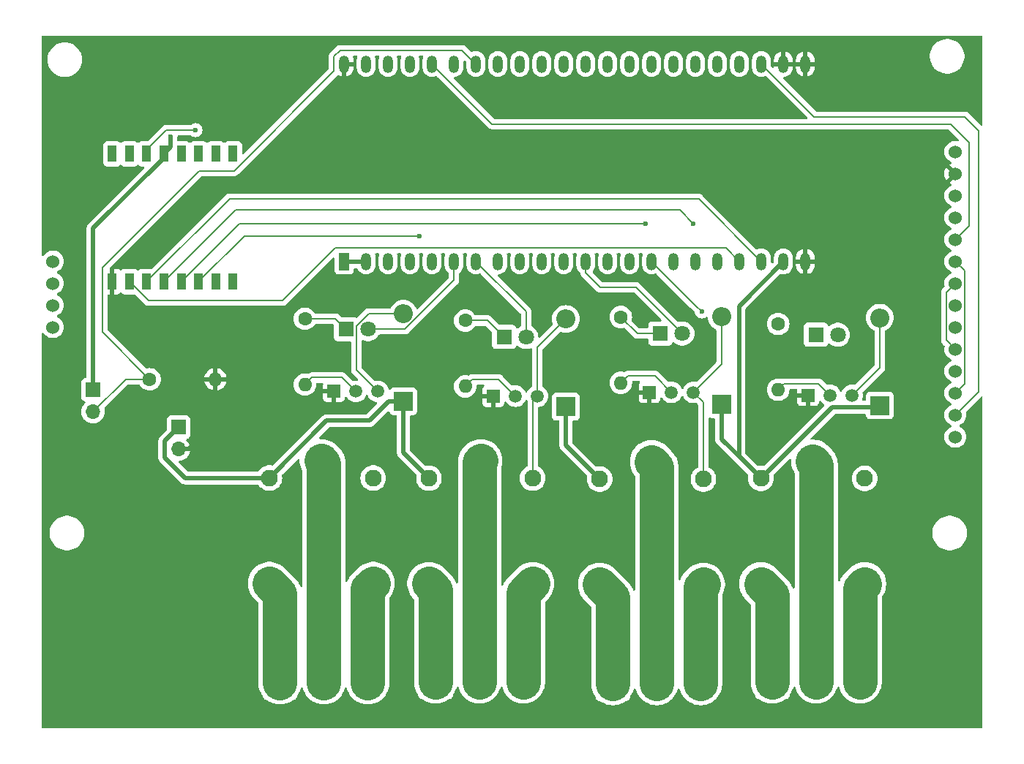
<source format=gbr>
%TF.GenerationSoftware,KiCad,Pcbnew,8.0.5*%
%TF.CreationDate,2025-05-15T22:27:58+02:00*%
%TF.ProjectId,nodo_central,6e6f646f-5f63-4656-9e74-72616c2e6b69,rev?*%
%TF.SameCoordinates,Original*%
%TF.FileFunction,Copper,L1,Top*%
%TF.FilePolarity,Positive*%
%FSLAX46Y46*%
G04 Gerber Fmt 4.6, Leading zero omitted, Abs format (unit mm)*
G04 Created by KiCad (PCBNEW 8.0.5) date 2025-05-15 22:27:58*
%MOMM*%
%LPD*%
G01*
G04 APERTURE LIST*
%TA.AperFunction,ComponentPad*%
%ADD10C,1.600000*%
%TD*%
%TA.AperFunction,ComponentPad*%
%ADD11O,1.600000X1.600000*%
%TD*%
%TA.AperFunction,ComponentPad*%
%ADD12R,1.700000X1.700000*%
%TD*%
%TA.AperFunction,ComponentPad*%
%ADD13O,1.700000X1.700000*%
%TD*%
%TA.AperFunction,ComponentPad*%
%ADD14R,1.800000X1.800000*%
%TD*%
%TA.AperFunction,ComponentPad*%
%ADD15C,1.800000*%
%TD*%
%TA.AperFunction,ComponentPad*%
%ADD16R,1.500000X1.500000*%
%TD*%
%TA.AperFunction,ComponentPad*%
%ADD17C,1.500000*%
%TD*%
%TA.AperFunction,ComponentPad*%
%ADD18R,3.000000X3.000000*%
%TD*%
%TA.AperFunction,ComponentPad*%
%ADD19C,3.000000*%
%TD*%
%TA.AperFunction,ComponentPad*%
%ADD20C,1.950000*%
%TD*%
%TA.AperFunction,ComponentPad*%
%ADD21R,2.200000X2.200000*%
%TD*%
%TA.AperFunction,ComponentPad*%
%ADD22O,2.200000X2.200000*%
%TD*%
%TA.AperFunction,SMDPad,CuDef*%
%ADD23R,1.050000X1.950000*%
%TD*%
%TA.AperFunction,ComponentPad*%
%ADD24R,1.200000X2.000000*%
%TD*%
%TA.AperFunction,ComponentPad*%
%ADD25O,1.200000X2.000000*%
%TD*%
%TA.AperFunction,ComponentPad*%
%ADD26C,1.524000*%
%TD*%
%TA.AperFunction,ViaPad*%
%ADD27C,0.600000*%
%TD*%
%TA.AperFunction,Conductor*%
%ADD28C,0.500000*%
%TD*%
%TA.AperFunction,Conductor*%
%ADD29C,0.200000*%
%TD*%
%TA.AperFunction,Conductor*%
%ADD30C,4.000000*%
%TD*%
G04 APERTURE END LIST*
D10*
%TO.P,R5,1*%
%TO.N,Net-(D8-K)*%
X181350000Y-69090000D03*
D11*
%TO.P,R5,2*%
%TO.N,Net-(Q4-B)*%
X181350000Y-76710000D03*
%TD*%
D12*
%TO.P,J5,1,Pin_1*%
%TO.N,/3V3*%
X102100000Y-76725000D03*
D13*
%TO.P,J5,2,Pin_2*%
%TO.N,/NO*%
X102100000Y-79265000D03*
%TD*%
D14*
%TO.P,D5,1,K*%
%TO.N,Net-(D5-K)*%
X131350000Y-69700000D03*
D15*
%TO.P,D5,2,A*%
%TO.N,/gpio6*%
X133890000Y-69700000D03*
%TD*%
D16*
%TO.P,Q4,1,E*%
%TO.N,/GND*%
X184810000Y-77360000D03*
D17*
%TO.P,Q4,2,B*%
%TO.N,Net-(Q4-B)*%
X187350000Y-77360000D03*
%TO.P,Q4,3,C*%
%TO.N,Net-(D4-A)*%
X189890000Y-77360000D03*
%TD*%
D10*
%TO.P,R2,1*%
%TO.N,Net-(D5-K)*%
X126600000Y-68490000D03*
D11*
%TO.P,R2,2*%
%TO.N,Net-(Q1-B)*%
X126600000Y-76110000D03*
%TD*%
D18*
%TO.P,J2,1,Pin_1*%
%TO.N,/RELE21*%
X141720000Y-110550000D03*
D19*
%TO.P,J2,2,Pin_2*%
%TO.N,/RELE22*%
X146800000Y-110550000D03*
%TO.P,J2,3,Pin_3*%
%TO.N,/RELE23*%
X151880000Y-110550000D03*
%TD*%
D20*
%TO.P,K2,1,COM*%
%TO.N,/RELE22*%
X146950000Y-84950000D03*
%TO.P,K2,2,COIL1*%
%TO.N,Net-(D2-A)*%
X152950000Y-86950000D03*
%TO.P,K2,3,N_O*%
%TO.N,/RELE23*%
X152950000Y-99150000D03*
%TO.P,K2,4,N_C*%
%TO.N,/RELE21*%
X140950000Y-99150000D03*
%TO.P,K2,5,COIL2*%
%TO.N,/5V*%
X140950000Y-86950000D03*
%TD*%
D16*
%TO.P,Q2,1,E*%
%TO.N,/GND*%
X148410000Y-77460000D03*
D17*
%TO.P,Q2,2,B*%
%TO.N,Net-(Q2-B)*%
X150950000Y-77460000D03*
%TO.P,Q2,3,C*%
%TO.N,Net-(D2-A)*%
X153490000Y-77460000D03*
%TD*%
D18*
%TO.P,J4,1,Pin_1*%
%TO.N,/RELE41*%
X180670000Y-110550000D03*
D19*
%TO.P,J4,2,Pin_2*%
%TO.N,/RELE42*%
X185750000Y-110550000D03*
%TO.P,J4,3,Pin_3*%
%TO.N,/RELE43*%
X190830000Y-110550000D03*
%TD*%
D18*
%TO.P,J3,1,Pin_1*%
%TO.N,/RELE31*%
X162220000Y-110750000D03*
D19*
%TO.P,J3,2,Pin_2*%
%TO.N,/RELE32*%
X167300000Y-110750000D03*
%TO.P,J3,3,Pin_3*%
%TO.N,/RELE33*%
X172380000Y-110750000D03*
%TD*%
D21*
%TO.P,D3,1,K*%
%TO.N,/5V*%
X174800000Y-78410000D03*
D22*
%TO.P,D3,2,A*%
%TO.N,Net-(D3-A)*%
X174800000Y-68250000D03*
%TD*%
D20*
%TO.P,K1,1,COM*%
%TO.N,/RELE12*%
X128500000Y-84937500D03*
%TO.P,K1,2,COIL1*%
%TO.N,Net-(D1-A)*%
X134500000Y-86937500D03*
%TO.P,K1,3,N_O*%
%TO.N,/RELE13*%
X134500000Y-99137500D03*
%TO.P,K1,4,N_C*%
%TO.N,/RELE11*%
X122500000Y-99137500D03*
%TO.P,K1,5,COIL2*%
%TO.N,/5V*%
X122500000Y-86937500D03*
%TD*%
D16*
%TO.P,Q1,1,E*%
%TO.N,/GND*%
X129960000Y-76910000D03*
D17*
%TO.P,Q1,2,B*%
%TO.N,Net-(Q1-B)*%
X132500000Y-76910000D03*
%TO.P,Q1,3,C*%
%TO.N,Net-(D1-A)*%
X135040000Y-76910000D03*
%TD*%
D21*
%TO.P,D2,1,K*%
%TO.N,/5V*%
X156800000Y-78680000D03*
D22*
%TO.P,D2,2,A*%
%TO.N,Net-(D2-A)*%
X156800000Y-68520000D03*
%TD*%
D18*
%TO.P,J1,1,Pin_1*%
%TO.N,/RELE11*%
X123720000Y-110650000D03*
D19*
%TO.P,J1,2,Pin_2*%
%TO.N,/RELE12*%
X128800000Y-110650000D03*
%TO.P,J1,3,Pin_3*%
%TO.N,/RELE13*%
X133880000Y-110650000D03*
%TD*%
D10*
%TO.P,R4,1*%
%TO.N,Net-(D7-K)*%
X163150000Y-68290000D03*
D11*
%TO.P,R4,2*%
%TO.N,Net-(Q3-B)*%
X163150000Y-75910000D03*
%TD*%
D23*
%TO.P,LoRaSX1,1,ANT*%
%TO.N,unconnected-(LoRaSX1-ANT-Pad1)*%
X118300000Y-49383273D03*
%TO.P,LoRaSX1,2,GND*%
%TO.N,unconnected-(LoRaSX1-GND-Pad2)*%
X116300000Y-49383273D03*
%TO.P,LoRaSX1,3,DI03*%
%TO.N,unconnected-(LoRaSX1-DI03-Pad3)*%
X114300000Y-49383273D03*
%TO.P,LoRaSX1,4,DI04*%
%TO.N,unconnected-(LoRaSX1-DI04-Pad4)*%
X112300000Y-49383273D03*
%TO.P,LoRaSX1,5,VCC*%
%TO.N,/3V3*%
X110300000Y-49383273D03*
%TO.P,LoRaSX1,6,DI00*%
%TO.N,/gpio4*%
X108300000Y-49383273D03*
%TO.P,LoRaSX1,7,DI01*%
%TO.N,unconnected-(LoRaSX1-DI01-Pad7)*%
X106300000Y-49383273D03*
%TO.P,LoRaSX1,8,DI02*%
%TO.N,unconnected-(LoRaSX1-DI02-Pad8)*%
X104300000Y-49383273D03*
%TO.P,LoRaSX1,9,GND*%
%TO.N,/GND*%
X104300000Y-64183273D03*
%TO.P,LoRaSX1,10,MISO*%
%TO.N,/gpio13*%
X106300000Y-64183273D03*
%TO.P,LoRaSX1,11,MOSI*%
%TO.N,/gpio14*%
X108300000Y-64183273D03*
%TO.P,LoRaSX1,12,SCK*%
%TO.N,/gpio12*%
X110300000Y-64183273D03*
%TO.P,LoRaSX1,13,NSS*%
%TO.N,/gpio10*%
X112300000Y-64183273D03*
%TO.P,LoRaSX1,14,RST*%
%TO.N,/gpio5*%
X114300000Y-64183273D03*
%TO.P,LoRaSX1,15,DI05*%
%TO.N,unconnected-(LoRaSX1-DI05-Pad15)*%
X116300000Y-64183273D03*
%TO.P,LoRaSX1,16,GND*%
%TO.N,unconnected-(LoRaSX1-GND-Pad16)*%
X118300000Y-64183273D03*
%TD*%
D21*
%TO.P,D1,1,K*%
%TO.N,/5V*%
X138000000Y-78060000D03*
D22*
%TO.P,D1,2,A*%
%TO.N,Net-(D1-A)*%
X138000000Y-67900000D03*
%TD*%
D14*
%TO.P,D6,1,K*%
%TO.N,Net-(D6-K)*%
X149660000Y-70600000D03*
D15*
%TO.P,D6,2,A*%
%TO.N,/gpio7*%
X152200000Y-70600000D03*
%TD*%
D10*
%TO.P,R3,1*%
%TO.N,Net-(D6-K)*%
X145150000Y-68700000D03*
D11*
%TO.P,R3,2*%
%TO.N,Net-(Q2-B)*%
X145150000Y-76320000D03*
%TD*%
D21*
%TO.P,D4,1,K*%
%TO.N,/5V*%
X193100000Y-78530000D03*
D22*
%TO.P,D4,2,A*%
%TO.N,Net-(D4-A)*%
X193100000Y-68370000D03*
%TD*%
D20*
%TO.P,K3,1,COM*%
%TO.N,/RELE32*%
X166700000Y-85050000D03*
%TO.P,K3,2,COIL1*%
%TO.N,Net-(D3-A)*%
X172700000Y-87050000D03*
%TO.P,K3,3,N_O*%
%TO.N,/RELE33*%
X172700000Y-99250000D03*
%TO.P,K3,4,N_C*%
%TO.N,/RELE31*%
X160700000Y-99250000D03*
%TO.P,K3,5,COIL2*%
%TO.N,/5V*%
X160700000Y-87050000D03*
%TD*%
D12*
%TO.P,J6,1,Pin_1*%
%TO.N,/5V*%
X112000000Y-81050000D03*
D13*
%TO.P,J6,2,Pin_2*%
%TO.N,/GND*%
X112000000Y-83590000D03*
%TD*%
D14*
%TO.P,D8,1,K*%
%TO.N,Net-(D8-K)*%
X185710000Y-70350000D03*
D15*
%TO.P,D8,2,A*%
%TO.N,/gpio9*%
X188250000Y-70350000D03*
%TD*%
D20*
%TO.P,K4,1,COM*%
%TO.N,/RELE42*%
X185350000Y-84987500D03*
%TO.P,K4,2,COIL1*%
%TO.N,Net-(D4-A)*%
X191350000Y-86987500D03*
%TO.P,K4,3,N_O*%
%TO.N,/RELE43*%
X191350000Y-99187500D03*
%TO.P,K4,4,N_C*%
%TO.N,/RELE41*%
X179350000Y-99187500D03*
%TO.P,K4,5,COIL2*%
%TO.N,/5V*%
X179350000Y-86987500D03*
%TD*%
D14*
%TO.P,D7,1,K*%
%TO.N,Net-(D7-K)*%
X167725000Y-70200000D03*
D15*
%TO.P,D7,2,A*%
%TO.N,/gpio8*%
X170265000Y-70200000D03*
%TD*%
D10*
%TO.P,R1,1*%
%TO.N,/NO*%
X108640000Y-75500000D03*
D11*
%TO.P,R1,2*%
%TO.N,/GND*%
X116260000Y-75500000D03*
%TD*%
D24*
%TO.P,U2,1,3V3*%
%TO.N,/3V3*%
X131160000Y-61860000D03*
D25*
%TO.P,U2,2,3V3*%
X133700000Y-61860000D03*
%TO.P,U2,3,CHIP_PU*%
%TO.N,unconnected-(U2-CHIP_PU-Pad3)*%
X136240000Y-61860000D03*
%TO.P,U2,4,GPIO4/ADC1_CH3*%
%TO.N,/gpio4*%
X138780000Y-61860000D03*
%TO.P,U2,5,GPIO5/ADC1_CH4*%
%TO.N,/gpio5*%
X141320000Y-61860000D03*
%TO.P,U2,6,GPIO6/ADC1_CH5*%
%TO.N,/gpio6*%
X143860000Y-61860000D03*
%TO.P,U2,7,GPIO7/ADC1_CH6*%
%TO.N,/gpio7*%
X146400000Y-61860000D03*
%TO.P,U2,8,GPIO15/ADC2_CH4/32K_P*%
%TO.N,/gpio15*%
X148940000Y-61860000D03*
%TO.P,U2,9,GPIO16/ADC2_CH5/32K_N*%
%TO.N,/gpio16*%
X151480000Y-61860000D03*
%TO.P,U2,10,GPIO17/ADC2_CH6*%
%TO.N,/gpio17*%
X154020000Y-61860000D03*
%TO.P,U2,11,GPIO18/ADC2_CH7*%
%TO.N,/gpio18*%
X156560000Y-61860000D03*
%TO.P,U2,12,GPIO8/ADC1_CH7*%
%TO.N,/gpio8*%
X159100000Y-61860000D03*
%TO.P,U2,13,GPIO3/ADC1_CH2*%
%TO.N,/gpio3*%
X161640000Y-61860000D03*
%TO.P,U2,14,GPIO46*%
%TO.N,unconnected-(U2-GPIO46-Pad14)*%
X164180000Y-61860000D03*
%TO.P,U2,15,GPIO9/ADC1_CH8*%
%TO.N,/gpio9*%
X166720000Y-61860000D03*
%TO.P,U2,16,GPIO10/ADC1_CH9*%
%TO.N,/gpio10*%
X169260000Y-61860000D03*
%TO.P,U2,17,GPIO11/ADC2_CH0*%
%TO.N,/gpio11*%
X171800000Y-61860000D03*
%TO.P,U2,18,GPIO12/ADC2_CH1*%
%TO.N,/gpio12*%
X174340000Y-61860000D03*
%TO.P,U2,19,GPIO13/ADC2_CH2*%
%TO.N,/gpio13*%
X176880000Y-61860000D03*
%TO.P,U2,20,GPIO14/ADC2_CH3*%
%TO.N,/gpio14*%
X179417280Y-61863680D03*
%TO.P,U2,21,5V*%
%TO.N,/5V*%
X181957280Y-61863680D03*
%TO.P,U2,22,GND*%
%TO.N,/GND*%
X184497280Y-61863680D03*
%TO.P,U2,23,GND*%
X184500000Y-39000000D03*
%TO.P,U2,24,GND*%
X181960000Y-39000000D03*
%TO.P,U2,25,GPIO19/USB_D-*%
%TO.N,/gpio19*%
X179420000Y-39000000D03*
%TO.P,U2,26,GPIO20/USB_D+*%
%TO.N,unconnected-(U2-GPIO20{slash}USB_D+-Pad26)*%
X176880000Y-39000000D03*
%TO.P,U2,27,GPIO21*%
%TO.N,unconnected-(U2-GPIO21-Pad27)*%
X174340000Y-39000000D03*
%TO.P,U2,28,GPIO47*%
%TO.N,unconnected-(U2-GPIO47-Pad28)*%
X171800000Y-39000000D03*
%TO.P,U2,29,GPIO48*%
%TO.N,unconnected-(U2-GPIO48-Pad29)*%
X169260000Y-39000000D03*
%TO.P,U2,30,GPIO45*%
%TO.N,unconnected-(U2-GPIO45-Pad30)*%
X166720000Y-39000000D03*
%TO.P,U2,31,GPIO0*%
%TO.N,unconnected-(U2-GPIO0-Pad31)*%
X164180000Y-39000000D03*
%TO.P,U2,32,GPIO35*%
%TO.N,unconnected-(U2-GPIO35-Pad32)*%
X161640000Y-39000000D03*
%TO.P,U2,33,GPIO36*%
%TO.N,unconnected-(U2-GPIO36-Pad33)*%
X159100000Y-39000000D03*
%TO.P,U2,34,GPIO37*%
%TO.N,unconnected-(U2-GPIO37-Pad34)*%
X156560000Y-39000000D03*
%TO.P,U2,35,GPIO38*%
%TO.N,unconnected-(U2-GPIO38-Pad35)*%
X154020000Y-39000000D03*
%TO.P,U2,36,GPIO39/MTCK*%
%TO.N,unconnected-(U2-GPIO39{slash}MTCK-Pad36)*%
X151480000Y-39000000D03*
%TO.P,U2,37,GPIO40/MTDO*%
%TO.N,unconnected-(U2-GPIO40{slash}MTDO-Pad37)*%
X148940000Y-39000000D03*
%TO.P,U2,38,GPIO41/MTDI*%
%TO.N,/NO*%
X146400000Y-39000000D03*
%TO.P,U2,39,GPIO42/MTMS*%
%TO.N,unconnected-(U2-GPIO42{slash}MTMS-Pad39)*%
X143860000Y-39000000D03*
%TO.P,U2,40,GPIO2/ADC1_CH1*%
%TO.N,/gpio2*%
X141320000Y-39000000D03*
%TO.P,U2,41,GPIO1/ADC1_CH0*%
%TO.N,unconnected-(U2-GPIO1{slash}ADC1_CH0-Pad41)*%
X138780000Y-39000000D03*
%TO.P,U2,42,GPIO44/U0RXD*%
%TO.N,unconnected-(U2-GPIO44{slash}U0RXD-Pad42)*%
X136240000Y-39000000D03*
%TO.P,U2,43,GPIO43/U0TXD*%
%TO.N,unconnected-(U2-GPIO43{slash}U0TXD-Pad43)*%
X133700000Y-39000000D03*
%TO.P,U2,44,GND*%
%TO.N,/GND*%
X131160000Y-39000000D03*
%TD*%
D16*
%TO.P,Q3,1,E*%
%TO.N,/GND*%
X166460000Y-77010000D03*
D17*
%TO.P,Q3,2,B*%
%TO.N,Net-(Q3-B)*%
X169000000Y-77010000D03*
%TO.P,Q3,3,C*%
%TO.N,Net-(D3-A)*%
X171540000Y-77010000D03*
%TD*%
D26*
%TO.P,U1,1,VDD*%
%TO.N,/3V3*%
X201844000Y-49150000D03*
%TO.P,U1,2,GND*%
%TO.N,/GND*%
X201844000Y-51690000D03*
%TO.P,U1,3,CS*%
%TO.N,/gpio16*%
X201844000Y-54230000D03*
%TO.P,U1,4,RST*%
%TO.N,/gpio17*%
X201844000Y-56770000D03*
%TO.P,U1,5,D/C*%
%TO.N,/gpio2*%
X201844000Y-59310000D03*
%TO.P,U1,6,SDI*%
%TO.N,/gpio11*%
X201844000Y-61850000D03*
%TO.P,U1,7,SCK*%
%TO.N,/gpio18*%
X201844000Y-64390000D03*
%TO.P,U1,8,BL*%
%TO.N,/gpio3*%
X201844000Y-66930000D03*
%TO.P,U1,9,SDO*%
%TO.N,unconnected-(U1-SDO-Pad9)*%
X201844000Y-69470000D03*
%TO.P,U1,10,TCK*%
%TO.N,/gpio18*%
X201844000Y-72010000D03*
%TO.P,U1,11,TCS*%
%TO.N,/gpio15*%
X201844000Y-74550000D03*
%TO.P,U1,12,TDI*%
%TO.N,/gpio11*%
X201844000Y-77090000D03*
%TO.P,U1,13,TDO*%
%TO.N,/gpio19*%
X201844000Y-79629000D03*
%TO.P,U1,14,PEN*%
%TO.N,unconnected-(U1-PEN-Pad14)*%
X201844000Y-82170000D03*
%TO.P,U1,15,SCS*%
%TO.N,unconnected-(U1-SCS-Pad15)*%
X97450000Y-61850000D03*
%TO.P,U1,16,SDI*%
%TO.N,unconnected-(U1-SDI-Pad16)*%
X97450000Y-64390000D03*
%TO.P,U1,17,SDO*%
%TO.N,unconnected-(U1-SDO-Pad17)*%
X97450000Y-66930000D03*
%TO.P,U1,18,CLK*%
%TO.N,unconnected-(U1-CLK-Pad18)*%
X97450000Y-69470000D03*
%TD*%
D27*
%TO.N,/gpio9*%
X172500000Y-67650000D03*
%TO.N,/3V3*%
X111057322Y-47450000D03*
%TO.N,/gpio5*%
X139850000Y-58900000D03*
%TO.N,/gpio10*%
X166050000Y-57500000D03*
%TO.N,/gpio12*%
X171500000Y-57450000D03*
%TO.N,/gpio4*%
X113950000Y-46650000D03*
%TD*%
D28*
%TO.N,/5V*%
X110400000Y-84550000D02*
X112787500Y-86937500D01*
X110400000Y-82650000D02*
X110400000Y-84550000D01*
X138000000Y-78060000D02*
X138000000Y-84000000D01*
X176806250Y-67014710D02*
X176806250Y-84443750D01*
X112787500Y-86937500D02*
X122500000Y-86937500D01*
X134050000Y-80300000D02*
X136290000Y-78060000D01*
X193100000Y-78530000D02*
X192870000Y-78760000D01*
X156800000Y-83150000D02*
X160700000Y-87050000D01*
X174800000Y-78410000D02*
X174800000Y-82437500D01*
X112000000Y-81050000D02*
X110400000Y-82650000D01*
X138000000Y-84000000D02*
X140950000Y-86950000D01*
X156800000Y-78680000D02*
X156800000Y-83150000D01*
X136290000Y-78060000D02*
X138000000Y-78060000D01*
X129137500Y-80300000D02*
X134050000Y-80300000D01*
X174800000Y-82437500D02*
X176806250Y-84443750D01*
X122500000Y-86937500D02*
X129137500Y-80300000D01*
X181957280Y-61863680D02*
X176806250Y-67014710D01*
X187577500Y-78760000D02*
X179350000Y-86987500D01*
X192870000Y-78760000D02*
X187577500Y-78760000D01*
X176806250Y-84443750D02*
X179350000Y-86987500D01*
D29*
%TO.N,Net-(D1-A)*%
X132550000Y-74420000D02*
X135040000Y-76910000D01*
X138000000Y-67900000D02*
X133992943Y-67900000D01*
X133992943Y-67900000D02*
X132550000Y-69342943D01*
X132550000Y-69342943D02*
X132550000Y-74420000D01*
%TO.N,Net-(D2-A)*%
X152950000Y-86950000D02*
X152950000Y-78000000D01*
X153490000Y-77460000D02*
X153490000Y-71830000D01*
X153490000Y-71830000D02*
X156800000Y-68520000D01*
X152950000Y-78000000D02*
X153490000Y-77460000D01*
%TO.N,Net-(D3-A)*%
X172700000Y-78170000D02*
X171540000Y-77010000D01*
X172700000Y-87050000D02*
X172700000Y-78170000D01*
X174800000Y-73750000D02*
X174800000Y-68250000D01*
X171540000Y-77010000D02*
X174800000Y-73750000D01*
%TO.N,Net-(D4-A)*%
X193100000Y-74150000D02*
X189890000Y-77360000D01*
X193100000Y-68370000D02*
X193100000Y-74150000D01*
%TO.N,Net-(D5-K)*%
X130140000Y-68490000D02*
X131350000Y-69700000D01*
X126600000Y-68490000D02*
X130140000Y-68490000D01*
%TO.N,/gpio6*%
X134100000Y-69910000D02*
X134100000Y-69950000D01*
X143860000Y-64019899D02*
X143860000Y-61860000D01*
X133890000Y-69700000D02*
X134100000Y-69910000D01*
X138179899Y-69700000D02*
X143860000Y-64019899D01*
X133890000Y-69700000D02*
X138179899Y-69700000D01*
%TO.N,/gpio7*%
X152200000Y-67660000D02*
X146400000Y-61860000D01*
X152200000Y-70600000D02*
X152200000Y-67660000D01*
%TO.N,Net-(D6-K)*%
X145150000Y-68700000D02*
X147760000Y-68700000D01*
X147760000Y-68700000D02*
X149660000Y-70600000D01*
%TO.N,Net-(D7-K)*%
X165060000Y-70200000D02*
X163150000Y-68290000D01*
X167725000Y-70200000D02*
X165060000Y-70200000D01*
%TO.N,/gpio8*%
X160750000Y-64850000D02*
X159100000Y-63200000D01*
X159100000Y-63200000D02*
X159100000Y-61860000D01*
X164915000Y-64850000D02*
X160750000Y-64850000D01*
X170265000Y-70200000D02*
X164915000Y-64850000D01*
%TO.N,/gpio9*%
X171710000Y-66860000D02*
X171710000Y-66850000D01*
X172500000Y-67650000D02*
X171710000Y-66860000D01*
X171710000Y-66850000D02*
X166720000Y-61860000D01*
D30*
%TO.N,/RELE13*%
X133880000Y-110650000D02*
X133880000Y-99757500D01*
X133880000Y-99757500D02*
X134500000Y-99137500D01*
%TO.N,/RELE11*%
X123720000Y-110650000D02*
X123720000Y-100357500D01*
X123720000Y-100357500D02*
X122500000Y-99137500D01*
%TO.N,/RELE12*%
X128800000Y-110650000D02*
X128800000Y-85237500D01*
X128800000Y-85237500D02*
X128500000Y-84937500D01*
%TO.N,/RELE23*%
X151880000Y-100220000D02*
X152950000Y-99150000D01*
X151880000Y-110550000D02*
X151880000Y-100220000D01*
%TO.N,/RELE22*%
X146800000Y-110550000D02*
X146800000Y-85100000D01*
X146800000Y-85100000D02*
X146950000Y-84950000D01*
%TO.N,/RELE21*%
X141720000Y-110550000D02*
X141720000Y-99920000D01*
X141720000Y-99920000D02*
X140950000Y-99150000D01*
%TO.N,/RELE33*%
X172380000Y-110750000D02*
X172380000Y-99570000D01*
X172380000Y-99570000D02*
X172700000Y-99250000D01*
%TO.N,/RELE32*%
X167300000Y-110750000D02*
X167300000Y-85650000D01*
X167300000Y-85650000D02*
X166700000Y-85050000D01*
%TO.N,/RELE31*%
X162220000Y-100770000D02*
X160700000Y-99250000D01*
X162220000Y-110750000D02*
X162220000Y-100770000D01*
D28*
%TO.N,/3V3*%
X102100000Y-58033273D02*
X110300000Y-49833273D01*
X133700000Y-61860000D02*
X131160000Y-61860000D01*
X110300000Y-49833273D02*
X110300000Y-49383273D01*
X102100000Y-76725000D02*
X102100000Y-58033273D01*
X111057322Y-48625951D02*
X110300000Y-49383273D01*
X111057322Y-47450000D02*
X111057322Y-48625951D01*
D29*
%TO.N,/NO*%
X103175000Y-70035000D02*
X103175000Y-62572918D01*
X108640000Y-75500000D02*
X105865000Y-75500000D01*
X144800000Y-37400000D02*
X146400000Y-39000000D01*
X105865000Y-75500000D02*
X102100000Y-79265000D01*
X103175000Y-62572918D02*
X114397918Y-51350000D01*
X130662944Y-37400000D02*
X144800000Y-37400000D01*
X118433273Y-51350000D02*
X129960000Y-39823273D01*
X129960000Y-39823273D02*
X129960000Y-38102944D01*
X108640000Y-75500000D02*
X103175000Y-70035000D01*
X129960000Y-38102944D02*
X130662944Y-37400000D01*
X114397918Y-51350000D02*
X118433273Y-51350000D01*
D28*
%TO.N,/GND*%
X113202081Y-83590000D02*
X116260000Y-80532081D01*
X129240000Y-76910000D02*
X129960000Y-76910000D01*
X116260000Y-80532081D02*
X116260000Y-75500000D01*
X112000000Y-83590000D02*
X113202081Y-83590000D01*
D29*
%TO.N,/gpio5*%
X119583273Y-58900000D02*
X139850000Y-58900000D01*
X114300000Y-64183273D02*
X119583273Y-58900000D01*
%TO.N,/gpio13*%
X130120000Y-60300000D02*
X175320000Y-60300000D01*
X108516727Y-66400000D02*
X124020000Y-66400000D01*
X175320000Y-60300000D02*
X176880000Y-61860000D01*
X106300000Y-64183273D02*
X106300000Y-63733273D01*
X106300000Y-64183273D02*
X108516727Y-66400000D01*
X124020000Y-66400000D02*
X130120000Y-60300000D01*
%TO.N,/gpio10*%
X118983273Y-57500000D02*
X166050000Y-57500000D01*
X112300000Y-64183273D02*
X118983273Y-57500000D01*
%TO.N,/gpio14*%
X117883273Y-54600000D02*
X172153600Y-54600000D01*
X172153600Y-54600000D02*
X179417280Y-61863680D01*
X108300000Y-64183273D02*
X117883273Y-54600000D01*
%TO.N,/gpio12*%
X110300000Y-64183273D02*
X118583273Y-55900000D01*
X169950000Y-55900000D02*
X171500000Y-57450000D01*
X118583273Y-55900000D02*
X169950000Y-55900000D01*
%TO.N,/gpio4*%
X108300000Y-49383273D02*
X108300000Y-48933273D01*
X110583273Y-46650000D02*
X113950000Y-46650000D01*
X108300000Y-48933273D02*
X110583273Y-46650000D01*
%TO.N,Net-(Q1-B)*%
X126600000Y-76110000D02*
X127399999Y-75310001D01*
X127399999Y-75310001D02*
X130900001Y-75310001D01*
X130900001Y-75310001D02*
X132500000Y-76910000D01*
%TO.N,Net-(Q2-B)*%
X149010001Y-75520001D02*
X150950000Y-77460000D01*
X145949999Y-75520001D02*
X149010001Y-75520001D01*
X145150000Y-76320000D02*
X145949999Y-75520001D01*
%TO.N,Net-(Q3-B)*%
X163949999Y-75110001D02*
X167100001Y-75110001D01*
X163150000Y-75910000D02*
X163949999Y-75110001D01*
X167100001Y-75110001D02*
X169000000Y-77010000D01*
%TO.N,Net-(Q4-B)*%
X182050000Y-76010000D02*
X181350000Y-76710000D01*
X186000000Y-76010000D02*
X182050000Y-76010000D01*
X187350000Y-77360000D02*
X186000000Y-76010000D01*
%TO.N,/gpio11*%
X202906000Y-62912000D02*
X201844000Y-61850000D01*
X202906000Y-76028000D02*
X202906000Y-62912000D01*
X201844000Y-77090000D02*
X202906000Y-76028000D01*
%TO.N,/gpio18*%
X200782000Y-70948000D02*
X200782000Y-65452000D01*
X201844000Y-72010000D02*
X200782000Y-70948000D01*
X200782000Y-65452000D02*
X201844000Y-64390000D01*
%TO.N,/gpio19*%
X204550000Y-76923000D02*
X204550000Y-46700000D01*
X202950000Y-45100000D02*
X185520000Y-45100000D01*
X185520000Y-45100000D02*
X179420000Y-39000000D01*
X204550000Y-46700000D02*
X202950000Y-45100000D01*
X201844000Y-79629000D02*
X204550000Y-76923000D01*
%TO.N,/gpio2*%
X201300000Y-45950000D02*
X148270000Y-45950000D01*
X201844000Y-59310000D02*
X203450000Y-57704000D01*
X203450000Y-57704000D02*
X203450000Y-48100000D01*
X148270000Y-45950000D02*
X141320000Y-39000000D01*
X203450000Y-48100000D02*
X201300000Y-45950000D01*
D30*
%TO.N,/RELE42*%
X185750000Y-85387500D02*
X185350000Y-84987500D01*
X185750000Y-110550000D02*
X185750000Y-85387500D01*
%TO.N,/RELE43*%
X190830000Y-99707500D02*
X191350000Y-99187500D01*
X190830000Y-110550000D02*
X190830000Y-99707500D01*
%TO.N,/RELE41*%
X180670000Y-110550000D02*
X180670000Y-100507500D01*
X180670000Y-100507500D02*
X179350000Y-99187500D01*
%TD*%
%TA.AperFunction,Conductor*%
%TO.N,/GND*%
G36*
X204942539Y-35715385D02*
G01*
X204988294Y-35768189D01*
X204999500Y-35819700D01*
X204999500Y-46000902D01*
X204979815Y-46067941D01*
X204927011Y-46113696D01*
X204857853Y-46123640D01*
X204794297Y-46094615D01*
X204787819Y-46088583D01*
X203437590Y-44738355D01*
X203437588Y-44738352D01*
X203318717Y-44619481D01*
X203318716Y-44619480D01*
X203231904Y-44569360D01*
X203231904Y-44569359D01*
X203231900Y-44569358D01*
X203181785Y-44540423D01*
X203029057Y-44499499D01*
X202870943Y-44499499D01*
X202863347Y-44499499D01*
X202863331Y-44499500D01*
X185820098Y-44499500D01*
X185753059Y-44479815D01*
X185732417Y-44463181D01*
X181979239Y-40710003D01*
X181945754Y-40648680D01*
X181950738Y-40578988D01*
X181992610Y-40523055D01*
X182047522Y-40499849D01*
X182217584Y-40472913D01*
X182382257Y-40419408D01*
X182536524Y-40340804D01*
X182676602Y-40239032D01*
X182799032Y-40116602D01*
X182900804Y-39976524D01*
X182979408Y-39822257D01*
X183032914Y-39657584D01*
X183060000Y-39486571D01*
X183060000Y-39250000D01*
X182275686Y-39250000D01*
X182280080Y-39245606D01*
X182332741Y-39154394D01*
X182360000Y-39052661D01*
X182360000Y-38947339D01*
X182332741Y-38845606D01*
X182280080Y-38754394D01*
X182275686Y-38750000D01*
X183060000Y-38750000D01*
X183060000Y-38513428D01*
X183400000Y-38513428D01*
X183400000Y-38750000D01*
X184184314Y-38750000D01*
X184179920Y-38754394D01*
X184127259Y-38845606D01*
X184100000Y-38947339D01*
X184100000Y-39052661D01*
X184127259Y-39154394D01*
X184179920Y-39245606D01*
X184184314Y-39250000D01*
X183400000Y-39250000D01*
X183400000Y-39486571D01*
X183427085Y-39657584D01*
X183480591Y-39822257D01*
X183559195Y-39976524D01*
X183660967Y-40116602D01*
X183783397Y-40239032D01*
X183923475Y-40340804D01*
X184077744Y-40419408D01*
X184242415Y-40472914D01*
X184242414Y-40472914D01*
X184249999Y-40474115D01*
X184250000Y-40474114D01*
X184250000Y-39315686D01*
X184254394Y-39320080D01*
X184345606Y-39372741D01*
X184447339Y-39400000D01*
X184552661Y-39400000D01*
X184654394Y-39372741D01*
X184745606Y-39320080D01*
X184750000Y-39315686D01*
X184750000Y-40474115D01*
X184757584Y-40472914D01*
X184922255Y-40419408D01*
X185076524Y-40340804D01*
X185216602Y-40239032D01*
X185339032Y-40116602D01*
X185440804Y-39976524D01*
X185519408Y-39822257D01*
X185572914Y-39657584D01*
X185600000Y-39486571D01*
X185600000Y-39250000D01*
X184815686Y-39250000D01*
X184820080Y-39245606D01*
X184872741Y-39154394D01*
X184900000Y-39052661D01*
X184900000Y-38947339D01*
X184872741Y-38845606D01*
X184820080Y-38754394D01*
X184815686Y-38750000D01*
X185600000Y-38750000D01*
X185600000Y-38513428D01*
X185572914Y-38342415D01*
X185519408Y-38177742D01*
X185440804Y-38023475D01*
X185401133Y-37968872D01*
X198899500Y-37968872D01*
X198899500Y-38231127D01*
X198926123Y-38433339D01*
X198933730Y-38491116D01*
X198971242Y-38631113D01*
X199001602Y-38744418D01*
X199001605Y-38744428D01*
X199101953Y-38986690D01*
X199101958Y-38986700D01*
X199233075Y-39213803D01*
X199392718Y-39421851D01*
X199392726Y-39421860D01*
X199578140Y-39607274D01*
X199578148Y-39607281D01*
X199578149Y-39607282D01*
X199626554Y-39644424D01*
X199786196Y-39766924D01*
X200013299Y-39898041D01*
X200013309Y-39898046D01*
X200255571Y-39998394D01*
X200255581Y-39998398D01*
X200508884Y-40066270D01*
X200768880Y-40100500D01*
X200768887Y-40100500D01*
X201031113Y-40100500D01*
X201031120Y-40100500D01*
X201291116Y-40066270D01*
X201544419Y-39998398D01*
X201786697Y-39898043D01*
X202013803Y-39766924D01*
X202221851Y-39607282D01*
X202221855Y-39607277D01*
X202221860Y-39607274D01*
X202407274Y-39421860D01*
X202407277Y-39421855D01*
X202407282Y-39421851D01*
X202566924Y-39213803D01*
X202698043Y-38986697D01*
X202798398Y-38744419D01*
X202866270Y-38491116D01*
X202900500Y-38231120D01*
X202900500Y-37968880D01*
X202866270Y-37708884D01*
X202798398Y-37455581D01*
X202769658Y-37386196D01*
X202698046Y-37213309D01*
X202698041Y-37213299D01*
X202566924Y-36986196D01*
X202423665Y-36799500D01*
X202407282Y-36778149D01*
X202407281Y-36778148D01*
X202407274Y-36778140D01*
X202221860Y-36592726D01*
X202221851Y-36592718D01*
X202013803Y-36433075D01*
X201786700Y-36301958D01*
X201786690Y-36301953D01*
X201544428Y-36201605D01*
X201544421Y-36201603D01*
X201544419Y-36201602D01*
X201291116Y-36133730D01*
X201233339Y-36126123D01*
X201031127Y-36099500D01*
X201031120Y-36099500D01*
X200768880Y-36099500D01*
X200768872Y-36099500D01*
X200537772Y-36129926D01*
X200508884Y-36133730D01*
X200255581Y-36201602D01*
X200255571Y-36201605D01*
X200013309Y-36301953D01*
X200013299Y-36301958D01*
X199786196Y-36433075D01*
X199578148Y-36592718D01*
X199392718Y-36778148D01*
X199233075Y-36986196D01*
X199101958Y-37213299D01*
X199101953Y-37213309D01*
X199001605Y-37455571D01*
X199001602Y-37455581D01*
X198947159Y-37658768D01*
X198933730Y-37708885D01*
X198899500Y-37968872D01*
X185401133Y-37968872D01*
X185339032Y-37883397D01*
X185216602Y-37760967D01*
X185076524Y-37659195D01*
X184922257Y-37580591D01*
X184757589Y-37527087D01*
X184757581Y-37527085D01*
X184750000Y-37525884D01*
X184750000Y-38684314D01*
X184745606Y-38679920D01*
X184654394Y-38627259D01*
X184552661Y-38600000D01*
X184447339Y-38600000D01*
X184345606Y-38627259D01*
X184254394Y-38679920D01*
X184250000Y-38684314D01*
X184250000Y-37525884D01*
X184249999Y-37525884D01*
X184242418Y-37527085D01*
X184242410Y-37527087D01*
X184077742Y-37580591D01*
X183923475Y-37659195D01*
X183783397Y-37760967D01*
X183660967Y-37883397D01*
X183559195Y-38023475D01*
X183480591Y-38177742D01*
X183427085Y-38342415D01*
X183400000Y-38513428D01*
X183060000Y-38513428D01*
X183032914Y-38342415D01*
X182979408Y-38177742D01*
X182900804Y-38023475D01*
X182799032Y-37883397D01*
X182676602Y-37760967D01*
X182536524Y-37659195D01*
X182382257Y-37580591D01*
X182217589Y-37527087D01*
X182217581Y-37527085D01*
X182210000Y-37525884D01*
X182210000Y-38684314D01*
X182205606Y-38679920D01*
X182114394Y-38627259D01*
X182012661Y-38600000D01*
X181907339Y-38600000D01*
X181805606Y-38627259D01*
X181714394Y-38679920D01*
X181710000Y-38684314D01*
X181710000Y-37525884D01*
X181709999Y-37525884D01*
X181702418Y-37527085D01*
X181702410Y-37527087D01*
X181537742Y-37580591D01*
X181383475Y-37659195D01*
X181243397Y-37760967D01*
X181120967Y-37883397D01*
X181019195Y-38023475D01*
X180940591Y-38177742D01*
X180887085Y-38342415D01*
X180860000Y-38513428D01*
X180860000Y-38750000D01*
X181644314Y-38750000D01*
X181639920Y-38754394D01*
X181587259Y-38845606D01*
X181560000Y-38947339D01*
X181560000Y-39052661D01*
X181587259Y-39154394D01*
X181639920Y-39245606D01*
X181644314Y-39250000D01*
X180860000Y-39250000D01*
X180860000Y-39291402D01*
X180840315Y-39358441D01*
X180787511Y-39404196D01*
X180718353Y-39414140D01*
X180654797Y-39385115D01*
X180648319Y-39379083D01*
X180556819Y-39287583D01*
X180523334Y-39226260D01*
X180520500Y-39199902D01*
X180520500Y-38513389D01*
X180497612Y-38368880D01*
X180493402Y-38342299D01*
X180439873Y-38177555D01*
X180361232Y-38023212D01*
X180259414Y-37883072D01*
X180136928Y-37760586D01*
X179996788Y-37658768D01*
X179842445Y-37580127D01*
X179677701Y-37526598D01*
X179677699Y-37526597D01*
X179677698Y-37526597D01*
X179546271Y-37505781D01*
X179506611Y-37499500D01*
X179333389Y-37499500D01*
X179293728Y-37505781D01*
X179162302Y-37526597D01*
X178997552Y-37580128D01*
X178843211Y-37658768D01*
X178774233Y-37708884D01*
X178703072Y-37760586D01*
X178703070Y-37760588D01*
X178703069Y-37760588D01*
X178580588Y-37883069D01*
X178580588Y-37883070D01*
X178580586Y-37883072D01*
X178580350Y-37883397D01*
X178478768Y-38023211D01*
X178400128Y-38177552D01*
X178346597Y-38342302D01*
X178319500Y-38513389D01*
X178319500Y-39486610D01*
X178339006Y-39609771D01*
X178346598Y-39657701D01*
X178400127Y-39822445D01*
X178478768Y-39976788D01*
X178580586Y-40116928D01*
X178703072Y-40239414D01*
X178843212Y-40341232D01*
X178997555Y-40419873D01*
X179162299Y-40473402D01*
X179333389Y-40500500D01*
X179333390Y-40500500D01*
X179506610Y-40500500D01*
X179506611Y-40500500D01*
X179677701Y-40473402D01*
X179842445Y-40419873D01*
X179860344Y-40410752D01*
X179929012Y-40397856D01*
X179993753Y-40424131D01*
X180004321Y-40433556D01*
X184708583Y-45137819D01*
X184742068Y-45199142D01*
X184737084Y-45268834D01*
X184695212Y-45324767D01*
X184629748Y-45349184D01*
X184620902Y-45349500D01*
X148570097Y-45349500D01*
X148503058Y-45329815D01*
X148482416Y-45313181D01*
X143879675Y-40710440D01*
X143846190Y-40649117D01*
X143851174Y-40579425D01*
X143893046Y-40523492D01*
X143947957Y-40500286D01*
X144069773Y-40480993D01*
X144117696Y-40473403D01*
X144117696Y-40473402D01*
X144117701Y-40473402D01*
X144282445Y-40419873D01*
X144436788Y-40341232D01*
X144576928Y-40239414D01*
X144699414Y-40116928D01*
X144801232Y-39976788D01*
X144879873Y-39822445D01*
X144933402Y-39657701D01*
X144960500Y-39486611D01*
X144960500Y-38709097D01*
X144980185Y-38642058D01*
X145032989Y-38596303D01*
X145102147Y-38586359D01*
X145165703Y-38615384D01*
X145172181Y-38621416D01*
X145263181Y-38712416D01*
X145296666Y-38773739D01*
X145299500Y-38800097D01*
X145299500Y-39486610D01*
X145319006Y-39609771D01*
X145326598Y-39657701D01*
X145380127Y-39822445D01*
X145458768Y-39976788D01*
X145560586Y-40116928D01*
X145683072Y-40239414D01*
X145823212Y-40341232D01*
X145977555Y-40419873D01*
X146142299Y-40473402D01*
X146313389Y-40500500D01*
X146313390Y-40500500D01*
X146486610Y-40500500D01*
X146486611Y-40500500D01*
X146657701Y-40473402D01*
X146822445Y-40419873D01*
X146976788Y-40341232D01*
X147116928Y-40239414D01*
X147239414Y-40116928D01*
X147341232Y-39976788D01*
X147419873Y-39822445D01*
X147473402Y-39657701D01*
X147500500Y-39486611D01*
X147500500Y-38513389D01*
X147839500Y-38513389D01*
X147839500Y-39486610D01*
X147859006Y-39609771D01*
X147866598Y-39657701D01*
X147920127Y-39822445D01*
X147998768Y-39976788D01*
X148100586Y-40116928D01*
X148223072Y-40239414D01*
X148363212Y-40341232D01*
X148517555Y-40419873D01*
X148682299Y-40473402D01*
X148853389Y-40500500D01*
X148853390Y-40500500D01*
X149026610Y-40500500D01*
X149026611Y-40500500D01*
X149197701Y-40473402D01*
X149362445Y-40419873D01*
X149516788Y-40341232D01*
X149656928Y-40239414D01*
X149779414Y-40116928D01*
X149881232Y-39976788D01*
X149959873Y-39822445D01*
X150013402Y-39657701D01*
X150040500Y-39486611D01*
X150040500Y-38513389D01*
X150379500Y-38513389D01*
X150379500Y-39486610D01*
X150399006Y-39609771D01*
X150406598Y-39657701D01*
X150460127Y-39822445D01*
X150538768Y-39976788D01*
X150640586Y-40116928D01*
X150763072Y-40239414D01*
X150903212Y-40341232D01*
X151057555Y-40419873D01*
X151222299Y-40473402D01*
X151393389Y-40500500D01*
X151393390Y-40500500D01*
X151566610Y-40500500D01*
X151566611Y-40500500D01*
X151737701Y-40473402D01*
X151902445Y-40419873D01*
X152056788Y-40341232D01*
X152196928Y-40239414D01*
X152319414Y-40116928D01*
X152421232Y-39976788D01*
X152499873Y-39822445D01*
X152553402Y-39657701D01*
X152580500Y-39486611D01*
X152580500Y-38513389D01*
X152919500Y-38513389D01*
X152919500Y-39486610D01*
X152939006Y-39609771D01*
X152946598Y-39657701D01*
X153000127Y-39822445D01*
X153078768Y-39976788D01*
X153180586Y-40116928D01*
X153303072Y-40239414D01*
X153443212Y-40341232D01*
X153597555Y-40419873D01*
X153762299Y-40473402D01*
X153933389Y-40500500D01*
X153933390Y-40500500D01*
X154106610Y-40500500D01*
X154106611Y-40500500D01*
X154277701Y-40473402D01*
X154442445Y-40419873D01*
X154596788Y-40341232D01*
X154736928Y-40239414D01*
X154859414Y-40116928D01*
X154961232Y-39976788D01*
X155039873Y-39822445D01*
X155093402Y-39657701D01*
X155120500Y-39486611D01*
X155120500Y-38513389D01*
X155459500Y-38513389D01*
X155459500Y-39486610D01*
X155479006Y-39609771D01*
X155486598Y-39657701D01*
X155540127Y-39822445D01*
X155618768Y-39976788D01*
X155720586Y-40116928D01*
X155843072Y-40239414D01*
X155983212Y-40341232D01*
X156137555Y-40419873D01*
X156302299Y-40473402D01*
X156473389Y-40500500D01*
X156473390Y-40500500D01*
X156646610Y-40500500D01*
X156646611Y-40500500D01*
X156817701Y-40473402D01*
X156982445Y-40419873D01*
X157136788Y-40341232D01*
X157276928Y-40239414D01*
X157399414Y-40116928D01*
X157501232Y-39976788D01*
X157579873Y-39822445D01*
X157633402Y-39657701D01*
X157660500Y-39486611D01*
X157660500Y-38513389D01*
X157999500Y-38513389D01*
X157999500Y-39486610D01*
X158019006Y-39609771D01*
X158026598Y-39657701D01*
X158080127Y-39822445D01*
X158158768Y-39976788D01*
X158260586Y-40116928D01*
X158383072Y-40239414D01*
X158523212Y-40341232D01*
X158677555Y-40419873D01*
X158842299Y-40473402D01*
X159013389Y-40500500D01*
X159013390Y-40500500D01*
X159186610Y-40500500D01*
X159186611Y-40500500D01*
X159357701Y-40473402D01*
X159522445Y-40419873D01*
X159676788Y-40341232D01*
X159816928Y-40239414D01*
X159939414Y-40116928D01*
X160041232Y-39976788D01*
X160119873Y-39822445D01*
X160173402Y-39657701D01*
X160200500Y-39486611D01*
X160200500Y-38513389D01*
X160539500Y-38513389D01*
X160539500Y-39486610D01*
X160559006Y-39609771D01*
X160566598Y-39657701D01*
X160620127Y-39822445D01*
X160698768Y-39976788D01*
X160800586Y-40116928D01*
X160923072Y-40239414D01*
X161063212Y-40341232D01*
X161217555Y-40419873D01*
X161382299Y-40473402D01*
X161553389Y-40500500D01*
X161553390Y-40500500D01*
X161726610Y-40500500D01*
X161726611Y-40500500D01*
X161897701Y-40473402D01*
X162062445Y-40419873D01*
X162216788Y-40341232D01*
X162356928Y-40239414D01*
X162479414Y-40116928D01*
X162581232Y-39976788D01*
X162659873Y-39822445D01*
X162713402Y-39657701D01*
X162740500Y-39486611D01*
X162740500Y-38513389D01*
X163079500Y-38513389D01*
X163079500Y-39486610D01*
X163099006Y-39609771D01*
X163106598Y-39657701D01*
X163160127Y-39822445D01*
X163238768Y-39976788D01*
X163340586Y-40116928D01*
X163463072Y-40239414D01*
X163603212Y-40341232D01*
X163757555Y-40419873D01*
X163922299Y-40473402D01*
X164093389Y-40500500D01*
X164093390Y-40500500D01*
X164266610Y-40500500D01*
X164266611Y-40500500D01*
X164437701Y-40473402D01*
X164602445Y-40419873D01*
X164756788Y-40341232D01*
X164896928Y-40239414D01*
X165019414Y-40116928D01*
X165121232Y-39976788D01*
X165199873Y-39822445D01*
X165253402Y-39657701D01*
X165280500Y-39486611D01*
X165280500Y-38513389D01*
X165619500Y-38513389D01*
X165619500Y-39486610D01*
X165639006Y-39609771D01*
X165646598Y-39657701D01*
X165700127Y-39822445D01*
X165778768Y-39976788D01*
X165880586Y-40116928D01*
X166003072Y-40239414D01*
X166143212Y-40341232D01*
X166297555Y-40419873D01*
X166462299Y-40473402D01*
X166633389Y-40500500D01*
X166633390Y-40500500D01*
X166806610Y-40500500D01*
X166806611Y-40500500D01*
X166977701Y-40473402D01*
X167142445Y-40419873D01*
X167296788Y-40341232D01*
X167436928Y-40239414D01*
X167559414Y-40116928D01*
X167661232Y-39976788D01*
X167739873Y-39822445D01*
X167793402Y-39657701D01*
X167820500Y-39486611D01*
X167820500Y-38513389D01*
X168159500Y-38513389D01*
X168159500Y-39486610D01*
X168179006Y-39609771D01*
X168186598Y-39657701D01*
X168240127Y-39822445D01*
X168318768Y-39976788D01*
X168420586Y-40116928D01*
X168543072Y-40239414D01*
X168683212Y-40341232D01*
X168837555Y-40419873D01*
X169002299Y-40473402D01*
X169173389Y-40500500D01*
X169173390Y-40500500D01*
X169346610Y-40500500D01*
X169346611Y-40500500D01*
X169517701Y-40473402D01*
X169682445Y-40419873D01*
X169836788Y-40341232D01*
X169976928Y-40239414D01*
X170099414Y-40116928D01*
X170201232Y-39976788D01*
X170279873Y-39822445D01*
X170333402Y-39657701D01*
X170360500Y-39486611D01*
X170360500Y-38513389D01*
X170699500Y-38513389D01*
X170699500Y-39486610D01*
X170719006Y-39609771D01*
X170726598Y-39657701D01*
X170780127Y-39822445D01*
X170858768Y-39976788D01*
X170960586Y-40116928D01*
X171083072Y-40239414D01*
X171223212Y-40341232D01*
X171377555Y-40419873D01*
X171542299Y-40473402D01*
X171713389Y-40500500D01*
X171713390Y-40500500D01*
X171886610Y-40500500D01*
X171886611Y-40500500D01*
X172057701Y-40473402D01*
X172222445Y-40419873D01*
X172376788Y-40341232D01*
X172516928Y-40239414D01*
X172639414Y-40116928D01*
X172741232Y-39976788D01*
X172819873Y-39822445D01*
X172873402Y-39657701D01*
X172900500Y-39486611D01*
X172900500Y-38513389D01*
X173239500Y-38513389D01*
X173239500Y-39486610D01*
X173259006Y-39609771D01*
X173266598Y-39657701D01*
X173320127Y-39822445D01*
X173398768Y-39976788D01*
X173500586Y-40116928D01*
X173623072Y-40239414D01*
X173763212Y-40341232D01*
X173917555Y-40419873D01*
X174082299Y-40473402D01*
X174253389Y-40500500D01*
X174253390Y-40500500D01*
X174426610Y-40500500D01*
X174426611Y-40500500D01*
X174597701Y-40473402D01*
X174762445Y-40419873D01*
X174916788Y-40341232D01*
X175056928Y-40239414D01*
X175179414Y-40116928D01*
X175281232Y-39976788D01*
X175359873Y-39822445D01*
X175413402Y-39657701D01*
X175440500Y-39486611D01*
X175440500Y-38513389D01*
X175779500Y-38513389D01*
X175779500Y-39486610D01*
X175799006Y-39609771D01*
X175806598Y-39657701D01*
X175860127Y-39822445D01*
X175938768Y-39976788D01*
X176040586Y-40116928D01*
X176163072Y-40239414D01*
X176303212Y-40341232D01*
X176457555Y-40419873D01*
X176622299Y-40473402D01*
X176793389Y-40500500D01*
X176793390Y-40500500D01*
X176966610Y-40500500D01*
X176966611Y-40500500D01*
X177137701Y-40473402D01*
X177302445Y-40419873D01*
X177456788Y-40341232D01*
X177596928Y-40239414D01*
X177719414Y-40116928D01*
X177821232Y-39976788D01*
X177899873Y-39822445D01*
X177953402Y-39657701D01*
X177980500Y-39486611D01*
X177980500Y-38513389D01*
X177953402Y-38342299D01*
X177899873Y-38177555D01*
X177821232Y-38023212D01*
X177719414Y-37883072D01*
X177596928Y-37760586D01*
X177456788Y-37658768D01*
X177302445Y-37580127D01*
X177137701Y-37526598D01*
X177137699Y-37526597D01*
X177137698Y-37526597D01*
X177006271Y-37505781D01*
X176966611Y-37499500D01*
X176793389Y-37499500D01*
X176753728Y-37505781D01*
X176622302Y-37526597D01*
X176457552Y-37580128D01*
X176303211Y-37658768D01*
X176234233Y-37708884D01*
X176163072Y-37760586D01*
X176163070Y-37760588D01*
X176163069Y-37760588D01*
X176040588Y-37883069D01*
X176040588Y-37883070D01*
X176040586Y-37883072D01*
X176040350Y-37883397D01*
X175938768Y-38023211D01*
X175860128Y-38177552D01*
X175806597Y-38342302D01*
X175779500Y-38513389D01*
X175440500Y-38513389D01*
X175413402Y-38342299D01*
X175359873Y-38177555D01*
X175281232Y-38023212D01*
X175179414Y-37883072D01*
X175056928Y-37760586D01*
X174916788Y-37658768D01*
X174762445Y-37580127D01*
X174597701Y-37526598D01*
X174597699Y-37526597D01*
X174597698Y-37526597D01*
X174466271Y-37505781D01*
X174426611Y-37499500D01*
X174253389Y-37499500D01*
X174213728Y-37505781D01*
X174082302Y-37526597D01*
X173917552Y-37580128D01*
X173763211Y-37658768D01*
X173694233Y-37708884D01*
X173623072Y-37760586D01*
X173623070Y-37760588D01*
X173623069Y-37760588D01*
X173500588Y-37883069D01*
X173500588Y-37883070D01*
X173500586Y-37883072D01*
X173500350Y-37883397D01*
X173398768Y-38023211D01*
X173320128Y-38177552D01*
X173266597Y-38342302D01*
X173239500Y-38513389D01*
X172900500Y-38513389D01*
X172873402Y-38342299D01*
X172819873Y-38177555D01*
X172741232Y-38023212D01*
X172639414Y-37883072D01*
X172516928Y-37760586D01*
X172376788Y-37658768D01*
X172222445Y-37580127D01*
X172057701Y-37526598D01*
X172057699Y-37526597D01*
X172057698Y-37526597D01*
X171926271Y-37505781D01*
X171886611Y-37499500D01*
X171713389Y-37499500D01*
X171673728Y-37505781D01*
X171542302Y-37526597D01*
X171377552Y-37580128D01*
X171223211Y-37658768D01*
X171154233Y-37708884D01*
X171083072Y-37760586D01*
X171083070Y-37760588D01*
X171083069Y-37760588D01*
X170960588Y-37883069D01*
X170960588Y-37883070D01*
X170960586Y-37883072D01*
X170960350Y-37883397D01*
X170858768Y-38023211D01*
X170780128Y-38177552D01*
X170726597Y-38342302D01*
X170699500Y-38513389D01*
X170360500Y-38513389D01*
X170333402Y-38342299D01*
X170279873Y-38177555D01*
X170201232Y-38023212D01*
X170099414Y-37883072D01*
X169976928Y-37760586D01*
X169836788Y-37658768D01*
X169682445Y-37580127D01*
X169517701Y-37526598D01*
X169517699Y-37526597D01*
X169517698Y-37526597D01*
X169386271Y-37505781D01*
X169346611Y-37499500D01*
X169173389Y-37499500D01*
X169133728Y-37505781D01*
X169002302Y-37526597D01*
X168837552Y-37580128D01*
X168683211Y-37658768D01*
X168614233Y-37708884D01*
X168543072Y-37760586D01*
X168543070Y-37760588D01*
X168543069Y-37760588D01*
X168420588Y-37883069D01*
X168420588Y-37883070D01*
X168420586Y-37883072D01*
X168420350Y-37883397D01*
X168318768Y-38023211D01*
X168240128Y-38177552D01*
X168186597Y-38342302D01*
X168159500Y-38513389D01*
X167820500Y-38513389D01*
X167793402Y-38342299D01*
X167739873Y-38177555D01*
X167661232Y-38023212D01*
X167559414Y-37883072D01*
X167436928Y-37760586D01*
X167296788Y-37658768D01*
X167142445Y-37580127D01*
X166977701Y-37526598D01*
X166977699Y-37526597D01*
X166977698Y-37526597D01*
X166846271Y-37505781D01*
X166806611Y-37499500D01*
X166633389Y-37499500D01*
X166593728Y-37505781D01*
X166462302Y-37526597D01*
X166297552Y-37580128D01*
X166143211Y-37658768D01*
X166074233Y-37708884D01*
X166003072Y-37760586D01*
X166003070Y-37760588D01*
X166003069Y-37760588D01*
X165880588Y-37883069D01*
X165880588Y-37883070D01*
X165880586Y-37883072D01*
X165880350Y-37883397D01*
X165778768Y-38023211D01*
X165700128Y-38177552D01*
X165646597Y-38342302D01*
X165619500Y-38513389D01*
X165280500Y-38513389D01*
X165253402Y-38342299D01*
X165199873Y-38177555D01*
X165121232Y-38023212D01*
X165019414Y-37883072D01*
X164896928Y-37760586D01*
X164756788Y-37658768D01*
X164602445Y-37580127D01*
X164437701Y-37526598D01*
X164437699Y-37526597D01*
X164437698Y-37526597D01*
X164306271Y-37505781D01*
X164266611Y-37499500D01*
X164093389Y-37499500D01*
X164053728Y-37505781D01*
X163922302Y-37526597D01*
X163757552Y-37580128D01*
X163603211Y-37658768D01*
X163534233Y-37708884D01*
X163463072Y-37760586D01*
X163463070Y-37760588D01*
X163463069Y-37760588D01*
X163340588Y-37883069D01*
X163340588Y-37883070D01*
X163340586Y-37883072D01*
X163340350Y-37883397D01*
X163238768Y-38023211D01*
X163160128Y-38177552D01*
X163106597Y-38342302D01*
X163079500Y-38513389D01*
X162740500Y-38513389D01*
X162713402Y-38342299D01*
X162659873Y-38177555D01*
X162581232Y-38023212D01*
X162479414Y-37883072D01*
X162356928Y-37760586D01*
X162216788Y-37658768D01*
X162062445Y-37580127D01*
X161897701Y-37526598D01*
X161897699Y-37526597D01*
X161897698Y-37526597D01*
X161766271Y-37505781D01*
X161726611Y-37499500D01*
X161553389Y-37499500D01*
X161513728Y-37505781D01*
X161382302Y-37526597D01*
X161217552Y-37580128D01*
X161063211Y-37658768D01*
X160994233Y-37708884D01*
X160923072Y-37760586D01*
X160923070Y-37760588D01*
X160923069Y-37760588D01*
X160800588Y-37883069D01*
X160800588Y-37883070D01*
X160800586Y-37883072D01*
X160800350Y-37883397D01*
X160698768Y-38023211D01*
X160620128Y-38177552D01*
X160566597Y-38342302D01*
X160539500Y-38513389D01*
X160200500Y-38513389D01*
X160173402Y-38342299D01*
X160119873Y-38177555D01*
X160041232Y-38023212D01*
X159939414Y-37883072D01*
X159816928Y-37760586D01*
X159676788Y-37658768D01*
X159522445Y-37580127D01*
X159357701Y-37526598D01*
X159357699Y-37526597D01*
X159357698Y-37526597D01*
X159226271Y-37505781D01*
X159186611Y-37499500D01*
X159013389Y-37499500D01*
X158973728Y-37505781D01*
X158842302Y-37526597D01*
X158677552Y-37580128D01*
X158523211Y-37658768D01*
X158454233Y-37708884D01*
X158383072Y-37760586D01*
X158383070Y-37760588D01*
X158383069Y-37760588D01*
X158260588Y-37883069D01*
X158260588Y-37883070D01*
X158260586Y-37883072D01*
X158260350Y-37883397D01*
X158158768Y-38023211D01*
X158080128Y-38177552D01*
X158026597Y-38342302D01*
X157999500Y-38513389D01*
X157660500Y-38513389D01*
X157633402Y-38342299D01*
X157579873Y-38177555D01*
X157501232Y-38023212D01*
X157399414Y-37883072D01*
X157276928Y-37760586D01*
X157136788Y-37658768D01*
X156982445Y-37580127D01*
X156817701Y-37526598D01*
X156817699Y-37526597D01*
X156817698Y-37526597D01*
X156686271Y-37505781D01*
X156646611Y-37499500D01*
X156473389Y-37499500D01*
X156433728Y-37505781D01*
X156302302Y-37526597D01*
X156137552Y-37580128D01*
X155983211Y-37658768D01*
X155914233Y-37708884D01*
X155843072Y-37760586D01*
X155843070Y-37760588D01*
X155843069Y-37760588D01*
X155720588Y-37883069D01*
X155720588Y-37883070D01*
X155720586Y-37883072D01*
X155720350Y-37883397D01*
X155618768Y-38023211D01*
X155540128Y-38177552D01*
X155486597Y-38342302D01*
X155459500Y-38513389D01*
X155120500Y-38513389D01*
X155093402Y-38342299D01*
X155039873Y-38177555D01*
X154961232Y-38023212D01*
X154859414Y-37883072D01*
X154736928Y-37760586D01*
X154596788Y-37658768D01*
X154442445Y-37580127D01*
X154277701Y-37526598D01*
X154277699Y-37526597D01*
X154277698Y-37526597D01*
X154146271Y-37505781D01*
X154106611Y-37499500D01*
X153933389Y-37499500D01*
X153893728Y-37505781D01*
X153762302Y-37526597D01*
X153597552Y-37580128D01*
X153443211Y-37658768D01*
X153374233Y-37708884D01*
X153303072Y-37760586D01*
X153303070Y-37760588D01*
X153303069Y-37760588D01*
X153180588Y-37883069D01*
X153180588Y-37883070D01*
X153180586Y-37883072D01*
X153180350Y-37883397D01*
X153078768Y-38023211D01*
X153000128Y-38177552D01*
X152946597Y-38342302D01*
X152919500Y-38513389D01*
X152580500Y-38513389D01*
X152553402Y-38342299D01*
X152499873Y-38177555D01*
X152421232Y-38023212D01*
X152319414Y-37883072D01*
X152196928Y-37760586D01*
X152056788Y-37658768D01*
X151902445Y-37580127D01*
X151737701Y-37526598D01*
X151737699Y-37526597D01*
X151737698Y-37526597D01*
X151606271Y-37505781D01*
X151566611Y-37499500D01*
X151393389Y-37499500D01*
X151353728Y-37505781D01*
X151222302Y-37526597D01*
X151057552Y-37580128D01*
X150903211Y-37658768D01*
X150834233Y-37708884D01*
X150763072Y-37760586D01*
X150763070Y-37760588D01*
X150763069Y-37760588D01*
X150640588Y-37883069D01*
X150640588Y-37883070D01*
X150640586Y-37883072D01*
X150640350Y-37883397D01*
X150538768Y-38023211D01*
X150460128Y-38177552D01*
X150406597Y-38342302D01*
X150379500Y-38513389D01*
X150040500Y-38513389D01*
X150013402Y-38342299D01*
X149959873Y-38177555D01*
X149881232Y-38023212D01*
X149779414Y-37883072D01*
X149656928Y-37760586D01*
X149516788Y-37658768D01*
X149362445Y-37580127D01*
X149197701Y-37526598D01*
X149197699Y-37526597D01*
X149197698Y-37526597D01*
X149066271Y-37505781D01*
X149026611Y-37499500D01*
X148853389Y-37499500D01*
X148813728Y-37505781D01*
X148682302Y-37526597D01*
X148517552Y-37580128D01*
X148363211Y-37658768D01*
X148294233Y-37708884D01*
X148223072Y-37760586D01*
X148223070Y-37760588D01*
X148223069Y-37760588D01*
X148100588Y-37883069D01*
X148100588Y-37883070D01*
X148100586Y-37883072D01*
X148100350Y-37883397D01*
X147998768Y-38023211D01*
X147920128Y-38177552D01*
X147866597Y-38342302D01*
X147839500Y-38513389D01*
X147500500Y-38513389D01*
X147473402Y-38342299D01*
X147419873Y-38177555D01*
X147341232Y-38023212D01*
X147239414Y-37883072D01*
X147116928Y-37760586D01*
X146976788Y-37658768D01*
X146822445Y-37580127D01*
X146657701Y-37526598D01*
X146657699Y-37526597D01*
X146657698Y-37526597D01*
X146526271Y-37505781D01*
X146486611Y-37499500D01*
X146313389Y-37499500D01*
X146273728Y-37505781D01*
X146142302Y-37526597D01*
X145977557Y-37580126D01*
X145977550Y-37580129D01*
X145959651Y-37589249D01*
X145890982Y-37602143D01*
X145826242Y-37575864D01*
X145815679Y-37566443D01*
X145287590Y-37038355D01*
X145287588Y-37038352D01*
X145168717Y-36919481D01*
X145168716Y-36919480D01*
X145081904Y-36869360D01*
X145081904Y-36869359D01*
X145081900Y-36869358D01*
X145031785Y-36840423D01*
X144879057Y-36799499D01*
X144720943Y-36799499D01*
X144713347Y-36799499D01*
X144713331Y-36799500D01*
X130749613Y-36799500D01*
X130749597Y-36799499D01*
X130742001Y-36799499D01*
X130583887Y-36799499D01*
X130476531Y-36828265D01*
X130431154Y-36840424D01*
X130431153Y-36840425D01*
X130381040Y-36869359D01*
X130381039Y-36869360D01*
X130337633Y-36894420D01*
X130294229Y-36919479D01*
X130294226Y-36919481D01*
X129479480Y-37734227D01*
X129467985Y-37754138D01*
X129459569Y-37768716D01*
X129400423Y-37871159D01*
X129359499Y-38023887D01*
X129359499Y-38023889D01*
X129359499Y-38191990D01*
X129359500Y-38192003D01*
X129359500Y-39523175D01*
X129339815Y-39590214D01*
X129323181Y-39610856D01*
X119537180Y-49396857D01*
X119475857Y-49430342D01*
X119406165Y-49425358D01*
X119350232Y-49383486D01*
X119325815Y-49318022D01*
X119325499Y-49309176D01*
X119325499Y-48360402D01*
X119325498Y-48360396D01*
X119325497Y-48360389D01*
X119319091Y-48300790D01*
X119268796Y-48165942D01*
X119268795Y-48165941D01*
X119268793Y-48165937D01*
X119182547Y-48050728D01*
X119182544Y-48050725D01*
X119067335Y-47964479D01*
X119067328Y-47964475D01*
X118932482Y-47914181D01*
X118932483Y-47914181D01*
X118872883Y-47907774D01*
X118872881Y-47907773D01*
X118872873Y-47907773D01*
X118872864Y-47907773D01*
X117727129Y-47907773D01*
X117727123Y-47907774D01*
X117667516Y-47914181D01*
X117532671Y-47964475D01*
X117532664Y-47964479D01*
X117417455Y-48050725D01*
X117399266Y-48075023D01*
X117343332Y-48116893D01*
X117273640Y-48121877D01*
X117212317Y-48088391D01*
X117200734Y-48075023D01*
X117200603Y-48074848D01*
X117182546Y-48050727D01*
X117182544Y-48050726D01*
X117182544Y-48050725D01*
X117067335Y-47964479D01*
X117067328Y-47964475D01*
X116932482Y-47914181D01*
X116932483Y-47914181D01*
X116872883Y-47907774D01*
X116872881Y-47907773D01*
X116872873Y-47907773D01*
X116872864Y-47907773D01*
X115727129Y-47907773D01*
X115727123Y-47907774D01*
X115667516Y-47914181D01*
X115532671Y-47964475D01*
X115532664Y-47964479D01*
X115417455Y-48050725D01*
X115399266Y-48075023D01*
X115343332Y-48116893D01*
X115273640Y-48121877D01*
X115212317Y-48088391D01*
X115200734Y-48075023D01*
X115200603Y-48074848D01*
X115182546Y-48050727D01*
X115182544Y-48050726D01*
X115182544Y-48050725D01*
X115067335Y-47964479D01*
X115067328Y-47964475D01*
X114932482Y-47914181D01*
X114932483Y-47914181D01*
X114872883Y-47907774D01*
X114872881Y-47907773D01*
X114872873Y-47907773D01*
X114872864Y-47907773D01*
X113727129Y-47907773D01*
X113727123Y-47907774D01*
X113667516Y-47914181D01*
X113532671Y-47964475D01*
X113532664Y-47964479D01*
X113417455Y-48050725D01*
X113399266Y-48075023D01*
X113343332Y-48116893D01*
X113273640Y-48121877D01*
X113212317Y-48088391D01*
X113200734Y-48075023D01*
X113200603Y-48074848D01*
X113182546Y-48050727D01*
X113182544Y-48050726D01*
X113182544Y-48050725D01*
X113067335Y-47964479D01*
X113067328Y-47964475D01*
X112932482Y-47914181D01*
X112932483Y-47914181D01*
X112872883Y-47907774D01*
X112872881Y-47907773D01*
X112872873Y-47907773D01*
X112872865Y-47907773D01*
X111931822Y-47907773D01*
X111864783Y-47888088D01*
X111819028Y-47835284D01*
X111807822Y-47783773D01*
X111807822Y-47749972D01*
X111814780Y-47709017D01*
X111842690Y-47629254D01*
X111842691Y-47629249D01*
X111862887Y-47450003D01*
X111862887Y-47449996D01*
X111855945Y-47388383D01*
X111868000Y-47319561D01*
X111915349Y-47268182D01*
X111979165Y-47250500D01*
X113367588Y-47250500D01*
X113434627Y-47270185D01*
X113444903Y-47277555D01*
X113447736Y-47279814D01*
X113447738Y-47279816D01*
X113600478Y-47375789D01*
X113636470Y-47388383D01*
X113770745Y-47435368D01*
X113770750Y-47435369D01*
X113949996Y-47455565D01*
X113950000Y-47455565D01*
X113950004Y-47455565D01*
X114129249Y-47435369D01*
X114129252Y-47435368D01*
X114129255Y-47435368D01*
X114299522Y-47375789D01*
X114452262Y-47279816D01*
X114579816Y-47152262D01*
X114675789Y-46999522D01*
X114735368Y-46829255D01*
X114755565Y-46650000D01*
X114748446Y-46586819D01*
X114735369Y-46470750D01*
X114735368Y-46470745D01*
X114721293Y-46430520D01*
X114675789Y-46300478D01*
X114579816Y-46147738D01*
X114452262Y-46020184D01*
X114421575Y-46000902D01*
X114299523Y-45924211D01*
X114129254Y-45864631D01*
X114129249Y-45864630D01*
X113950004Y-45844435D01*
X113949996Y-45844435D01*
X113770750Y-45864630D01*
X113770745Y-45864631D01*
X113600476Y-45924211D01*
X113447736Y-46020185D01*
X113444903Y-46022445D01*
X113442724Y-46023334D01*
X113441842Y-46023889D01*
X113441744Y-46023734D01*
X113380217Y-46048855D01*
X113367588Y-46049500D01*
X110669943Y-46049500D01*
X110669927Y-46049499D01*
X110662331Y-46049499D01*
X110504216Y-46049499D01*
X110435391Y-46067941D01*
X110351487Y-46090423D01*
X110351482Y-46090426D01*
X110214563Y-46169475D01*
X110214555Y-46169481D01*
X108512582Y-47871454D01*
X108451259Y-47904939D01*
X108424901Y-47907773D01*
X107727129Y-47907773D01*
X107727123Y-47907774D01*
X107667516Y-47914181D01*
X107532671Y-47964475D01*
X107532664Y-47964479D01*
X107417455Y-48050725D01*
X107399266Y-48075023D01*
X107343332Y-48116893D01*
X107273640Y-48121877D01*
X107212317Y-48088391D01*
X107200734Y-48075023D01*
X107200603Y-48074848D01*
X107182546Y-48050727D01*
X107182544Y-48050726D01*
X107182544Y-48050725D01*
X107067335Y-47964479D01*
X107067328Y-47964475D01*
X106932482Y-47914181D01*
X106932483Y-47914181D01*
X106872883Y-47907774D01*
X106872881Y-47907773D01*
X106872873Y-47907773D01*
X106872864Y-47907773D01*
X105727129Y-47907773D01*
X105727123Y-47907774D01*
X105667516Y-47914181D01*
X105532671Y-47964475D01*
X105532664Y-47964479D01*
X105417455Y-48050725D01*
X105399266Y-48075023D01*
X105343332Y-48116893D01*
X105273640Y-48121877D01*
X105212317Y-48088391D01*
X105200734Y-48075023D01*
X105200603Y-48074848D01*
X105182546Y-48050727D01*
X105182544Y-48050726D01*
X105182544Y-48050725D01*
X105067335Y-47964479D01*
X105067328Y-47964475D01*
X104932482Y-47914181D01*
X104932483Y-47914181D01*
X104872883Y-47907774D01*
X104872881Y-47907773D01*
X104872873Y-47907773D01*
X104872864Y-47907773D01*
X103727129Y-47907773D01*
X103727123Y-47907774D01*
X103667516Y-47914181D01*
X103532671Y-47964475D01*
X103532664Y-47964479D01*
X103417455Y-48050725D01*
X103417452Y-48050728D01*
X103331206Y-48165937D01*
X103331202Y-48165944D01*
X103280908Y-48300790D01*
X103277190Y-48335377D01*
X103274501Y-48360396D01*
X103274500Y-48360408D01*
X103274500Y-50406143D01*
X103274501Y-50406149D01*
X103280908Y-50465756D01*
X103331202Y-50600601D01*
X103331206Y-50600608D01*
X103417452Y-50715817D01*
X103417455Y-50715820D01*
X103532664Y-50802066D01*
X103532671Y-50802070D01*
X103667517Y-50852364D01*
X103667516Y-50852364D01*
X103674444Y-50853108D01*
X103727127Y-50858773D01*
X104872872Y-50858772D01*
X104932483Y-50852364D01*
X105067331Y-50802069D01*
X105182546Y-50715819D01*
X105200733Y-50691523D01*
X105256666Y-50649652D01*
X105326358Y-50644668D01*
X105387681Y-50678153D01*
X105399267Y-50691524D01*
X105417454Y-50715819D01*
X105417455Y-50715820D01*
X105532664Y-50802066D01*
X105532671Y-50802070D01*
X105667517Y-50852364D01*
X105667516Y-50852364D01*
X105674444Y-50853108D01*
X105727127Y-50858773D01*
X106872872Y-50858772D01*
X106932483Y-50852364D01*
X107067331Y-50802069D01*
X107182546Y-50715819D01*
X107200733Y-50691523D01*
X107256666Y-50649652D01*
X107326358Y-50644668D01*
X107387681Y-50678153D01*
X107399267Y-50691524D01*
X107417454Y-50715819D01*
X107417455Y-50715820D01*
X107532664Y-50802066D01*
X107532671Y-50802070D01*
X107577618Y-50818834D01*
X107667517Y-50852364D01*
X107727127Y-50858773D01*
X107913771Y-50858772D01*
X107980809Y-50878456D01*
X108026564Y-50931260D01*
X108036508Y-51000418D01*
X108007483Y-51063974D01*
X108001451Y-51070453D01*
X101517052Y-57554851D01*
X101517046Y-57554858D01*
X101470218Y-57624942D01*
X101470219Y-57624943D01*
X101434913Y-57677781D01*
X101378343Y-57814355D01*
X101378340Y-57814365D01*
X101349500Y-57959352D01*
X101349500Y-75250500D01*
X101329815Y-75317539D01*
X101277011Y-75363294D01*
X101225505Y-75374500D01*
X101202132Y-75374500D01*
X101202123Y-75374501D01*
X101142516Y-75380908D01*
X101007671Y-75431202D01*
X101007664Y-75431206D01*
X100892455Y-75517452D01*
X100892452Y-75517455D01*
X100806206Y-75632664D01*
X100806202Y-75632671D01*
X100755908Y-75767517D01*
X100749501Y-75827116D01*
X100749501Y-75827123D01*
X100749500Y-75827135D01*
X100749500Y-77622870D01*
X100749501Y-77622876D01*
X100755908Y-77682483D01*
X100806202Y-77817328D01*
X100806206Y-77817335D01*
X100892452Y-77932544D01*
X100892455Y-77932547D01*
X101007664Y-78018793D01*
X101007671Y-78018797D01*
X101139081Y-78067810D01*
X101195015Y-78109681D01*
X101219432Y-78175145D01*
X101204580Y-78243418D01*
X101183430Y-78271673D01*
X101061503Y-78393600D01*
X100925965Y-78587169D01*
X100925964Y-78587171D01*
X100826098Y-78801335D01*
X100826094Y-78801344D01*
X100764938Y-79029586D01*
X100764936Y-79029596D01*
X100744341Y-79264999D01*
X100744341Y-79265000D01*
X100764936Y-79500403D01*
X100764938Y-79500413D01*
X100826094Y-79728655D01*
X100826096Y-79728659D01*
X100826097Y-79728663D01*
X100893089Y-79872328D01*
X100925965Y-79942830D01*
X100925967Y-79942834D01*
X101017666Y-80073793D01*
X101061505Y-80136401D01*
X101228599Y-80303495D01*
X101277106Y-80337460D01*
X101422165Y-80439032D01*
X101422167Y-80439033D01*
X101422170Y-80439035D01*
X101636337Y-80538903D01*
X101864592Y-80600063D01*
X102052918Y-80616539D01*
X102099999Y-80620659D01*
X102100000Y-80620659D01*
X102100001Y-80620659D01*
X102139234Y-80617226D01*
X102335408Y-80600063D01*
X102563663Y-80538903D01*
X102777830Y-80439035D01*
X102971401Y-80303495D01*
X103138495Y-80136401D01*
X103274035Y-79942830D01*
X103373903Y-79728663D01*
X103435063Y-79500408D01*
X103455659Y-79265000D01*
X103435063Y-79029592D01*
X103400671Y-78901239D01*
X103402334Y-78831393D01*
X103432763Y-78781470D01*
X106077416Y-76136819D01*
X106138739Y-76103334D01*
X106165097Y-76100500D01*
X107408308Y-76100500D01*
X107475347Y-76120185D01*
X107509880Y-76153374D01*
X107545835Y-76204723D01*
X107639954Y-76339141D01*
X107800858Y-76500045D01*
X107800861Y-76500047D01*
X107987266Y-76630568D01*
X108193504Y-76726739D01*
X108193509Y-76726740D01*
X108193511Y-76726741D01*
X108246415Y-76740916D01*
X108413308Y-76785635D01*
X108555738Y-76798096D01*
X108639998Y-76805468D01*
X108640000Y-76805468D01*
X108640002Y-76805468D01*
X108696673Y-76800509D01*
X108866692Y-76785635D01*
X109086496Y-76726739D01*
X109292734Y-76630568D01*
X109479139Y-76500047D01*
X109640047Y-76339139D01*
X109770568Y-76152734D01*
X109866739Y-75946496D01*
X109925635Y-75726692D01*
X109945468Y-75500000D01*
X109925635Y-75273308D01*
X109919389Y-75249999D01*
X114981127Y-75249999D01*
X114981128Y-75250000D01*
X115944314Y-75250000D01*
X115939920Y-75254394D01*
X115887259Y-75345606D01*
X115860000Y-75447339D01*
X115860000Y-75552661D01*
X115887259Y-75654394D01*
X115939920Y-75745606D01*
X115944314Y-75750000D01*
X114981128Y-75750000D01*
X115033730Y-75946317D01*
X115033734Y-75946326D01*
X115129865Y-76152482D01*
X115260342Y-76338820D01*
X115421179Y-76499657D01*
X115607517Y-76630134D01*
X115813673Y-76726265D01*
X115813682Y-76726269D01*
X116009999Y-76778872D01*
X116010000Y-76778871D01*
X116010000Y-75815686D01*
X116014394Y-75820080D01*
X116105606Y-75872741D01*
X116207339Y-75900000D01*
X116312661Y-75900000D01*
X116414394Y-75872741D01*
X116505606Y-75820080D01*
X116510000Y-75815686D01*
X116510000Y-76778872D01*
X116706317Y-76726269D01*
X116706326Y-76726265D01*
X116912482Y-76630134D01*
X117098820Y-76499657D01*
X117259657Y-76338820D01*
X117390134Y-76152482D01*
X117486265Y-75946326D01*
X117486269Y-75946317D01*
X117538872Y-75750000D01*
X116575686Y-75750000D01*
X116580080Y-75745606D01*
X116632741Y-75654394D01*
X116660000Y-75552661D01*
X116660000Y-75447339D01*
X116632741Y-75345606D01*
X116580080Y-75254394D01*
X116575686Y-75250000D01*
X117538872Y-75250000D01*
X117538872Y-75249999D01*
X117486269Y-75053682D01*
X117486265Y-75053673D01*
X117390134Y-74847517D01*
X117259657Y-74661179D01*
X117098820Y-74500342D01*
X116912482Y-74369865D01*
X116706328Y-74273734D01*
X116510000Y-74221127D01*
X116510000Y-75184314D01*
X116505606Y-75179920D01*
X116414394Y-75127259D01*
X116312661Y-75100000D01*
X116207339Y-75100000D01*
X116105606Y-75127259D01*
X116014394Y-75179920D01*
X116010000Y-75184314D01*
X116010000Y-74221127D01*
X115813671Y-74273734D01*
X115607517Y-74369865D01*
X115421179Y-74500342D01*
X115260342Y-74661179D01*
X115129865Y-74847517D01*
X115033734Y-75053673D01*
X115033730Y-75053682D01*
X114981127Y-75249999D01*
X109919389Y-75249999D01*
X109866739Y-75053504D01*
X109770568Y-74847266D01*
X109640047Y-74660861D01*
X109640045Y-74660858D01*
X109479141Y-74499954D01*
X109292734Y-74369432D01*
X109292732Y-74369431D01*
X109086497Y-74273261D01*
X109086488Y-74273258D01*
X108866697Y-74214366D01*
X108866693Y-74214365D01*
X108866692Y-74214365D01*
X108866691Y-74214364D01*
X108866686Y-74214364D01*
X108640002Y-74194532D01*
X108639998Y-74194532D01*
X108413313Y-74214364D01*
X108413302Y-74214366D01*
X108317067Y-74240152D01*
X108247217Y-74238489D01*
X108197293Y-74208058D01*
X103811819Y-69822584D01*
X103778334Y-69761261D01*
X103775500Y-69734903D01*
X103775500Y-65782273D01*
X103795185Y-65715234D01*
X103847989Y-65669479D01*
X103899500Y-65658273D01*
X104050000Y-65658273D01*
X104050000Y-62708273D01*
X104550000Y-62708273D01*
X104550000Y-65658273D01*
X104872828Y-65658273D01*
X104872844Y-65658272D01*
X104932372Y-65651871D01*
X104932379Y-65651869D01*
X105067086Y-65601627D01*
X105067093Y-65601623D01*
X105182185Y-65515465D01*
X105200418Y-65491108D01*
X105256351Y-65449236D01*
X105326043Y-65444250D01*
X105387367Y-65477734D01*
X105398953Y-65491105D01*
X105417455Y-65515820D01*
X105532664Y-65602066D01*
X105532671Y-65602070D01*
X105667517Y-65652364D01*
X105667516Y-65652364D01*
X105674444Y-65653108D01*
X105727127Y-65658773D01*
X106872872Y-65658772D01*
X106874902Y-65658772D01*
X106941941Y-65678457D01*
X106962583Y-65695091D01*
X108031866Y-66764374D01*
X108031876Y-66764385D01*
X108036206Y-66768715D01*
X108036207Y-66768716D01*
X108148011Y-66880520D01*
X108148013Y-66880521D01*
X108148017Y-66880524D01*
X108233717Y-66930002D01*
X108284943Y-66959577D01*
X108378077Y-66984532D01*
X108437669Y-67000500D01*
X108437670Y-67000500D01*
X123933331Y-67000500D01*
X123933347Y-67000501D01*
X123940943Y-67000501D01*
X124099054Y-67000501D01*
X124099057Y-67000501D01*
X124251785Y-66959577D01*
X124313040Y-66924211D01*
X124388716Y-66880520D01*
X124500520Y-66768716D01*
X124500520Y-66768714D01*
X124510724Y-66758511D01*
X124510727Y-66758506D01*
X129847821Y-61421413D01*
X129909142Y-61387930D01*
X129978834Y-61392914D01*
X130034767Y-61434786D01*
X130059184Y-61500250D01*
X130059500Y-61509096D01*
X130059500Y-62907870D01*
X130059501Y-62907876D01*
X130065908Y-62967483D01*
X130116202Y-63102328D01*
X130116206Y-63102335D01*
X130202452Y-63217544D01*
X130202455Y-63217547D01*
X130317664Y-63303793D01*
X130317671Y-63303797D01*
X130452517Y-63354091D01*
X130452516Y-63354091D01*
X130459444Y-63354835D01*
X130512127Y-63360500D01*
X131807872Y-63360499D01*
X131867483Y-63354091D01*
X132002331Y-63303796D01*
X132117546Y-63217546D01*
X132203796Y-63102331D01*
X132254091Y-62967483D01*
X132260500Y-62907873D01*
X132260500Y-62734500D01*
X132280185Y-62667461D01*
X132332989Y-62621706D01*
X132384500Y-62610500D01*
X132567481Y-62610500D01*
X132634520Y-62630185D01*
X132677966Y-62678205D01*
X132751056Y-62821653D01*
X132758768Y-62836788D01*
X132860586Y-62976928D01*
X132983072Y-63099414D01*
X133123212Y-63201232D01*
X133277555Y-63279873D01*
X133442299Y-63333402D01*
X133613389Y-63360500D01*
X133613390Y-63360500D01*
X133786610Y-63360500D01*
X133786611Y-63360500D01*
X133957701Y-63333402D01*
X134122445Y-63279873D01*
X134276788Y-63201232D01*
X134416928Y-63099414D01*
X134539414Y-62976928D01*
X134641232Y-62836788D01*
X134719873Y-62682445D01*
X134773402Y-62517701D01*
X134800500Y-62346611D01*
X134800500Y-61373389D01*
X134773402Y-61202299D01*
X134728080Y-61062816D01*
X134726086Y-60992977D01*
X134762166Y-60933144D01*
X134824867Y-60902316D01*
X134846012Y-60900500D01*
X135093988Y-60900500D01*
X135161027Y-60920185D01*
X135206782Y-60972989D01*
X135216726Y-61042147D01*
X135211920Y-61062812D01*
X135189262Y-61132548D01*
X135166597Y-61202302D01*
X135139500Y-61373389D01*
X135139500Y-62346610D01*
X135164416Y-62503929D01*
X135166598Y-62517701D01*
X135220127Y-62682445D01*
X135298768Y-62836788D01*
X135400586Y-62976928D01*
X135523072Y-63099414D01*
X135663212Y-63201232D01*
X135817555Y-63279873D01*
X135982299Y-63333402D01*
X136153389Y-63360500D01*
X136153390Y-63360500D01*
X136326610Y-63360500D01*
X136326611Y-63360500D01*
X136497701Y-63333402D01*
X136662445Y-63279873D01*
X136816788Y-63201232D01*
X136956928Y-63099414D01*
X137079414Y-62976928D01*
X137181232Y-62836788D01*
X137259873Y-62682445D01*
X137313402Y-62517701D01*
X137340500Y-62346611D01*
X137340500Y-61373389D01*
X137313402Y-61202299D01*
X137268080Y-61062816D01*
X137266086Y-60992977D01*
X137302166Y-60933144D01*
X137364867Y-60902316D01*
X137386012Y-60900500D01*
X137633988Y-60900500D01*
X137701027Y-60920185D01*
X137746782Y-60972989D01*
X137756726Y-61042147D01*
X137751920Y-61062812D01*
X137729262Y-61132548D01*
X137706597Y-61202302D01*
X137679500Y-61373389D01*
X137679500Y-62346610D01*
X137704416Y-62503929D01*
X137706598Y-62517701D01*
X137760127Y-62682445D01*
X137838768Y-62836788D01*
X137940586Y-62976928D01*
X138063072Y-63099414D01*
X138203212Y-63201232D01*
X138357555Y-63279873D01*
X138522299Y-63333402D01*
X138693389Y-63360500D01*
X138693390Y-63360500D01*
X138866610Y-63360500D01*
X138866611Y-63360500D01*
X139037701Y-63333402D01*
X139202445Y-63279873D01*
X139356788Y-63201232D01*
X139496928Y-63099414D01*
X139619414Y-62976928D01*
X139721232Y-62836788D01*
X139799873Y-62682445D01*
X139853402Y-62517701D01*
X139880500Y-62346611D01*
X139880500Y-61373389D01*
X139853402Y-61202299D01*
X139808080Y-61062816D01*
X139806086Y-60992977D01*
X139842166Y-60933144D01*
X139904867Y-60902316D01*
X139926012Y-60900500D01*
X140173988Y-60900500D01*
X140241027Y-60920185D01*
X140286782Y-60972989D01*
X140296726Y-61042147D01*
X140291920Y-61062812D01*
X140269262Y-61132548D01*
X140246597Y-61202302D01*
X140219500Y-61373389D01*
X140219500Y-62346610D01*
X140244416Y-62503929D01*
X140246598Y-62517701D01*
X140300127Y-62682445D01*
X140378768Y-62836788D01*
X140480586Y-62976928D01*
X140603072Y-63099414D01*
X140743212Y-63201232D01*
X140897555Y-63279873D01*
X141062299Y-63333402D01*
X141233389Y-63360500D01*
X141233390Y-63360500D01*
X141406610Y-63360500D01*
X141406611Y-63360500D01*
X141577701Y-63333402D01*
X141742445Y-63279873D01*
X141896788Y-63201232D01*
X142036928Y-63099414D01*
X142159414Y-62976928D01*
X142261232Y-62836788D01*
X142339873Y-62682445D01*
X142393402Y-62517701D01*
X142420500Y-62346611D01*
X142420500Y-61373389D01*
X142393402Y-61202299D01*
X142348080Y-61062816D01*
X142346086Y-60992977D01*
X142382166Y-60933144D01*
X142444867Y-60902316D01*
X142466012Y-60900500D01*
X142713988Y-60900500D01*
X142781027Y-60920185D01*
X142826782Y-60972989D01*
X142836726Y-61042147D01*
X142831920Y-61062812D01*
X142809262Y-61132548D01*
X142786597Y-61202302D01*
X142759500Y-61373389D01*
X142759500Y-62346610D01*
X142784416Y-62503929D01*
X142786598Y-62517701D01*
X142840127Y-62682445D01*
X142918768Y-62836788D01*
X143020586Y-62976928D01*
X143143072Y-63099414D01*
X143208388Y-63146868D01*
X143251051Y-63202195D01*
X143259500Y-63247184D01*
X143259500Y-63719801D01*
X143239815Y-63786840D01*
X143223181Y-63807482D01*
X139687357Y-67343305D01*
X139626034Y-67376790D01*
X139556342Y-67371806D01*
X139500409Y-67329934D01*
X139485115Y-67303076D01*
X139430467Y-67171143D01*
X139430466Y-67171141D01*
X139337959Y-67020184D01*
X139298838Y-66956345D01*
X139298838Y-66956343D01*
X139234080Y-66880522D01*
X139135224Y-66764776D01*
X138994459Y-66644551D01*
X138943656Y-66601161D01*
X138943653Y-66601160D01*
X138728859Y-66469533D01*
X138496110Y-66373126D01*
X138251151Y-66314317D01*
X138000000Y-66294551D01*
X137748848Y-66314317D01*
X137503889Y-66373126D01*
X137271140Y-66469533D01*
X137056346Y-66601160D01*
X137056343Y-66601161D01*
X136864776Y-66764776D01*
X136701161Y-66956343D01*
X136701160Y-66956346D01*
X136569533Y-67171141D01*
X136569532Y-67171143D01*
X136548073Y-67222952D01*
X136504233Y-67277356D01*
X136437939Y-67299421D01*
X136433512Y-67299500D01*
X134079613Y-67299500D01*
X134079597Y-67299499D01*
X134072001Y-67299499D01*
X133913886Y-67299499D01*
X133837522Y-67319961D01*
X133761157Y-67340423D01*
X133761152Y-67340426D01*
X133624233Y-67419475D01*
X133624225Y-67419481D01*
X132679923Y-68363783D01*
X132618600Y-68397268D01*
X132548908Y-68392284D01*
X132517935Y-68375371D01*
X132492331Y-68356204D01*
X132492328Y-68356203D01*
X132492327Y-68356202D01*
X132492328Y-68356202D01*
X132357482Y-68305908D01*
X132357483Y-68305908D01*
X132297883Y-68299501D01*
X132297881Y-68299500D01*
X132297873Y-68299500D01*
X132297865Y-68299500D01*
X130850097Y-68299500D01*
X130783058Y-68279815D01*
X130762416Y-68263181D01*
X130627590Y-68128355D01*
X130627588Y-68128352D01*
X130508717Y-68009481D01*
X130508709Y-68009475D01*
X130394574Y-67943580D01*
X130394574Y-67943579D01*
X130394569Y-67943578D01*
X130386618Y-67938987D01*
X130371786Y-67930423D01*
X130333603Y-67920192D01*
X130219057Y-67889499D01*
X130060943Y-67889499D01*
X130053347Y-67889499D01*
X130053331Y-67889500D01*
X127831692Y-67889500D01*
X127764653Y-67869815D01*
X127730119Y-67836625D01*
X127600047Y-67650861D01*
X127600045Y-67650858D01*
X127439141Y-67489954D01*
X127252734Y-67359432D01*
X127252732Y-67359431D01*
X127046497Y-67263261D01*
X127046488Y-67263258D01*
X126826697Y-67204366D01*
X126826693Y-67204365D01*
X126826692Y-67204365D01*
X126826691Y-67204364D01*
X126826686Y-67204364D01*
X126600002Y-67184532D01*
X126599998Y-67184532D01*
X126373313Y-67204364D01*
X126373302Y-67204366D01*
X126153511Y-67263258D01*
X126153502Y-67263261D01*
X125947267Y-67359431D01*
X125947265Y-67359432D01*
X125760858Y-67489954D01*
X125599954Y-67650858D01*
X125469432Y-67837265D01*
X125469431Y-67837267D01*
X125373261Y-68043502D01*
X125373258Y-68043511D01*
X125314366Y-68263302D01*
X125314364Y-68263313D01*
X125294532Y-68489998D01*
X125294532Y-68490001D01*
X125314364Y-68716686D01*
X125314366Y-68716697D01*
X125373258Y-68936488D01*
X125373261Y-68936497D01*
X125469431Y-69142732D01*
X125469432Y-69142734D01*
X125599954Y-69329141D01*
X125760858Y-69490045D01*
X125760861Y-69490047D01*
X125947266Y-69620568D01*
X126153504Y-69716739D01*
X126373308Y-69775635D01*
X126535230Y-69789801D01*
X126599998Y-69795468D01*
X126600000Y-69795468D01*
X126600002Y-69795468D01*
X126656673Y-69790509D01*
X126826692Y-69775635D01*
X127046496Y-69716739D01*
X127252734Y-69620568D01*
X127439139Y-69490047D01*
X127600047Y-69329139D01*
X127730118Y-69143375D01*
X127784693Y-69099752D01*
X127831692Y-69090500D01*
X129825500Y-69090500D01*
X129892539Y-69110185D01*
X129938294Y-69162989D01*
X129949500Y-69214500D01*
X129949500Y-70647870D01*
X129949501Y-70647876D01*
X129955908Y-70707483D01*
X130006202Y-70842328D01*
X130006206Y-70842335D01*
X130092452Y-70957544D01*
X130092455Y-70957547D01*
X130207664Y-71043793D01*
X130207671Y-71043797D01*
X130342517Y-71094091D01*
X130342516Y-71094091D01*
X130349444Y-71094835D01*
X130402127Y-71100500D01*
X131825500Y-71100499D01*
X131892539Y-71120184D01*
X131938294Y-71172987D01*
X131949500Y-71224499D01*
X131949500Y-74333330D01*
X131949499Y-74333348D01*
X131949499Y-74499054D01*
X131949498Y-74499054D01*
X131985199Y-74632291D01*
X131990423Y-74651785D01*
X132008596Y-74683261D01*
X132064120Y-74779432D01*
X132069479Y-74788714D01*
X132069481Y-74788717D01*
X132188349Y-74907585D01*
X132188355Y-74907590D01*
X132736339Y-75455574D01*
X132769824Y-75516897D01*
X132764840Y-75586589D01*
X132722968Y-75642522D01*
X132657504Y-75666939D01*
X132637851Y-75666783D01*
X132500002Y-75654723D01*
X132499998Y-75654723D01*
X132282029Y-75673792D01*
X132282011Y-75673795D01*
X132217889Y-75690976D01*
X132148039Y-75689312D01*
X132098117Y-75658882D01*
X131387591Y-74948356D01*
X131387589Y-74948353D01*
X131268718Y-74829482D01*
X131268710Y-74829476D01*
X131165811Y-74770068D01*
X131165810Y-74770067D01*
X131165810Y-74770068D01*
X131131786Y-74750424D01*
X130979058Y-74709500D01*
X130820944Y-74709500D01*
X130813348Y-74709500D01*
X130813332Y-74709501D01*
X127320939Y-74709501D01*
X127280018Y-74720465D01*
X127280018Y-74720466D01*
X127242750Y-74730452D01*
X127168213Y-74750424D01*
X127168208Y-74750427D01*
X127024244Y-74833544D01*
X127023520Y-74832291D01*
X126966609Y-74854290D01*
X126924208Y-74850494D01*
X126845789Y-74829482D01*
X126826693Y-74824365D01*
X126826686Y-74824364D01*
X126600002Y-74804532D01*
X126599998Y-74804532D01*
X126373313Y-74824364D01*
X126373302Y-74824366D01*
X126153511Y-74883258D01*
X126153502Y-74883261D01*
X125947267Y-74979431D01*
X125947265Y-74979432D01*
X125760858Y-75109954D01*
X125599954Y-75270858D01*
X125469432Y-75457265D01*
X125469431Y-75457267D01*
X125373261Y-75663502D01*
X125373258Y-75663511D01*
X125314366Y-75883302D01*
X125314364Y-75883313D01*
X125294532Y-76109998D01*
X125294532Y-76110001D01*
X125314364Y-76336686D01*
X125314366Y-76336697D01*
X125373258Y-76556488D01*
X125373261Y-76556497D01*
X125469431Y-76762732D01*
X125469432Y-76762734D01*
X125599954Y-76949141D01*
X125760858Y-77110045D01*
X125760861Y-77110047D01*
X125947266Y-77240568D01*
X126153504Y-77336739D01*
X126153509Y-77336740D01*
X126153511Y-77336741D01*
X126167697Y-77340542D01*
X126373308Y-77395635D01*
X126535230Y-77409801D01*
X126599998Y-77415468D01*
X126600000Y-77415468D01*
X126600002Y-77415468D01*
X126662499Y-77410000D01*
X126826692Y-77395635D01*
X127046496Y-77336739D01*
X127252734Y-77240568D01*
X127439139Y-77110047D01*
X127600047Y-76949139D01*
X127730568Y-76762734D01*
X127826739Y-76556496D01*
X127885635Y-76336692D01*
X127904665Y-76119174D01*
X127905468Y-76110001D01*
X127905468Y-76109999D01*
X127899808Y-76045309D01*
X127913574Y-75976809D01*
X127962189Y-75926626D01*
X128023336Y-75910501D01*
X128593636Y-75910501D01*
X128660675Y-75930186D01*
X128706430Y-75982990D01*
X128716925Y-76047757D01*
X128710000Y-76112155D01*
X128710000Y-76660000D01*
X129644314Y-76660000D01*
X129639920Y-76664394D01*
X129587259Y-76755606D01*
X129560000Y-76857339D01*
X129560000Y-76962661D01*
X129587259Y-77064394D01*
X129639920Y-77155606D01*
X129644314Y-77160000D01*
X128710000Y-77160000D01*
X128710000Y-77707844D01*
X128716401Y-77767372D01*
X128716403Y-77767379D01*
X128766645Y-77902086D01*
X128766649Y-77902093D01*
X128852809Y-78017187D01*
X128852812Y-78017190D01*
X128967906Y-78103350D01*
X128967913Y-78103354D01*
X129102620Y-78153596D01*
X129102627Y-78153598D01*
X129162155Y-78159999D01*
X129162172Y-78160000D01*
X129710000Y-78160000D01*
X129710000Y-77225686D01*
X129714394Y-77230080D01*
X129805606Y-77282741D01*
X129907339Y-77310000D01*
X130012661Y-77310000D01*
X130114394Y-77282741D01*
X130205606Y-77230080D01*
X130210000Y-77225686D01*
X130210000Y-78160000D01*
X130757828Y-78160000D01*
X130757844Y-78159999D01*
X130817372Y-78153598D01*
X130817379Y-78153596D01*
X130952086Y-78103354D01*
X130952093Y-78103350D01*
X131067187Y-78017190D01*
X131067190Y-78017187D01*
X131153350Y-77902093D01*
X131153354Y-77902086D01*
X131203596Y-77767379D01*
X131203598Y-77767372D01*
X131209999Y-77707844D01*
X131210000Y-77707827D01*
X131210000Y-77641148D01*
X131229685Y-77574109D01*
X131282489Y-77528354D01*
X131351647Y-77518410D01*
X131415203Y-77547435D01*
X131435571Y-77570020D01*
X131538402Y-77716877D01*
X131693123Y-77871598D01*
X131872361Y-77997102D01*
X132070670Y-78089575D01*
X132070676Y-78089576D01*
X132070677Y-78089577D01*
X132098761Y-78097102D01*
X132282023Y-78146207D01*
X132464926Y-78162208D01*
X132499998Y-78165277D01*
X132500000Y-78165277D01*
X132500002Y-78165277D01*
X132528254Y-78162805D01*
X132717977Y-78146207D01*
X132929330Y-78089575D01*
X133127639Y-77997102D01*
X133306877Y-77871598D01*
X133461598Y-77716877D01*
X133587102Y-77537639D01*
X133657618Y-77386414D01*
X133703790Y-77333977D01*
X133770984Y-77314825D01*
X133837865Y-77335041D01*
X133882381Y-77386414D01*
X133952898Y-77537639D01*
X134078402Y-77716877D01*
X134233123Y-77871598D01*
X134412361Y-77997102D01*
X134610670Y-78089575D01*
X134610676Y-78089576D01*
X134610677Y-78089577D01*
X134638761Y-78097102D01*
X134822023Y-78146207D01*
X134851741Y-78148806D01*
X134916809Y-78174256D01*
X134957789Y-78230846D01*
X134961668Y-78300608D01*
X134928616Y-78360015D01*
X133775451Y-79513181D01*
X133714128Y-79546666D01*
X133687770Y-79549500D01*
X129063576Y-79549500D01*
X129034742Y-79555234D01*
X129034743Y-79555235D01*
X128918593Y-79578339D01*
X128918589Y-79578340D01*
X128857135Y-79603796D01*
X128782008Y-79634914D01*
X128743716Y-79660500D01*
X128659082Y-79717049D01*
X128659079Y-79717052D01*
X122917525Y-85458605D01*
X122856202Y-85492090D01*
X122809435Y-85493233D01*
X122622263Y-85462000D01*
X122377737Y-85462000D01*
X122332828Y-85469494D01*
X122136541Y-85502248D01*
X121905270Y-85581643D01*
X121905265Y-85581645D01*
X121690212Y-85698026D01*
X121690208Y-85698029D01*
X121497252Y-85848213D01*
X121497242Y-85848222D01*
X121331632Y-86028121D01*
X121264536Y-86130821D01*
X121211390Y-86176178D01*
X121160727Y-86187000D01*
X113149730Y-86187000D01*
X113082691Y-86167315D01*
X113062049Y-86150681D01*
X112056100Y-85144732D01*
X112022615Y-85083409D01*
X112027599Y-85013717D01*
X112069471Y-84957784D01*
X112132974Y-84933523D01*
X112235315Y-84924569D01*
X112235326Y-84924567D01*
X112463483Y-84863433D01*
X112463492Y-84863429D01*
X112677578Y-84763600D01*
X112871082Y-84628105D01*
X113038105Y-84461082D01*
X113173600Y-84267578D01*
X113273429Y-84053492D01*
X113273432Y-84053486D01*
X113330636Y-83840000D01*
X112433012Y-83840000D01*
X112465925Y-83782993D01*
X112500000Y-83655826D01*
X112500000Y-83524174D01*
X112465925Y-83397007D01*
X112433012Y-83340000D01*
X113330636Y-83340000D01*
X113330635Y-83339999D01*
X113273432Y-83126513D01*
X113273429Y-83126507D01*
X113173600Y-82912422D01*
X113173599Y-82912420D01*
X113038113Y-82718926D01*
X113038108Y-82718920D01*
X112916053Y-82596865D01*
X112882568Y-82535542D01*
X112887552Y-82465850D01*
X112929424Y-82409917D01*
X112960400Y-82393002D01*
X113049847Y-82359641D01*
X113092326Y-82343798D01*
X113092326Y-82343797D01*
X113092331Y-82343796D01*
X113207546Y-82257546D01*
X113293796Y-82142331D01*
X113344091Y-82007483D01*
X113350500Y-81947873D01*
X113350499Y-80152128D01*
X113344091Y-80092517D01*
X113337107Y-80073793D01*
X113293797Y-79957671D01*
X113293793Y-79957664D01*
X113207547Y-79842455D01*
X113207544Y-79842452D01*
X113092335Y-79756206D01*
X113092328Y-79756202D01*
X112957482Y-79705908D01*
X112957483Y-79705908D01*
X112897883Y-79699501D01*
X112897881Y-79699500D01*
X112897873Y-79699500D01*
X112897864Y-79699500D01*
X111102129Y-79699500D01*
X111102123Y-79699501D01*
X111042516Y-79705908D01*
X110907671Y-79756202D01*
X110907664Y-79756206D01*
X110792455Y-79842452D01*
X110792452Y-79842455D01*
X110706206Y-79957664D01*
X110706202Y-79957671D01*
X110655908Y-80092517D01*
X110649501Y-80152116D01*
X110649501Y-80152123D01*
X110649500Y-80152135D01*
X110649500Y-81287769D01*
X110629815Y-81354808D01*
X110613181Y-81375450D01*
X109817045Y-82171586D01*
X109785644Y-82218585D01*
X109785642Y-82218588D01*
X109734919Y-82294498D01*
X109734912Y-82294511D01*
X109678343Y-82431082D01*
X109678340Y-82431092D01*
X109649500Y-82576079D01*
X109649500Y-82576082D01*
X109649500Y-84623918D01*
X109649500Y-84623920D01*
X109649499Y-84623920D01*
X109678340Y-84768907D01*
X109678343Y-84768917D01*
X109734912Y-84905488D01*
X109734916Y-84905495D01*
X109756299Y-84937497D01*
X109756300Y-84937500D01*
X109817046Y-85028414D01*
X109817052Y-85028421D01*
X112309084Y-87520452D01*
X112309086Y-87520454D01*
X112324475Y-87530736D01*
X112355254Y-87551301D01*
X112432005Y-87602584D01*
X112432006Y-87602584D01*
X112432007Y-87602585D01*
X112527567Y-87642167D01*
X112568587Y-87659158D01*
X112568591Y-87659158D01*
X112568592Y-87659159D01*
X112713579Y-87688000D01*
X112713582Y-87688000D01*
X112713583Y-87688000D01*
X112861417Y-87688000D01*
X121160727Y-87688000D01*
X121227766Y-87707685D01*
X121264536Y-87744179D01*
X121331632Y-87846878D01*
X121497242Y-88026777D01*
X121497252Y-88026786D01*
X121561492Y-88076786D01*
X121690212Y-88176973D01*
X121905267Y-88293355D01*
X121905270Y-88293356D01*
X122136541Y-88372751D01*
X122136543Y-88372751D01*
X122136545Y-88372752D01*
X122377737Y-88413000D01*
X122377738Y-88413000D01*
X122622262Y-88413000D01*
X122622263Y-88413000D01*
X122863455Y-88372752D01*
X123094733Y-88293355D01*
X123309788Y-88176973D01*
X123502754Y-88026781D01*
X123668368Y-87846877D01*
X123802111Y-87642167D01*
X123900336Y-87418236D01*
X123960364Y-87181192D01*
X123971235Y-87050000D01*
X123980557Y-86937505D01*
X123980557Y-86937494D01*
X123960365Y-86693816D01*
X123960364Y-86693813D01*
X123960364Y-86693808D01*
X123946278Y-86638184D01*
X123948903Y-86568364D01*
X123978801Y-86520065D01*
X125787819Y-84711048D01*
X125849142Y-84677563D01*
X125918834Y-84682547D01*
X125974767Y-84724419D01*
X125999184Y-84789883D01*
X125999500Y-84798729D01*
X125999500Y-85077931D01*
X126030942Y-85356994D01*
X126030945Y-85357012D01*
X126093439Y-85630817D01*
X126093443Y-85630829D01*
X126186200Y-85895911D01*
X126287220Y-86105680D01*
X126299500Y-86159482D01*
X126299500Y-99428605D01*
X126279815Y-99495644D01*
X126227011Y-99541399D01*
X126157853Y-99551343D01*
X126094297Y-99522318D01*
X126058459Y-99469560D01*
X126044128Y-99428605D01*
X126033801Y-99399092D01*
X125911945Y-99146055D01*
X125849676Y-99046954D01*
X125762524Y-98908252D01*
X125587416Y-98688675D01*
X124168825Y-97270084D01*
X123949248Y-97094977D01*
X123731339Y-96958055D01*
X123711442Y-96945553D01*
X123458411Y-96823700D01*
X123193329Y-96730943D01*
X123193317Y-96730939D01*
X122919512Y-96668445D01*
X122919494Y-96668442D01*
X122640431Y-96637000D01*
X122640425Y-96637000D01*
X122359575Y-96637000D01*
X122359568Y-96637000D01*
X122080505Y-96668442D01*
X122080487Y-96668445D01*
X121806682Y-96730939D01*
X121806670Y-96730943D01*
X121541588Y-96823700D01*
X121288557Y-96945553D01*
X121050753Y-97094976D01*
X120831175Y-97270083D01*
X120632583Y-97468675D01*
X120457476Y-97688253D01*
X120308053Y-97926057D01*
X120186200Y-98179088D01*
X120093443Y-98444170D01*
X120093439Y-98444182D01*
X120030945Y-98717987D01*
X120030942Y-98718005D01*
X119999500Y-98997068D01*
X119999500Y-99277931D01*
X120030942Y-99556994D01*
X120030945Y-99557012D01*
X120093439Y-99830817D01*
X120093443Y-99830829D01*
X120186200Y-100095911D01*
X120308053Y-100348942D01*
X120308055Y-100348945D01*
X120457477Y-100586748D01*
X120588113Y-100750560D01*
X120632583Y-100806324D01*
X121183181Y-101356922D01*
X121216666Y-101418245D01*
X121219500Y-101444603D01*
X121219500Y-110790431D01*
X121250942Y-111069494D01*
X121250945Y-111069512D01*
X121313439Y-111343317D01*
X121313443Y-111343329D01*
X121406200Y-111608411D01*
X121528053Y-111861442D01*
X121677478Y-112099250D01*
X121677479Y-112099251D01*
X121692449Y-112118024D01*
X121718856Y-112182711D01*
X121719500Y-112195313D01*
X121719500Y-112197860D01*
X121719501Y-112197875D01*
X121725909Y-112257483D01*
X121776202Y-112392328D01*
X121776206Y-112392335D01*
X121862452Y-112507544D01*
X121862455Y-112507547D01*
X121977664Y-112593793D01*
X121977671Y-112593797D01*
X122112516Y-112644091D01*
X122172114Y-112650499D01*
X122172118Y-112650499D01*
X122172127Y-112650500D01*
X122174649Y-112650499D01*
X122175212Y-112650665D01*
X122175434Y-112650677D01*
X122175431Y-112650729D01*
X122241689Y-112670172D01*
X122251965Y-112677541D01*
X122270752Y-112692523D01*
X122429905Y-112792526D01*
X122508557Y-112841946D01*
X122592900Y-112882563D01*
X122761592Y-112963801D01*
X122919496Y-113019054D01*
X123026670Y-113056556D01*
X123026682Y-113056560D01*
X123300491Y-113119055D01*
X123300497Y-113119055D01*
X123300505Y-113119057D01*
X123486547Y-113140018D01*
X123579569Y-113150499D01*
X123579572Y-113150500D01*
X123579575Y-113150500D01*
X123860428Y-113150500D01*
X123860429Y-113150499D01*
X124003055Y-113134429D01*
X124139494Y-113119057D01*
X124139499Y-113119056D01*
X124139509Y-113119055D01*
X124413318Y-113056560D01*
X124678408Y-112963801D01*
X124931445Y-112841945D01*
X125169248Y-112692523D01*
X125169252Y-112692520D01*
X125188022Y-112677552D01*
X125252708Y-112651143D01*
X125265334Y-112650499D01*
X125267871Y-112650499D01*
X125267872Y-112650499D01*
X125327483Y-112644091D01*
X125462331Y-112593796D01*
X125577546Y-112507546D01*
X125663796Y-112392331D01*
X125714091Y-112257483D01*
X125717228Y-112228310D01*
X125720499Y-112197885D01*
X125720499Y-112197882D01*
X125720500Y-112197873D01*
X125720499Y-112195349D01*
X125720665Y-112194786D01*
X125720677Y-112194566D01*
X125720729Y-112194568D01*
X125740172Y-112128310D01*
X125747549Y-112118024D01*
X125762523Y-112099248D01*
X125911945Y-111861445D01*
X126033801Y-111608408D01*
X126126560Y-111343318D01*
X126139109Y-111288336D01*
X126173217Y-111227358D01*
X126234879Y-111194500D01*
X126304516Y-111200195D01*
X126360020Y-111242635D01*
X126380891Y-111288337D01*
X126393439Y-111343317D01*
X126393443Y-111343329D01*
X126486200Y-111608411D01*
X126608053Y-111861442D01*
X126608055Y-111861445D01*
X126757477Y-112099248D01*
X126837226Y-112199250D01*
X126915874Y-112297872D01*
X126932584Y-112318825D01*
X127131175Y-112517416D01*
X127350752Y-112692523D01*
X127588555Y-112841945D01*
X127588557Y-112841946D01*
X127672900Y-112882563D01*
X127841592Y-112963801D01*
X127999496Y-113019054D01*
X128106670Y-113056556D01*
X128106682Y-113056560D01*
X128380491Y-113119055D01*
X128380497Y-113119055D01*
X128380505Y-113119057D01*
X128566547Y-113140018D01*
X128659569Y-113150499D01*
X128659572Y-113150500D01*
X128659575Y-113150500D01*
X128940428Y-113150500D01*
X128940429Y-113150499D01*
X129083055Y-113134429D01*
X129219494Y-113119057D01*
X129219499Y-113119056D01*
X129219509Y-113119055D01*
X129493318Y-113056560D01*
X129758408Y-112963801D01*
X130011445Y-112841945D01*
X130249248Y-112692523D01*
X130468825Y-112517416D01*
X130667416Y-112318825D01*
X130842523Y-112099248D01*
X130991945Y-111861445D01*
X131113801Y-111608408D01*
X131206560Y-111343318D01*
X131219109Y-111288336D01*
X131253217Y-111227358D01*
X131314879Y-111194500D01*
X131384516Y-111200195D01*
X131440020Y-111242635D01*
X131460891Y-111288337D01*
X131473439Y-111343317D01*
X131473443Y-111343329D01*
X131566200Y-111608411D01*
X131688053Y-111861442D01*
X131688055Y-111861445D01*
X131837477Y-112099248D01*
X131917226Y-112199250D01*
X131995874Y-112297872D01*
X132012584Y-112318825D01*
X132211175Y-112517416D01*
X132430752Y-112692523D01*
X132668555Y-112841945D01*
X132668557Y-112841946D01*
X132752900Y-112882563D01*
X132921592Y-112963801D01*
X133079496Y-113019054D01*
X133186670Y-113056556D01*
X133186682Y-113056560D01*
X133460491Y-113119055D01*
X133460497Y-113119055D01*
X133460505Y-113119057D01*
X133646547Y-113140018D01*
X133739569Y-113150499D01*
X133739572Y-113150500D01*
X133739575Y-113150500D01*
X134020428Y-113150500D01*
X134020429Y-113150499D01*
X134163055Y-113134429D01*
X134299494Y-113119057D01*
X134299499Y-113119056D01*
X134299509Y-113119055D01*
X134573318Y-113056560D01*
X134838408Y-112963801D01*
X135091445Y-112841945D01*
X135329248Y-112692523D01*
X135548825Y-112517416D01*
X135747416Y-112318825D01*
X135922523Y-112099248D01*
X136071945Y-111861445D01*
X136193801Y-111608408D01*
X136286560Y-111343318D01*
X136349055Y-111069509D01*
X136380500Y-110790425D01*
X136380500Y-100833307D01*
X136400185Y-100766268D01*
X136407548Y-100756000D01*
X136542523Y-100586748D01*
X136691944Y-100348945D01*
X136813801Y-100095908D01*
X136906560Y-99830818D01*
X136969055Y-99557009D01*
X136969694Y-99551343D01*
X136988003Y-99388836D01*
X137000500Y-99277925D01*
X137000500Y-99009568D01*
X138449500Y-99009568D01*
X138449500Y-99290431D01*
X138480942Y-99569494D01*
X138480945Y-99569512D01*
X138543439Y-99843317D01*
X138543443Y-99843329D01*
X138636200Y-100108411D01*
X138758053Y-100361442D01*
X138781616Y-100398942D01*
X138907477Y-100599248D01*
X138999405Y-100714522D01*
X139082583Y-100818824D01*
X139183181Y-100919422D01*
X139216666Y-100980745D01*
X139219500Y-101007103D01*
X139219500Y-110690431D01*
X139250942Y-110969494D01*
X139250945Y-110969512D01*
X139313439Y-111243317D01*
X139313443Y-111243329D01*
X139406200Y-111508411D01*
X139528053Y-111761442D01*
X139677478Y-111999250D01*
X139677479Y-111999251D01*
X139692449Y-112018024D01*
X139718856Y-112082711D01*
X139719500Y-112095313D01*
X139719500Y-112097860D01*
X139719501Y-112097875D01*
X139725909Y-112157483D01*
X139776202Y-112292328D01*
X139776206Y-112292335D01*
X139862452Y-112407544D01*
X139862455Y-112407547D01*
X139977664Y-112493793D01*
X139977671Y-112493797D01*
X140112516Y-112544091D01*
X140172114Y-112550499D01*
X140172118Y-112550499D01*
X140172127Y-112550500D01*
X140174649Y-112550499D01*
X140175212Y-112550665D01*
X140175434Y-112550677D01*
X140175431Y-112550729D01*
X140241689Y-112570172D01*
X140251965Y-112577541D01*
X140270752Y-112592523D01*
X140429905Y-112692526D01*
X140508557Y-112741946D01*
X140526318Y-112750499D01*
X140761592Y-112863801D01*
X140960680Y-112933465D01*
X141026670Y-112956556D01*
X141026682Y-112956560D01*
X141300491Y-113019055D01*
X141300497Y-113019055D01*
X141300505Y-113019057D01*
X141486547Y-113040018D01*
X141579569Y-113050499D01*
X141579572Y-113050500D01*
X141579575Y-113050500D01*
X141860428Y-113050500D01*
X141860429Y-113050499D01*
X142003055Y-113034429D01*
X142139494Y-113019057D01*
X142139499Y-113019056D01*
X142139509Y-113019055D01*
X142413318Y-112956560D01*
X142678408Y-112863801D01*
X142931445Y-112741945D01*
X143169248Y-112592523D01*
X143169252Y-112592520D01*
X143188022Y-112577552D01*
X143252708Y-112551143D01*
X143265334Y-112550499D01*
X143267871Y-112550499D01*
X143267872Y-112550499D01*
X143327483Y-112544091D01*
X143462331Y-112493796D01*
X143577546Y-112407546D01*
X143663796Y-112292331D01*
X143714091Y-112157483D01*
X143717228Y-112128310D01*
X143720499Y-112097885D01*
X143720499Y-112097882D01*
X143720500Y-112097873D01*
X143720499Y-112095349D01*
X143720665Y-112094786D01*
X143720677Y-112094566D01*
X143720729Y-112094568D01*
X143740172Y-112028310D01*
X143747549Y-112018024D01*
X143762523Y-111999248D01*
X143911945Y-111761445D01*
X144033801Y-111508408D01*
X144126560Y-111243318D01*
X144139109Y-111188336D01*
X144173217Y-111127358D01*
X144234879Y-111094500D01*
X144304516Y-111100195D01*
X144360020Y-111142635D01*
X144380891Y-111188337D01*
X144393439Y-111243317D01*
X144393443Y-111243329D01*
X144486200Y-111508411D01*
X144608053Y-111761442D01*
X144608055Y-111761445D01*
X144757477Y-111999248D01*
X144837226Y-112099250D01*
X144915874Y-112197872D01*
X144932584Y-112218825D01*
X145131175Y-112417416D01*
X145350752Y-112592523D01*
X145588555Y-112741945D01*
X145588557Y-112741946D01*
X145606318Y-112750499D01*
X145841592Y-112863801D01*
X146040680Y-112933465D01*
X146106670Y-112956556D01*
X146106682Y-112956560D01*
X146380491Y-113019055D01*
X146380497Y-113019055D01*
X146380505Y-113019057D01*
X146566547Y-113040018D01*
X146659569Y-113050499D01*
X146659572Y-113050500D01*
X146659575Y-113050500D01*
X146940428Y-113050500D01*
X146940429Y-113050499D01*
X147083055Y-113034429D01*
X147219494Y-113019057D01*
X147219499Y-113019056D01*
X147219509Y-113019055D01*
X147493318Y-112956560D01*
X147758408Y-112863801D01*
X148011445Y-112741945D01*
X148249248Y-112592523D01*
X148468825Y-112417416D01*
X148667416Y-112218825D01*
X148842523Y-111999248D01*
X148991945Y-111761445D01*
X149113801Y-111508408D01*
X149206560Y-111243318D01*
X149219109Y-111188336D01*
X149253217Y-111127358D01*
X149314879Y-111094500D01*
X149384516Y-111100195D01*
X149440020Y-111142635D01*
X149460891Y-111188337D01*
X149473439Y-111243317D01*
X149473443Y-111243329D01*
X149566200Y-111508411D01*
X149688053Y-111761442D01*
X149688055Y-111761445D01*
X149837477Y-111999248D01*
X149917226Y-112099250D01*
X149995874Y-112197872D01*
X150012584Y-112218825D01*
X150211175Y-112417416D01*
X150430752Y-112592523D01*
X150668555Y-112741945D01*
X150668557Y-112741946D01*
X150686318Y-112750499D01*
X150921592Y-112863801D01*
X151120680Y-112933465D01*
X151186670Y-112956556D01*
X151186682Y-112956560D01*
X151460491Y-113019055D01*
X151460497Y-113019055D01*
X151460505Y-113019057D01*
X151646547Y-113040018D01*
X151739569Y-113050499D01*
X151739572Y-113050500D01*
X151739575Y-113050500D01*
X152020428Y-113050500D01*
X152020429Y-113050499D01*
X152163055Y-113034429D01*
X152299494Y-113019057D01*
X152299499Y-113019056D01*
X152299509Y-113019055D01*
X152573318Y-112956560D01*
X152838408Y-112863801D01*
X153091445Y-112741945D01*
X153329248Y-112592523D01*
X153548825Y-112417416D01*
X153747416Y-112218825D01*
X153922523Y-111999248D01*
X154071945Y-111761445D01*
X154193801Y-111508408D01*
X154286560Y-111243318D01*
X154349055Y-110969509D01*
X154380500Y-110690425D01*
X154380500Y-101307103D01*
X154400185Y-101240064D01*
X154416819Y-101219422D01*
X154817416Y-100818825D01*
X154992524Y-100599248D01*
X155141945Y-100361445D01*
X155263802Y-100108407D01*
X155356560Y-99843318D01*
X155419055Y-99569508D01*
X155420464Y-99557009D01*
X155439232Y-99390431D01*
X155450500Y-99290425D01*
X155450500Y-99109568D01*
X158199500Y-99109568D01*
X158199500Y-99390431D01*
X158230942Y-99669494D01*
X158230945Y-99669512D01*
X158293439Y-99943317D01*
X158293443Y-99943329D01*
X158386200Y-100208411D01*
X158508053Y-100461442D01*
X158508055Y-100461445D01*
X158657477Y-100699248D01*
X158742868Y-100806325D01*
X158832583Y-100918824D01*
X159683181Y-101769422D01*
X159716666Y-101830745D01*
X159719500Y-101857103D01*
X159719500Y-110890431D01*
X159750942Y-111169494D01*
X159750945Y-111169512D01*
X159813439Y-111443317D01*
X159813443Y-111443329D01*
X159906200Y-111708411D01*
X160028053Y-111961442D01*
X160177478Y-112199250D01*
X160177479Y-112199251D01*
X160192449Y-112218024D01*
X160218856Y-112282711D01*
X160219500Y-112295313D01*
X160219500Y-112297860D01*
X160219501Y-112297875D01*
X160225909Y-112357483D01*
X160276202Y-112492328D01*
X160276206Y-112492335D01*
X160362452Y-112607544D01*
X160362455Y-112607547D01*
X160477664Y-112693793D01*
X160477671Y-112693797D01*
X160612516Y-112744091D01*
X160672114Y-112750499D01*
X160672118Y-112750499D01*
X160672127Y-112750500D01*
X160674649Y-112750499D01*
X160675212Y-112750665D01*
X160675434Y-112750677D01*
X160675431Y-112750729D01*
X160741689Y-112770172D01*
X160751965Y-112777541D01*
X160770752Y-112792523D01*
X160849406Y-112841945D01*
X161008557Y-112941946D01*
X161092900Y-112982563D01*
X161261592Y-113063801D01*
X161419496Y-113119054D01*
X161526670Y-113156556D01*
X161526682Y-113156560D01*
X161800491Y-113219055D01*
X161800497Y-113219055D01*
X161800505Y-113219057D01*
X161986547Y-113240018D01*
X162079569Y-113250499D01*
X162079572Y-113250500D01*
X162079575Y-113250500D01*
X162360428Y-113250500D01*
X162360429Y-113250499D01*
X162503055Y-113234429D01*
X162639494Y-113219057D01*
X162639499Y-113219056D01*
X162639509Y-113219055D01*
X162913318Y-113156560D01*
X163178408Y-113063801D01*
X163431445Y-112941945D01*
X163669248Y-112792523D01*
X163669252Y-112792520D01*
X163688022Y-112777552D01*
X163752708Y-112751143D01*
X163765334Y-112750499D01*
X163767871Y-112750499D01*
X163767872Y-112750499D01*
X163827483Y-112744091D01*
X163962331Y-112693796D01*
X164077546Y-112607546D01*
X164163796Y-112492331D01*
X164214091Y-112357483D01*
X164220499Y-112297885D01*
X164220499Y-112297882D01*
X164220500Y-112297873D01*
X164220499Y-112295349D01*
X164220665Y-112294786D01*
X164220677Y-112294566D01*
X164220729Y-112294568D01*
X164240172Y-112228310D01*
X164247549Y-112218024D01*
X164262523Y-112199248D01*
X164411945Y-111961445D01*
X164533801Y-111708408D01*
X164626560Y-111443318D01*
X164639109Y-111388336D01*
X164673217Y-111327358D01*
X164734879Y-111294500D01*
X164804516Y-111300195D01*
X164860020Y-111342635D01*
X164880891Y-111388337D01*
X164893439Y-111443317D01*
X164893443Y-111443329D01*
X164986200Y-111708411D01*
X165108053Y-111961442D01*
X165131810Y-111999251D01*
X165257477Y-112199248D01*
X165432584Y-112418825D01*
X165631175Y-112617416D01*
X165850752Y-112792523D01*
X166088555Y-112941945D01*
X166088557Y-112941946D01*
X166172900Y-112982563D01*
X166341592Y-113063801D01*
X166499496Y-113119054D01*
X166606670Y-113156556D01*
X166606682Y-113156560D01*
X166880491Y-113219055D01*
X166880497Y-113219055D01*
X166880505Y-113219057D01*
X167066547Y-113240018D01*
X167159569Y-113250499D01*
X167159572Y-113250500D01*
X167159575Y-113250500D01*
X167440428Y-113250500D01*
X167440429Y-113250499D01*
X167583055Y-113234429D01*
X167719494Y-113219057D01*
X167719499Y-113219056D01*
X167719509Y-113219055D01*
X167993318Y-113156560D01*
X168258408Y-113063801D01*
X168511445Y-112941945D01*
X168749248Y-112792523D01*
X168968825Y-112617416D01*
X169167416Y-112418825D01*
X169342523Y-112199248D01*
X169491945Y-111961445D01*
X169613801Y-111708408D01*
X169706560Y-111443318D01*
X169719109Y-111388336D01*
X169753217Y-111327358D01*
X169814879Y-111294500D01*
X169884516Y-111300195D01*
X169940020Y-111342635D01*
X169960891Y-111388337D01*
X169973439Y-111443317D01*
X169973443Y-111443329D01*
X170066200Y-111708411D01*
X170188053Y-111961442D01*
X170211810Y-111999251D01*
X170337477Y-112199248D01*
X170512584Y-112418825D01*
X170711175Y-112617416D01*
X170930752Y-112792523D01*
X171168555Y-112941945D01*
X171168557Y-112941946D01*
X171252900Y-112982563D01*
X171421592Y-113063801D01*
X171579496Y-113119054D01*
X171686670Y-113156556D01*
X171686682Y-113156560D01*
X171960491Y-113219055D01*
X171960497Y-113219055D01*
X171960505Y-113219057D01*
X172146547Y-113240018D01*
X172239569Y-113250499D01*
X172239572Y-113250500D01*
X172239575Y-113250500D01*
X172520428Y-113250500D01*
X172520429Y-113250499D01*
X172663055Y-113234429D01*
X172799494Y-113219057D01*
X172799499Y-113219056D01*
X172799509Y-113219055D01*
X173073318Y-113156560D01*
X173338408Y-113063801D01*
X173591445Y-112941945D01*
X173829248Y-112792523D01*
X174048825Y-112617416D01*
X174247416Y-112418825D01*
X174422523Y-112199248D01*
X174571945Y-111961445D01*
X174693801Y-111708408D01*
X174786560Y-111443318D01*
X174849055Y-111169509D01*
X174857507Y-111094500D01*
X174880499Y-110890431D01*
X174880500Y-110890427D01*
X174880500Y-100513512D01*
X174892779Y-100459712D01*
X175013801Y-100208408D01*
X175106560Y-99943318D01*
X175169055Y-99669509D01*
X175169656Y-99664182D01*
X175200499Y-99390431D01*
X175200500Y-99390427D01*
X175200500Y-99109572D01*
X175200499Y-99109568D01*
X175199553Y-99101175D01*
X175187152Y-98991105D01*
X175169057Y-98830505D01*
X175169054Y-98830487D01*
X175168624Y-98828605D01*
X175106560Y-98556682D01*
X175102841Y-98546055D01*
X175013803Y-98291599D01*
X175013800Y-98291592D01*
X175013797Y-98291586D01*
X175013794Y-98291577D01*
X174891948Y-98038560D01*
X174852675Y-97976057D01*
X174742523Y-97800752D01*
X174567416Y-97581175D01*
X174368825Y-97382584D01*
X174149248Y-97207477D01*
X174023806Y-97128656D01*
X173911439Y-97058051D01*
X173658422Y-96936205D01*
X173658400Y-96936196D01*
X173393329Y-96843443D01*
X173393317Y-96843439D01*
X173119512Y-96780945D01*
X173119494Y-96780942D01*
X172840431Y-96749500D01*
X172840425Y-96749500D01*
X172559575Y-96749500D01*
X172559568Y-96749500D01*
X172280505Y-96780942D01*
X172280487Y-96780945D01*
X172006682Y-96843439D01*
X172006670Y-96843443D01*
X171741588Y-96936200D01*
X171488557Y-97058053D01*
X171250753Y-97207476D01*
X171031175Y-97382583D01*
X170512583Y-97901175D01*
X170337476Y-98120753D01*
X170188053Y-98358557D01*
X170066200Y-98611588D01*
X170041541Y-98682060D01*
X170000819Y-98738836D01*
X169935867Y-98764583D01*
X169867305Y-98751126D01*
X169816902Y-98702739D01*
X169800500Y-98641105D01*
X169800500Y-85509572D01*
X169800499Y-85509568D01*
X169800390Y-85508605D01*
X169784719Y-85369512D01*
X169769057Y-85230505D01*
X169769054Y-85230487D01*
X169706560Y-84956682D01*
X169706556Y-84956670D01*
X169673929Y-84863429D01*
X169613801Y-84691592D01*
X169491945Y-84438555D01*
X169342523Y-84200752D01*
X169167416Y-83981175D01*
X168968825Y-83782584D01*
X168368825Y-83182584D01*
X168149248Y-83007477D01*
X167970204Y-82894976D01*
X167911442Y-82858053D01*
X167658411Y-82736200D01*
X167393329Y-82643443D01*
X167393317Y-82643439D01*
X167119512Y-82580945D01*
X167119494Y-82580942D01*
X166840431Y-82549500D01*
X166840425Y-82549500D01*
X166559575Y-82549500D01*
X166559568Y-82549500D01*
X166280505Y-82580942D01*
X166280487Y-82580945D01*
X166006682Y-82643439D01*
X166006670Y-82643443D01*
X165741588Y-82736200D01*
X165488557Y-82858053D01*
X165250753Y-83007476D01*
X165031175Y-83182583D01*
X164832583Y-83381175D01*
X164657476Y-83600753D01*
X164508053Y-83838557D01*
X164386200Y-84091588D01*
X164293443Y-84356670D01*
X164293439Y-84356682D01*
X164230945Y-84630487D01*
X164230942Y-84630505D01*
X164199500Y-84909568D01*
X164199500Y-85190431D01*
X164230942Y-85469494D01*
X164230945Y-85469512D01*
X164293439Y-85743317D01*
X164293443Y-85743329D01*
X164386200Y-86008411D01*
X164508053Y-86261442D01*
X164508055Y-86261445D01*
X164657477Y-86499248D01*
X164772447Y-86643416D01*
X164798855Y-86708102D01*
X164799500Y-86720728D01*
X164799500Y-99841105D01*
X164779815Y-99908144D01*
X164727011Y-99953899D01*
X164657853Y-99963843D01*
X164594297Y-99934818D01*
X164558459Y-99882060D01*
X164534707Y-99814182D01*
X164533801Y-99811592D01*
X164411945Y-99558555D01*
X164262523Y-99320752D01*
X164087416Y-99101175D01*
X163888825Y-98902584D01*
X162368825Y-97382584D01*
X162149248Y-97207477D01*
X161911445Y-97058055D01*
X161911442Y-97058053D01*
X161658411Y-96936200D01*
X161393329Y-96843443D01*
X161393317Y-96843439D01*
X161119512Y-96780945D01*
X161119494Y-96780942D01*
X160840431Y-96749500D01*
X160840425Y-96749500D01*
X160559575Y-96749500D01*
X160559568Y-96749500D01*
X160280505Y-96780942D01*
X160280487Y-96780945D01*
X160006682Y-96843439D01*
X160006670Y-96843443D01*
X159741588Y-96936200D01*
X159488557Y-97058053D01*
X159250753Y-97207476D01*
X159031175Y-97382583D01*
X158832583Y-97581175D01*
X158657476Y-97800753D01*
X158508053Y-98038557D01*
X158386200Y-98291588D01*
X158293443Y-98556670D01*
X158293439Y-98556682D01*
X158230945Y-98830487D01*
X158230942Y-98830505D01*
X158199500Y-99109568D01*
X155450500Y-99109568D01*
X155450500Y-99009575D01*
X155431421Y-98840239D01*
X155419057Y-98730505D01*
X155419054Y-98730487D01*
X155378127Y-98551175D01*
X155356560Y-98456681D01*
X155263802Y-98191592D01*
X155141945Y-97938555D01*
X154992524Y-97700752D01*
X154817416Y-97481175D01*
X154618825Y-97282584D01*
X154603149Y-97270083D01*
X154399249Y-97107477D01*
X154399248Y-97107476D01*
X154161445Y-96958055D01*
X154161442Y-96958053D01*
X153908409Y-96836198D01*
X153643320Y-96743440D01*
X153643318Y-96743439D01*
X153369512Y-96680945D01*
X153369494Y-96680942D01*
X153090431Y-96649500D01*
X153090425Y-96649500D01*
X152809575Y-96649500D01*
X152809568Y-96649500D01*
X152530506Y-96680942D01*
X152530488Y-96680945D01*
X152256682Y-96743439D01*
X152256680Y-96743440D01*
X151991591Y-96836198D01*
X151738557Y-96958053D01*
X151500753Y-97107475D01*
X151281175Y-97282583D01*
X150012583Y-98551175D01*
X149837476Y-98770753D01*
X149688053Y-99008557D01*
X149566200Y-99261588D01*
X149541541Y-99332060D01*
X149500819Y-99388836D01*
X149435867Y-99414583D01*
X149367305Y-99401126D01*
X149316902Y-99352739D01*
X149300500Y-99291105D01*
X149300500Y-85824598D01*
X149307458Y-85783643D01*
X149319920Y-85748029D01*
X149356560Y-85643318D01*
X149419055Y-85369509D01*
X149420464Y-85357009D01*
X149446275Y-85127925D01*
X149450500Y-85090425D01*
X149450500Y-84809575D01*
X149437206Y-84691588D01*
X149419057Y-84530505D01*
X149419054Y-84530487D01*
X149356560Y-84256682D01*
X149356556Y-84256670D01*
X149316287Y-84141588D01*
X149263801Y-83991592D01*
X149141945Y-83738555D01*
X148992523Y-83500752D01*
X148817416Y-83281175D01*
X148618825Y-83082584D01*
X148399248Y-82907477D01*
X148161445Y-82758055D01*
X148161442Y-82758053D01*
X147908411Y-82636200D01*
X147643329Y-82543443D01*
X147643317Y-82543439D01*
X147369512Y-82480945D01*
X147369494Y-82480942D01*
X147090431Y-82449500D01*
X147090425Y-82449500D01*
X146809575Y-82449500D01*
X146809568Y-82449500D01*
X146530505Y-82480942D01*
X146530487Y-82480945D01*
X146256682Y-82543439D01*
X146256670Y-82543443D01*
X145991588Y-82636200D01*
X145738557Y-82758053D01*
X145500753Y-82907476D01*
X145281175Y-83082583D01*
X144932583Y-83431175D01*
X144757476Y-83650753D01*
X144608053Y-83888557D01*
X144486200Y-84141588D01*
X144393443Y-84406670D01*
X144393439Y-84406682D01*
X144330945Y-84680487D01*
X144330942Y-84680505D01*
X144299500Y-84959568D01*
X144299500Y-98991105D01*
X144279815Y-99058144D01*
X144227011Y-99103899D01*
X144157853Y-99113843D01*
X144094297Y-99084818D01*
X144058459Y-99032060D01*
X144050590Y-99009572D01*
X144033801Y-98961592D01*
X144008114Y-98908252D01*
X143975361Y-98840239D01*
X143911948Y-98708560D01*
X143911945Y-98708555D01*
X143762523Y-98470752D01*
X143587416Y-98251175D01*
X143388825Y-98052584D01*
X142618825Y-97282584D01*
X142399248Y-97107477D01*
X142161445Y-96958055D01*
X142161442Y-96958053D01*
X141908411Y-96836200D01*
X141643329Y-96743443D01*
X141643317Y-96743439D01*
X141369512Y-96680945D01*
X141369494Y-96680942D01*
X141090431Y-96649500D01*
X141090425Y-96649500D01*
X140809575Y-96649500D01*
X140809568Y-96649500D01*
X140530505Y-96680942D01*
X140530487Y-96680945D01*
X140256682Y-96743439D01*
X140256670Y-96743443D01*
X139991588Y-96836200D01*
X139738557Y-96958053D01*
X139500753Y-97107476D01*
X139281175Y-97282583D01*
X139082583Y-97481175D01*
X138907476Y-97700753D01*
X138758053Y-97938557D01*
X138636200Y-98191588D01*
X138543443Y-98456670D01*
X138543439Y-98456682D01*
X138480945Y-98730487D01*
X138480942Y-98730505D01*
X138449500Y-99009568D01*
X137000500Y-99009568D01*
X137000500Y-98997075D01*
X136978193Y-98799092D01*
X136969057Y-98718006D01*
X136969054Y-98717988D01*
X136932234Y-98556670D01*
X136906560Y-98444182D01*
X136876598Y-98358557D01*
X136813803Y-98179099D01*
X136813801Y-98179093D01*
X136691944Y-97926055D01*
X136542523Y-97688252D01*
X136367416Y-97468675D01*
X136168825Y-97270084D01*
X135949248Y-97094977D01*
X135711445Y-96945556D01*
X135711442Y-96945554D01*
X135458414Y-96823702D01*
X135458400Y-96823696D01*
X135193329Y-96730943D01*
X135193317Y-96730939D01*
X134919511Y-96668445D01*
X134919493Y-96668442D01*
X134640431Y-96637000D01*
X134640425Y-96637000D01*
X134359575Y-96637000D01*
X134359568Y-96637000D01*
X134080505Y-96668442D01*
X134080487Y-96668445D01*
X133806682Y-96730939D01*
X133806670Y-96730943D01*
X133541598Y-96823696D01*
X133541584Y-96823702D01*
X133288557Y-96945554D01*
X133050753Y-97094976D01*
X132831175Y-97270083D01*
X132012583Y-98088675D01*
X131837476Y-98308253D01*
X131688053Y-98546057D01*
X131566200Y-98799088D01*
X131541541Y-98869560D01*
X131500819Y-98926336D01*
X131435867Y-98952083D01*
X131367305Y-98938626D01*
X131316902Y-98890239D01*
X131300500Y-98828605D01*
X131300500Y-86937494D01*
X133019443Y-86937494D01*
X133019443Y-86937505D01*
X133039634Y-87181183D01*
X133039636Y-87181195D01*
X133099663Y-87418234D01*
X133197888Y-87642166D01*
X133331632Y-87846878D01*
X133497242Y-88026777D01*
X133497252Y-88026786D01*
X133561492Y-88076786D01*
X133690212Y-88176973D01*
X133905267Y-88293355D01*
X133905270Y-88293356D01*
X134136541Y-88372751D01*
X134136543Y-88372751D01*
X134136545Y-88372752D01*
X134377737Y-88413000D01*
X134377738Y-88413000D01*
X134622262Y-88413000D01*
X134622263Y-88413000D01*
X134863455Y-88372752D01*
X135094733Y-88293355D01*
X135309788Y-88176973D01*
X135502754Y-88026781D01*
X135668368Y-87846877D01*
X135802111Y-87642167D01*
X135900336Y-87418236D01*
X135960364Y-87181192D01*
X135971235Y-87050000D01*
X135980557Y-86937505D01*
X135980557Y-86937494D01*
X135960365Y-86693816D01*
X135960363Y-86693807D01*
X135900336Y-86456764D01*
X135802111Y-86232833D01*
X135719038Y-86105680D01*
X135668367Y-86028121D01*
X135502757Y-85848222D01*
X135502747Y-85848213D01*
X135309791Y-85698029D01*
X135309787Y-85698026D01*
X135094734Y-85581645D01*
X135094729Y-85581643D01*
X134863458Y-85502248D01*
X134667172Y-85469494D01*
X134622263Y-85462000D01*
X134377737Y-85462000D01*
X134332828Y-85469494D01*
X134136541Y-85502248D01*
X133905270Y-85581643D01*
X133905265Y-85581645D01*
X133690212Y-85698026D01*
X133690208Y-85698029D01*
X133497252Y-85848213D01*
X133497242Y-85848222D01*
X133331632Y-86028121D01*
X133197888Y-86232833D01*
X133099663Y-86456765D01*
X133039636Y-86693804D01*
X133039634Y-86693816D01*
X133019443Y-86937494D01*
X131300500Y-86937494D01*
X131300500Y-85097072D01*
X131300499Y-85097068D01*
X131269057Y-84818005D01*
X131269054Y-84817987D01*
X131267132Y-84809568D01*
X131206560Y-84544182D01*
X131113801Y-84279092D01*
X131022739Y-84090000D01*
X130991946Y-84026057D01*
X130936775Y-83938253D01*
X130842523Y-83788252D01*
X130667416Y-83568675D01*
X130468825Y-83370084D01*
X130168825Y-83070084D01*
X129949248Y-82894977D01*
X129731339Y-82758055D01*
X129711442Y-82745553D01*
X129458411Y-82623700D01*
X129193329Y-82530943D01*
X129193317Y-82530939D01*
X128919512Y-82468445D01*
X128919494Y-82468442D01*
X128640431Y-82437000D01*
X128640425Y-82437000D01*
X128361228Y-82437000D01*
X128294189Y-82417315D01*
X128248434Y-82364511D01*
X128238490Y-82295353D01*
X128267515Y-82231797D01*
X128273547Y-82225319D01*
X128762313Y-81736554D01*
X129412048Y-81086819D01*
X129473371Y-81053334D01*
X129499729Y-81050500D01*
X134123920Y-81050500D01*
X134221462Y-81031096D01*
X134268913Y-81021658D01*
X134405495Y-80965084D01*
X134470080Y-80921930D01*
X134470083Y-80921927D01*
X134470085Y-80921927D01*
X134508404Y-80896323D01*
X134528416Y-80882952D01*
X136198603Y-79212762D01*
X136259924Y-79179279D01*
X136329615Y-79184263D01*
X136385549Y-79226134D01*
X136401741Y-79260758D01*
X136403198Y-79260215D01*
X136456202Y-79402328D01*
X136456206Y-79402335D01*
X136542452Y-79517544D01*
X136542455Y-79517547D01*
X136657664Y-79603793D01*
X136657671Y-79603797D01*
X136702618Y-79620561D01*
X136792517Y-79654091D01*
X136852127Y-79660500D01*
X137125501Y-79660499D01*
X137192539Y-79680183D01*
X137238294Y-79732987D01*
X137249500Y-79784499D01*
X137249500Y-84073918D01*
X137249500Y-84073920D01*
X137249499Y-84073920D01*
X137278340Y-84218907D01*
X137278343Y-84218917D01*
X137334914Y-84355492D01*
X137367812Y-84404727D01*
X137367813Y-84404730D01*
X137417046Y-84478414D01*
X137417052Y-84478421D01*
X139471196Y-86532564D01*
X139504681Y-86593887D01*
X139503721Y-86650684D01*
X139489635Y-86706309D01*
X139469443Y-86949994D01*
X139469443Y-86950005D01*
X139489634Y-87193683D01*
X139489636Y-87193695D01*
X139549663Y-87430734D01*
X139647888Y-87654666D01*
X139781632Y-87859378D01*
X139947242Y-88039277D01*
X139947252Y-88039286D01*
X140075732Y-88139286D01*
X140140212Y-88189473D01*
X140355267Y-88305855D01*
X140355270Y-88305856D01*
X140586541Y-88385251D01*
X140586543Y-88385251D01*
X140586545Y-88385252D01*
X140827737Y-88425500D01*
X140827738Y-88425500D01*
X141072262Y-88425500D01*
X141072263Y-88425500D01*
X141313455Y-88385252D01*
X141544733Y-88305855D01*
X141759788Y-88189473D01*
X141952754Y-88039281D01*
X142118368Y-87859377D01*
X142252111Y-87654667D01*
X142350336Y-87430736D01*
X142410364Y-87193692D01*
X142411401Y-87181183D01*
X142430557Y-86950005D01*
X142430557Y-86949994D01*
X142410365Y-86706316D01*
X142410363Y-86706304D01*
X142375660Y-86569265D01*
X142350336Y-86469264D01*
X142252111Y-86245333D01*
X142118368Y-86040623D01*
X142118367Y-86040621D01*
X141952757Y-85860722D01*
X141952747Y-85860713D01*
X141759791Y-85710529D01*
X141759787Y-85710526D01*
X141544734Y-85594145D01*
X141544729Y-85594143D01*
X141313458Y-85514748D01*
X141132561Y-85484562D01*
X141072263Y-85474500D01*
X140827737Y-85474500D01*
X140640563Y-85505733D01*
X140571198Y-85497351D01*
X140532473Y-85471105D01*
X138786819Y-83725451D01*
X138753334Y-83664128D01*
X138750500Y-83637770D01*
X138750500Y-79784499D01*
X138770185Y-79717460D01*
X138822989Y-79671705D01*
X138874500Y-79660499D01*
X139147871Y-79660499D01*
X139147872Y-79660499D01*
X139207483Y-79654091D01*
X139342331Y-79603796D01*
X139457546Y-79517546D01*
X139543796Y-79402331D01*
X139594091Y-79267483D01*
X139600500Y-79207873D01*
X139600499Y-76912128D01*
X139594091Y-76852517D01*
X139587151Y-76833911D01*
X139543797Y-76717671D01*
X139543793Y-76717664D01*
X139457547Y-76602455D01*
X139457544Y-76602452D01*
X139342335Y-76516206D01*
X139342328Y-76516202D01*
X139207482Y-76465908D01*
X139207483Y-76465908D01*
X139147883Y-76459501D01*
X139147881Y-76459500D01*
X139147873Y-76459500D01*
X139147864Y-76459500D01*
X136852129Y-76459500D01*
X136852123Y-76459501D01*
X136792516Y-76465908D01*
X136657671Y-76516202D01*
X136657664Y-76516206D01*
X136542455Y-76602452D01*
X136481686Y-76683629D01*
X136425752Y-76725499D01*
X136356060Y-76730483D01*
X136294738Y-76696997D01*
X136262645Y-76641410D01*
X136259637Y-76630185D01*
X136219575Y-76480670D01*
X136127102Y-76282362D01*
X136127100Y-76282359D01*
X136127099Y-76282357D01*
X136001599Y-76103124D01*
X135943784Y-76045309D01*
X135846877Y-75948402D01*
X135699645Y-75845309D01*
X135667638Y-75822897D01*
X135519436Y-75753790D01*
X135469330Y-75730425D01*
X135469326Y-75730424D01*
X135469322Y-75730422D01*
X135257977Y-75673793D01*
X135040002Y-75654723D01*
X135039998Y-75654723D01*
X134822029Y-75673792D01*
X134822025Y-75673792D01*
X134822023Y-75673793D01*
X134822017Y-75673794D01*
X134822015Y-75673795D01*
X134757891Y-75690976D01*
X134688041Y-75689312D01*
X134638118Y-75658882D01*
X133186819Y-74207583D01*
X133153334Y-74146260D01*
X133150500Y-74119902D01*
X133150500Y-71099971D01*
X133170185Y-71032932D01*
X133222989Y-70987177D01*
X133292147Y-70977233D01*
X133320615Y-70985360D01*
X133320646Y-70985271D01*
X133322352Y-70985856D01*
X133324318Y-70986418D01*
X133325488Y-70986931D01*
X133325497Y-70986936D01*
X133325505Y-70986938D01*
X133325508Y-70986940D01*
X133545015Y-71062297D01*
X133545017Y-71062297D01*
X133545019Y-71062298D01*
X133773951Y-71100500D01*
X133773952Y-71100500D01*
X134006048Y-71100500D01*
X134006049Y-71100500D01*
X134234981Y-71062298D01*
X134454503Y-70986936D01*
X134658626Y-70876470D01*
X134663099Y-70872989D01*
X134756231Y-70800501D01*
X134841784Y-70733913D01*
X134998979Y-70563153D01*
X135125924Y-70368849D01*
X135125926Y-70368843D01*
X135127747Y-70365481D01*
X135176967Y-70315891D01*
X135236801Y-70300500D01*
X138093230Y-70300500D01*
X138093246Y-70300501D01*
X138100842Y-70300501D01*
X138258953Y-70300501D01*
X138258956Y-70300501D01*
X138411684Y-70259577D01*
X138479249Y-70220568D01*
X138548615Y-70180520D01*
X138660419Y-70068716D01*
X138660419Y-70068714D01*
X138670623Y-70058511D01*
X138670627Y-70058506D01*
X144218506Y-64510627D01*
X144218511Y-64510623D01*
X144228714Y-64500419D01*
X144228716Y-64500419D01*
X144340520Y-64388615D01*
X144413430Y-64262330D01*
X144419577Y-64251684D01*
X144460501Y-64098956D01*
X144460501Y-63940842D01*
X144460501Y-63933247D01*
X144460500Y-63933229D01*
X144460500Y-63247184D01*
X144480185Y-63180145D01*
X144511609Y-63146870D01*
X144576928Y-63099414D01*
X144699414Y-62976928D01*
X144801232Y-62836788D01*
X144879873Y-62682445D01*
X144933402Y-62517701D01*
X144960500Y-62346611D01*
X144960500Y-61373389D01*
X144933402Y-61202299D01*
X144888080Y-61062816D01*
X144886086Y-60992977D01*
X144922166Y-60933144D01*
X144984867Y-60902316D01*
X145006012Y-60900500D01*
X145253988Y-60900500D01*
X145321027Y-60920185D01*
X145366782Y-60972989D01*
X145376726Y-61042147D01*
X145371920Y-61062812D01*
X145349262Y-61132548D01*
X145326597Y-61202302D01*
X145299500Y-61373389D01*
X145299500Y-62346610D01*
X145324416Y-62503929D01*
X145326598Y-62517701D01*
X145380127Y-62682445D01*
X145458768Y-62836788D01*
X145560586Y-62976928D01*
X145683072Y-63099414D01*
X145823212Y-63201232D01*
X145977555Y-63279873D01*
X146142299Y-63333402D01*
X146313389Y-63360500D01*
X146313390Y-63360500D01*
X146486610Y-63360500D01*
X146486611Y-63360500D01*
X146657701Y-63333402D01*
X146822445Y-63279873D01*
X146840344Y-63270752D01*
X146909012Y-63257856D01*
X146973753Y-63284131D01*
X146984321Y-63293556D01*
X151563181Y-67872416D01*
X151596666Y-67933739D01*
X151599500Y-67960097D01*
X151599500Y-69258655D01*
X151579815Y-69325694D01*
X151534519Y-69367709D01*
X151431376Y-69423528D01*
X151431365Y-69423535D01*
X151248222Y-69566081D01*
X151248218Y-69566085D01*
X151239866Y-69575158D01*
X151179979Y-69611148D01*
X151110141Y-69609047D01*
X151052525Y-69569522D01*
X151032455Y-69534507D01*
X151003797Y-69457671D01*
X151003793Y-69457664D01*
X150917547Y-69342455D01*
X150917544Y-69342452D01*
X150802335Y-69256206D01*
X150802328Y-69256202D01*
X150667482Y-69205908D01*
X150667483Y-69205908D01*
X150607883Y-69199501D01*
X150607881Y-69199500D01*
X150607873Y-69199500D01*
X150607865Y-69199500D01*
X149160098Y-69199500D01*
X149093059Y-69179815D01*
X149072417Y-69163181D01*
X148247590Y-68338355D01*
X148247588Y-68338352D01*
X148128717Y-68219481D01*
X148128716Y-68219480D01*
X148041904Y-68169360D01*
X148041904Y-68169359D01*
X148041900Y-68169358D01*
X147991785Y-68140423D01*
X147839057Y-68099499D01*
X147680943Y-68099499D01*
X147673347Y-68099499D01*
X147673331Y-68099500D01*
X146381692Y-68099500D01*
X146314653Y-68079815D01*
X146280119Y-68046625D01*
X146156317Y-67869815D01*
X146150045Y-67860858D01*
X145989141Y-67699954D01*
X145802734Y-67569432D01*
X145802732Y-67569431D01*
X145596497Y-67473261D01*
X145596488Y-67473258D01*
X145376697Y-67414366D01*
X145376693Y-67414365D01*
X145376692Y-67414365D01*
X145376691Y-67414364D01*
X145376686Y-67414364D01*
X145150002Y-67394532D01*
X145149998Y-67394532D01*
X144923313Y-67414364D01*
X144923302Y-67414366D01*
X144703511Y-67473258D01*
X144703502Y-67473261D01*
X144497267Y-67569431D01*
X144497265Y-67569432D01*
X144310858Y-67699954D01*
X144149954Y-67860858D01*
X144019432Y-68047265D01*
X144019431Y-68047267D01*
X143923261Y-68253502D01*
X143923258Y-68253511D01*
X143864366Y-68473302D01*
X143864364Y-68473313D01*
X143844532Y-68699998D01*
X143844532Y-68700001D01*
X143864364Y-68926686D01*
X143864366Y-68926697D01*
X143923258Y-69146488D01*
X143923261Y-69146497D01*
X144019431Y-69352732D01*
X144019432Y-69352734D01*
X144149954Y-69539141D01*
X144310858Y-69700045D01*
X144310861Y-69700047D01*
X144497266Y-69830568D01*
X144703504Y-69926739D01*
X144703509Y-69926740D01*
X144703511Y-69926741D01*
X144739884Y-69936487D01*
X144923308Y-69985635D01*
X145085230Y-69999801D01*
X145149998Y-70005468D01*
X145150000Y-70005468D01*
X145150002Y-70005468D01*
X145206673Y-70000509D01*
X145376692Y-69985635D01*
X145596496Y-69926739D01*
X145802734Y-69830568D01*
X145989139Y-69700047D01*
X146150047Y-69539139D01*
X146280118Y-69353375D01*
X146334693Y-69309752D01*
X146381692Y-69300500D01*
X147459903Y-69300500D01*
X147526942Y-69320185D01*
X147547584Y-69336819D01*
X148223181Y-70012416D01*
X148256666Y-70073739D01*
X148259500Y-70100097D01*
X148259500Y-71547870D01*
X148259501Y-71547876D01*
X148265908Y-71607483D01*
X148316202Y-71742328D01*
X148316206Y-71742335D01*
X148402452Y-71857544D01*
X148402455Y-71857547D01*
X148517664Y-71943793D01*
X148517671Y-71943797D01*
X148652517Y-71994091D01*
X148652516Y-71994091D01*
X148659444Y-71994835D01*
X148712127Y-72000500D01*
X150607872Y-72000499D01*
X150667483Y-71994091D01*
X150802331Y-71943796D01*
X150917546Y-71857546D01*
X151003796Y-71742331D01*
X151021898Y-71693797D01*
X151032455Y-71665493D01*
X151074326Y-71609559D01*
X151139790Y-71585141D01*
X151208063Y-71599992D01*
X151239866Y-71624843D01*
X151247302Y-71632920D01*
X151248215Y-71633912D01*
X151248222Y-71633918D01*
X151431365Y-71776464D01*
X151431371Y-71776468D01*
X151431374Y-71776470D01*
X151635497Y-71886936D01*
X151749487Y-71926068D01*
X151855015Y-71962297D01*
X151855017Y-71962297D01*
X151855019Y-71962298D01*
X152083951Y-72000500D01*
X152083952Y-72000500D01*
X152316048Y-72000500D01*
X152316049Y-72000500D01*
X152544981Y-71962298D01*
X152598876Y-71943796D01*
X152725237Y-71900416D01*
X152795036Y-71897266D01*
X152855457Y-71932352D01*
X152887317Y-71994535D01*
X152889500Y-72017697D01*
X152889500Y-76289345D01*
X152869815Y-76356384D01*
X152836623Y-76390920D01*
X152683121Y-76498402D01*
X152528402Y-76653121D01*
X152402900Y-76832357D01*
X152402898Y-76832361D01*
X152332382Y-76983583D01*
X152286209Y-77036022D01*
X152219016Y-77055174D01*
X152152135Y-77034958D01*
X152107618Y-76983583D01*
X152085387Y-76935909D01*
X152037102Y-76832362D01*
X152037100Y-76832359D01*
X152037099Y-76832357D01*
X151911599Y-76653124D01*
X151839145Y-76580670D01*
X151756877Y-76498402D01*
X151577639Y-76372898D01*
X151577640Y-76372898D01*
X151577638Y-76372897D01*
X151464197Y-76319999D01*
X151379330Y-76280425D01*
X151379326Y-76280424D01*
X151379322Y-76280422D01*
X151167977Y-76223793D01*
X150950002Y-76204723D01*
X150949998Y-76204723D01*
X150732029Y-76223792D01*
X150732011Y-76223795D01*
X150667889Y-76240976D01*
X150598039Y-76239312D01*
X150548117Y-76208882D01*
X149497591Y-75158356D01*
X149497589Y-75158353D01*
X149378718Y-75039482D01*
X149378710Y-75039476D01*
X149281669Y-74983450D01*
X149281667Y-74983449D01*
X149241791Y-74960426D01*
X149241790Y-74960425D01*
X149196748Y-74948356D01*
X149089058Y-74919500D01*
X148930944Y-74919500D01*
X148923348Y-74919500D01*
X148923332Y-74919501D01*
X145870940Y-74919501D01*
X145846817Y-74925964D01*
X145846818Y-74925965D01*
X145718213Y-74960424D01*
X145718208Y-74960427D01*
X145574244Y-75043544D01*
X145573520Y-75042291D01*
X145516609Y-75064290D01*
X145474208Y-75060494D01*
X145395789Y-75039482D01*
X145376693Y-75034365D01*
X145376686Y-75034364D01*
X145150002Y-75014532D01*
X145149998Y-75014532D01*
X144923313Y-75034364D01*
X144923302Y-75034366D01*
X144703511Y-75093258D01*
X144703502Y-75093261D01*
X144497267Y-75189431D01*
X144497265Y-75189432D01*
X144310858Y-75319954D01*
X144149954Y-75480858D01*
X144019432Y-75667265D01*
X144019431Y-75667267D01*
X143923261Y-75873502D01*
X143923258Y-75873511D01*
X143864366Y-76093302D01*
X143864364Y-76093313D01*
X143844532Y-76319998D01*
X143844532Y-76320001D01*
X143864364Y-76546686D01*
X143864366Y-76546697D01*
X143923258Y-76766488D01*
X143923261Y-76766497D01*
X144019431Y-76972732D01*
X144019432Y-76972734D01*
X144149954Y-77159141D01*
X144310858Y-77320045D01*
X144314701Y-77322736D01*
X144497266Y-77450568D01*
X144703504Y-77546739D01*
X144703509Y-77546740D01*
X144703511Y-77546741D01*
X144707411Y-77547786D01*
X144923308Y-77605635D01*
X145069327Y-77618410D01*
X145149998Y-77625468D01*
X145150000Y-77625468D01*
X145150002Y-77625468D01*
X145206673Y-77620509D01*
X145376692Y-77605635D01*
X145596496Y-77546739D01*
X145802734Y-77450568D01*
X145989139Y-77320047D01*
X146150047Y-77159139D01*
X146280568Y-76972734D01*
X146376739Y-76766496D01*
X146435635Y-76546692D01*
X146455468Y-76320000D01*
X146449808Y-76255308D01*
X146463574Y-76186809D01*
X146512189Y-76136626D01*
X146573336Y-76120501D01*
X147240581Y-76120501D01*
X147307620Y-76140186D01*
X147353375Y-76192990D01*
X147363319Y-76262148D01*
X147334294Y-76325704D01*
X147314892Y-76343768D01*
X147302808Y-76352813D01*
X147216649Y-76467906D01*
X147216645Y-76467913D01*
X147166403Y-76602620D01*
X147166401Y-76602627D01*
X147160000Y-76662155D01*
X147160000Y-77210000D01*
X148094314Y-77210000D01*
X148089920Y-77214394D01*
X148037259Y-77305606D01*
X148010000Y-77407339D01*
X148010000Y-77512661D01*
X148037259Y-77614394D01*
X148089920Y-77705606D01*
X148094314Y-77710000D01*
X147160000Y-77710000D01*
X147160000Y-78257844D01*
X147166401Y-78317372D01*
X147166403Y-78317379D01*
X147216645Y-78452086D01*
X147216649Y-78452093D01*
X147302809Y-78567187D01*
X147302812Y-78567190D01*
X147417906Y-78653350D01*
X147417913Y-78653354D01*
X147552620Y-78703596D01*
X147552627Y-78703598D01*
X147612155Y-78709999D01*
X147612172Y-78710000D01*
X148160000Y-78710000D01*
X148160000Y-77775686D01*
X148164394Y-77780080D01*
X148255606Y-77832741D01*
X148357339Y-77860000D01*
X148462661Y-77860000D01*
X148564394Y-77832741D01*
X148655606Y-77780080D01*
X148660000Y-77775686D01*
X148660000Y-78710000D01*
X149207828Y-78710000D01*
X149207844Y-78709999D01*
X149267372Y-78703598D01*
X149267379Y-78703596D01*
X149402086Y-78653354D01*
X149402093Y-78653350D01*
X149517187Y-78567190D01*
X149517190Y-78567187D01*
X149603350Y-78452093D01*
X149603354Y-78452086D01*
X149653596Y-78317379D01*
X149653598Y-78317372D01*
X149659999Y-78257844D01*
X149660000Y-78257827D01*
X149660000Y-78191148D01*
X149679685Y-78124109D01*
X149732489Y-78078354D01*
X149801647Y-78068410D01*
X149865203Y-78097435D01*
X149885571Y-78120020D01*
X149988402Y-78266877D01*
X150143123Y-78421598D01*
X150322361Y-78547102D01*
X150520670Y-78639575D01*
X150732023Y-78696207D01*
X150914926Y-78712208D01*
X150949998Y-78715277D01*
X150950000Y-78715277D01*
X150950002Y-78715277D01*
X150978254Y-78712805D01*
X151167977Y-78696207D01*
X151379330Y-78639575D01*
X151577639Y-78547102D01*
X151756877Y-78421598D01*
X151911598Y-78266877D01*
X152037102Y-78087639D01*
X152107619Y-77936414D01*
X152153789Y-77883977D01*
X152220982Y-77864825D01*
X152287863Y-77885040D01*
X152332378Y-77936410D01*
X152337878Y-77948203D01*
X152349499Y-78000614D01*
X152349499Y-78089046D01*
X152349500Y-78089059D01*
X152349500Y-85523376D01*
X152329815Y-85590415D01*
X152284519Y-85632430D01*
X152140217Y-85710523D01*
X152140208Y-85710529D01*
X151947252Y-85860713D01*
X151947242Y-85860722D01*
X151781632Y-86040621D01*
X151647888Y-86245333D01*
X151549663Y-86469265D01*
X151489636Y-86706304D01*
X151489634Y-86706316D01*
X151469443Y-86949994D01*
X151469443Y-86950005D01*
X151489634Y-87193683D01*
X151489636Y-87193695D01*
X151549663Y-87430734D01*
X151647888Y-87654666D01*
X151781632Y-87859378D01*
X151947242Y-88039277D01*
X151947252Y-88039286D01*
X152075732Y-88139286D01*
X152140212Y-88189473D01*
X152355267Y-88305855D01*
X152355270Y-88305856D01*
X152586541Y-88385251D01*
X152586543Y-88385251D01*
X152586545Y-88385252D01*
X152827737Y-88425500D01*
X152827738Y-88425500D01*
X153072262Y-88425500D01*
X153072263Y-88425500D01*
X153313455Y-88385252D01*
X153544733Y-88305855D01*
X153759788Y-88189473D01*
X153952754Y-88039281D01*
X154118368Y-87859377D01*
X154252111Y-87654667D01*
X154350336Y-87430736D01*
X154410364Y-87193692D01*
X154411401Y-87181183D01*
X154430557Y-86950005D01*
X154430557Y-86949994D01*
X154410365Y-86706316D01*
X154410363Y-86706304D01*
X154375660Y-86569265D01*
X154350336Y-86469264D01*
X154252111Y-86245333D01*
X154118368Y-86040623D01*
X154118367Y-86040621D01*
X153952757Y-85860722D01*
X153952747Y-85860713D01*
X153759791Y-85710529D01*
X153759782Y-85710523D01*
X153615481Y-85632430D01*
X153565891Y-85583210D01*
X153550500Y-85523376D01*
X153550500Y-78823609D01*
X153570185Y-78756570D01*
X153622989Y-78710815D01*
X153663691Y-78700081D01*
X153707977Y-78696207D01*
X153919330Y-78639575D01*
X154117639Y-78547102D01*
X154296877Y-78421598D01*
X154451598Y-78266877D01*
X154577102Y-78087639D01*
X154669575Y-77889330D01*
X154726207Y-77677977D01*
X154738966Y-77532135D01*
X155199500Y-77532135D01*
X155199500Y-79827870D01*
X155199501Y-79827876D01*
X155205908Y-79887483D01*
X155256202Y-80022328D01*
X155256206Y-80022335D01*
X155342452Y-80137544D01*
X155342455Y-80137547D01*
X155457664Y-80223793D01*
X155457671Y-80223797D01*
X155502618Y-80240561D01*
X155592517Y-80274091D01*
X155652127Y-80280500D01*
X155925501Y-80280499D01*
X155992539Y-80300183D01*
X156038294Y-80352987D01*
X156049500Y-80404499D01*
X156049500Y-83223918D01*
X156049500Y-83223920D01*
X156049499Y-83223920D01*
X156078340Y-83368907D01*
X156078343Y-83368917D01*
X156134914Y-83505491D01*
X156134916Y-83505495D01*
X156144664Y-83520084D01*
X156166154Y-83552247D01*
X156217049Y-83628418D01*
X156217052Y-83628421D01*
X159221196Y-86632564D01*
X159254681Y-86693887D01*
X159253721Y-86750684D01*
X159239635Y-86806309D01*
X159219443Y-87049994D01*
X159219443Y-87050005D01*
X159239634Y-87293683D01*
X159239636Y-87293695D01*
X159299663Y-87530734D01*
X159397888Y-87754666D01*
X159531632Y-87959378D01*
X159697242Y-88139277D01*
X159697252Y-88139286D01*
X159761732Y-88189473D01*
X159890212Y-88289473D01*
X160105267Y-88405855D01*
X160105270Y-88405856D01*
X160336541Y-88485251D01*
X160336543Y-88485251D01*
X160336545Y-88485252D01*
X160577737Y-88525500D01*
X160577738Y-88525500D01*
X160822262Y-88525500D01*
X160822263Y-88525500D01*
X161063455Y-88485252D01*
X161294733Y-88405855D01*
X161509788Y-88289473D01*
X161702754Y-88139281D01*
X161868368Y-87959377D01*
X162002111Y-87754667D01*
X162100336Y-87530736D01*
X162160364Y-87293692D01*
X162168650Y-87193695D01*
X162180557Y-87050005D01*
X162180557Y-87049994D01*
X162160365Y-86806316D01*
X162160363Y-86806304D01*
X162144537Y-86743808D01*
X162100336Y-86569264D01*
X162002111Y-86345333D01*
X161936778Y-86245333D01*
X161868367Y-86140621D01*
X161702757Y-85960722D01*
X161702747Y-85960713D01*
X161509791Y-85810529D01*
X161509787Y-85810526D01*
X161294734Y-85694145D01*
X161294729Y-85694143D01*
X161063458Y-85614748D01*
X160865068Y-85581643D01*
X160822263Y-85574500D01*
X160577737Y-85574500D01*
X160390563Y-85605733D01*
X160321198Y-85597351D01*
X160282473Y-85571105D01*
X157586819Y-82875451D01*
X157553334Y-82814128D01*
X157550500Y-82787770D01*
X157550500Y-80404499D01*
X157570185Y-80337460D01*
X157622989Y-80291705D01*
X157674500Y-80280499D01*
X157947871Y-80280499D01*
X157947872Y-80280499D01*
X158007483Y-80274091D01*
X158142331Y-80223796D01*
X158257546Y-80137546D01*
X158343796Y-80022331D01*
X158394091Y-79887483D01*
X158400500Y-79827873D01*
X158400499Y-77532128D01*
X158394091Y-77472517D01*
X158389423Y-77460002D01*
X158343797Y-77337671D01*
X158343793Y-77337664D01*
X158257547Y-77222455D01*
X158257544Y-77222452D01*
X158142335Y-77136206D01*
X158142328Y-77136202D01*
X158007482Y-77085908D01*
X158007483Y-77085908D01*
X157947883Y-77079501D01*
X157947881Y-77079500D01*
X157947873Y-77079500D01*
X157947864Y-77079500D01*
X155652129Y-77079500D01*
X155652123Y-77079501D01*
X155592516Y-77085908D01*
X155457671Y-77136202D01*
X155457664Y-77136206D01*
X155342455Y-77222452D01*
X155342452Y-77222455D01*
X155256206Y-77337664D01*
X155256202Y-77337671D01*
X155205908Y-77472517D01*
X155199501Y-77532116D01*
X155199501Y-77532123D01*
X155199500Y-77532135D01*
X154738966Y-77532135D01*
X154745277Y-77460000D01*
X154743093Y-77435041D01*
X154738463Y-77382116D01*
X154726207Y-77242023D01*
X154680771Y-77072454D01*
X154669577Y-77030677D01*
X154669576Y-77030676D01*
X154669575Y-77030670D01*
X154577102Y-76832362D01*
X154577100Y-76832359D01*
X154577099Y-76832357D01*
X154451599Y-76653124D01*
X154379145Y-76580670D01*
X154296877Y-76498402D01*
X154271550Y-76480668D01*
X154143376Y-76390918D01*
X154099751Y-76336341D01*
X154090500Y-76289344D01*
X154090500Y-72130096D01*
X154110185Y-72063057D01*
X154126814Y-72042420D01*
X156116944Y-70052289D01*
X156178265Y-70018806D01*
X156247957Y-70023790D01*
X156252031Y-70025393D01*
X156303889Y-70046873D01*
X156548852Y-70105683D01*
X156800000Y-70125449D01*
X157051148Y-70105683D01*
X157296111Y-70046873D01*
X157528859Y-69950466D01*
X157743659Y-69818836D01*
X157935224Y-69655224D01*
X158098836Y-69463659D01*
X158230466Y-69248859D01*
X158326873Y-69016111D01*
X158385683Y-68771148D01*
X158405449Y-68520000D01*
X158385683Y-68268852D01*
X158326873Y-68023889D01*
X158316780Y-67999522D01*
X158230466Y-67791140D01*
X158098839Y-67576346D01*
X158098838Y-67576343D01*
X158051691Y-67521141D01*
X157935224Y-67384776D01*
X157792945Y-67263258D01*
X157743656Y-67221161D01*
X157743653Y-67221160D01*
X157528859Y-67089533D01*
X157296110Y-66993126D01*
X157051151Y-66934317D01*
X156800000Y-66914551D01*
X156548848Y-66934317D01*
X156303889Y-66993126D01*
X156071140Y-67089533D01*
X155856346Y-67221160D01*
X155856343Y-67221161D01*
X155664776Y-67384776D01*
X155501161Y-67576343D01*
X155501160Y-67576346D01*
X155369533Y-67791140D01*
X155273126Y-68023889D01*
X155214317Y-68268848D01*
X155194551Y-68520000D01*
X155214317Y-68771151D01*
X155273127Y-69016112D01*
X155273127Y-69016114D01*
X155294587Y-69067923D01*
X155302056Y-69137393D01*
X155270780Y-69199872D01*
X155267707Y-69203056D01*
X153814779Y-70655984D01*
X153753456Y-70689469D01*
X153683764Y-70684485D01*
X153627831Y-70642613D01*
X153603522Y-70578545D01*
X153586134Y-70368695D01*
X153543414Y-70200000D01*
X153529157Y-70143699D01*
X153435924Y-69931151D01*
X153308983Y-69736852D01*
X153308980Y-69736849D01*
X153308979Y-69736847D01*
X153151784Y-69566087D01*
X153151779Y-69566083D01*
X153151777Y-69566081D01*
X152968634Y-69423535D01*
X152968623Y-69423528D01*
X152865481Y-69367709D01*
X152815891Y-69318489D01*
X152800500Y-69258655D01*
X152800500Y-67749060D01*
X152800501Y-67749047D01*
X152800501Y-67580944D01*
X152799268Y-67576341D01*
X152759577Y-67428216D01*
X152758496Y-67426343D01*
X152680524Y-67291290D01*
X152680518Y-67291282D01*
X150828765Y-65439529D01*
X148959674Y-63570439D01*
X148926190Y-63509117D01*
X148931174Y-63439425D01*
X148973046Y-63383492D01*
X149027957Y-63360286D01*
X149153012Y-63340480D01*
X149197696Y-63333403D01*
X149197696Y-63333402D01*
X149197701Y-63333402D01*
X149362445Y-63279873D01*
X149516788Y-63201232D01*
X149656928Y-63099414D01*
X149779414Y-62976928D01*
X149881232Y-62836788D01*
X149959873Y-62682445D01*
X150013402Y-62517701D01*
X150040500Y-62346611D01*
X150040500Y-61373389D01*
X150013402Y-61202299D01*
X149968080Y-61062816D01*
X149966086Y-60992977D01*
X150002166Y-60933144D01*
X150064867Y-60902316D01*
X150086012Y-60900500D01*
X150333988Y-60900500D01*
X150401027Y-60920185D01*
X150446782Y-60972989D01*
X150456726Y-61042147D01*
X150451920Y-61062812D01*
X150429262Y-61132548D01*
X150406597Y-61202302D01*
X150379500Y-61373389D01*
X150379500Y-62346610D01*
X150404416Y-62503929D01*
X150406598Y-62517701D01*
X150460127Y-62682445D01*
X150538768Y-62836788D01*
X150640586Y-62976928D01*
X150763072Y-63099414D01*
X150903212Y-63201232D01*
X151057555Y-63279873D01*
X151222299Y-63333402D01*
X151393389Y-63360500D01*
X151393390Y-63360500D01*
X151566610Y-63360500D01*
X151566611Y-63360500D01*
X151737701Y-63333402D01*
X151902445Y-63279873D01*
X152056788Y-63201232D01*
X152196928Y-63099414D01*
X152319414Y-62976928D01*
X152421232Y-62836788D01*
X152499873Y-62682445D01*
X152553402Y-62517701D01*
X152580500Y-62346611D01*
X152580500Y-61373389D01*
X152553402Y-61202299D01*
X152508080Y-61062816D01*
X152506086Y-60992977D01*
X152542166Y-60933144D01*
X152604867Y-60902316D01*
X152626012Y-60900500D01*
X152873988Y-60900500D01*
X152941027Y-60920185D01*
X152986782Y-60972989D01*
X152996726Y-61042147D01*
X152991920Y-61062812D01*
X152969262Y-61132548D01*
X152946597Y-61202302D01*
X152919500Y-61373389D01*
X152919500Y-62346610D01*
X152944416Y-62503929D01*
X152946598Y-62517701D01*
X153000127Y-62682445D01*
X153078768Y-62836788D01*
X153180586Y-62976928D01*
X153303072Y-63099414D01*
X153443212Y-63201232D01*
X153597555Y-63279873D01*
X153762299Y-63333402D01*
X153933389Y-63360500D01*
X153933390Y-63360500D01*
X154106610Y-63360500D01*
X154106611Y-63360500D01*
X154277701Y-63333402D01*
X154442445Y-63279873D01*
X154596788Y-63201232D01*
X154736928Y-63099414D01*
X154859414Y-62976928D01*
X154961232Y-62836788D01*
X155039873Y-62682445D01*
X155093402Y-62517701D01*
X155120500Y-62346611D01*
X155120500Y-61373389D01*
X155093402Y-61202299D01*
X155048080Y-61062816D01*
X155046086Y-60992977D01*
X155082166Y-60933144D01*
X155144867Y-60902316D01*
X155166012Y-60900500D01*
X155413988Y-60900500D01*
X155481027Y-60920185D01*
X155526782Y-60972989D01*
X155536726Y-61042147D01*
X155531920Y-61062812D01*
X155509262Y-61132548D01*
X155486597Y-61202302D01*
X155459500Y-61373389D01*
X155459500Y-62346610D01*
X155484416Y-62503929D01*
X155486598Y-62517701D01*
X155540127Y-62682445D01*
X155618768Y-62836788D01*
X155720586Y-62976928D01*
X155843072Y-63099414D01*
X155983212Y-63201232D01*
X156137555Y-63279873D01*
X156302299Y-63333402D01*
X156473389Y-63360500D01*
X156473390Y-63360500D01*
X156646610Y-63360500D01*
X156646611Y-63360500D01*
X156817701Y-63333402D01*
X156982445Y-63279873D01*
X157136788Y-63201232D01*
X157276928Y-63099414D01*
X157399414Y-62976928D01*
X157501232Y-62836788D01*
X157579873Y-62682445D01*
X157633402Y-62517701D01*
X157660500Y-62346611D01*
X157660500Y-61373389D01*
X157633402Y-61202299D01*
X157588080Y-61062816D01*
X157586086Y-60992977D01*
X157622166Y-60933144D01*
X157684867Y-60902316D01*
X157706012Y-60900500D01*
X157953988Y-60900500D01*
X158021027Y-60920185D01*
X158066782Y-60972989D01*
X158076726Y-61042147D01*
X158071920Y-61062812D01*
X158049262Y-61132548D01*
X158026597Y-61202302D01*
X157999500Y-61373389D01*
X157999500Y-62346610D01*
X158024416Y-62503929D01*
X158026598Y-62517701D01*
X158080127Y-62682445D01*
X158158768Y-62836788D01*
X158260586Y-62976928D01*
X158383072Y-63099414D01*
X158448384Y-63146866D01*
X158491050Y-63202194D01*
X158499499Y-63247183D01*
X158499499Y-63279054D01*
X158499498Y-63279054D01*
X158503384Y-63293556D01*
X158537044Y-63419175D01*
X158540424Y-63431787D01*
X158556898Y-63460320D01*
X158556899Y-63460322D01*
X158619477Y-63568712D01*
X158619481Y-63568717D01*
X158738349Y-63687585D01*
X158738355Y-63687590D01*
X160265139Y-65214374D01*
X160265149Y-65214385D01*
X160269479Y-65218715D01*
X160269480Y-65218716D01*
X160381284Y-65330520D01*
X160381286Y-65330521D01*
X160381290Y-65330524D01*
X160502669Y-65400601D01*
X160518216Y-65409577D01*
X160630019Y-65439534D01*
X160670942Y-65450500D01*
X160670943Y-65450500D01*
X164614903Y-65450500D01*
X164681942Y-65470185D01*
X164702584Y-65486819D01*
X167803583Y-68587819D01*
X167837068Y-68649142D01*
X167832084Y-68718834D01*
X167790212Y-68774767D01*
X167724748Y-68799184D01*
X167715902Y-68799500D01*
X166777129Y-68799500D01*
X166777123Y-68799501D01*
X166717516Y-68805908D01*
X166582671Y-68856202D01*
X166582664Y-68856206D01*
X166467455Y-68942452D01*
X166467452Y-68942455D01*
X166381206Y-69057664D01*
X166381202Y-69057671D01*
X166330908Y-69192517D01*
X166324501Y-69252116D01*
X166324500Y-69252135D01*
X166324500Y-69475500D01*
X166304815Y-69542539D01*
X166252011Y-69588294D01*
X166200500Y-69599500D01*
X165360097Y-69599500D01*
X165293058Y-69579815D01*
X165272416Y-69563181D01*
X164441941Y-68732706D01*
X164408456Y-68671383D01*
X164409847Y-68612931D01*
X164419462Y-68577048D01*
X164435635Y-68516692D01*
X164455468Y-68290000D01*
X164454540Y-68279397D01*
X164443417Y-68152262D01*
X164435635Y-68063308D01*
X164376739Y-67843504D01*
X164280568Y-67637266D01*
X164150047Y-67450861D01*
X164150045Y-67450858D01*
X163989141Y-67289954D01*
X163802734Y-67159432D01*
X163802732Y-67159431D01*
X163596497Y-67063261D01*
X163596488Y-67063258D01*
X163376697Y-67004366D01*
X163376693Y-67004365D01*
X163376692Y-67004365D01*
X163376691Y-67004364D01*
X163376686Y-67004364D01*
X163150002Y-66984532D01*
X163149998Y-66984532D01*
X162923313Y-67004364D01*
X162923302Y-67004366D01*
X162703511Y-67063258D01*
X162703502Y-67063261D01*
X162497267Y-67159431D01*
X162497265Y-67159432D01*
X162310858Y-67289954D01*
X162149954Y-67450858D01*
X162019432Y-67637265D01*
X162019431Y-67637267D01*
X161923261Y-67843502D01*
X161923258Y-67843511D01*
X161864366Y-68063302D01*
X161864364Y-68063313D01*
X161844532Y-68289998D01*
X161844532Y-68290001D01*
X161864364Y-68516686D01*
X161864366Y-68516697D01*
X161923258Y-68736488D01*
X161923261Y-68736497D01*
X162019431Y-68942732D01*
X162019432Y-68942734D01*
X162149954Y-69129141D01*
X162310858Y-69290045D01*
X162339003Y-69309752D01*
X162497266Y-69420568D01*
X162703504Y-69516739D01*
X162923308Y-69575635D01*
X163068001Y-69588294D01*
X163149998Y-69595468D01*
X163150000Y-69595468D01*
X163150002Y-69595468D01*
X163206673Y-69590509D01*
X163376692Y-69575635D01*
X163472932Y-69549847D01*
X163542781Y-69551510D01*
X163592706Y-69581941D01*
X164575139Y-70564374D01*
X164575149Y-70564385D01*
X164579479Y-70568715D01*
X164579480Y-70568716D01*
X164691284Y-70680520D01*
X164778095Y-70730639D01*
X164778097Y-70730641D01*
X164816151Y-70752611D01*
X164828215Y-70759577D01*
X164980943Y-70800501D01*
X164980946Y-70800501D01*
X165146653Y-70800501D01*
X165146669Y-70800500D01*
X166200501Y-70800500D01*
X166267540Y-70820185D01*
X166313295Y-70872989D01*
X166324501Y-70924500D01*
X166324501Y-71147876D01*
X166330908Y-71207483D01*
X166381202Y-71342328D01*
X166381206Y-71342335D01*
X166467452Y-71457544D01*
X166467455Y-71457547D01*
X166582664Y-71543793D01*
X166582671Y-71543797D01*
X166717517Y-71594091D01*
X166717516Y-71594091D01*
X166724444Y-71594835D01*
X166777127Y-71600500D01*
X168672872Y-71600499D01*
X168732483Y-71594091D01*
X168867331Y-71543796D01*
X168982546Y-71457546D01*
X169068796Y-71342331D01*
X169097455Y-71265493D01*
X169139326Y-71209559D01*
X169204790Y-71185141D01*
X169273063Y-71199992D01*
X169304866Y-71224843D01*
X169312302Y-71232920D01*
X169313215Y-71233912D01*
X169313222Y-71233918D01*
X169496365Y-71376464D01*
X169496371Y-71376468D01*
X169496374Y-71376470D01*
X169700497Y-71486936D01*
X169814487Y-71526068D01*
X169920015Y-71562297D01*
X169920017Y-71562297D01*
X169920019Y-71562298D01*
X170148951Y-71600500D01*
X170148952Y-71600500D01*
X170381048Y-71600500D01*
X170381049Y-71600500D01*
X170609981Y-71562298D01*
X170829503Y-71486936D01*
X171033626Y-71376470D01*
X171055354Y-71359559D01*
X171110398Y-71316716D01*
X171216784Y-71233913D01*
X171373979Y-71063153D01*
X171500924Y-70868849D01*
X171594157Y-70656300D01*
X171651134Y-70431305D01*
X171651135Y-70431297D01*
X171670300Y-70200006D01*
X171670300Y-70199993D01*
X171651135Y-69968702D01*
X171651133Y-69968691D01*
X171594157Y-69743699D01*
X171500924Y-69531151D01*
X171373983Y-69336852D01*
X171373980Y-69336849D01*
X171373979Y-69336847D01*
X171216784Y-69166087D01*
X171216779Y-69166083D01*
X171216777Y-69166081D01*
X171033634Y-69023535D01*
X171033628Y-69023531D01*
X170829504Y-68913064D01*
X170829495Y-68913061D01*
X170609984Y-68837702D01*
X170419450Y-68805908D01*
X170381049Y-68799500D01*
X170148951Y-68799500D01*
X170110550Y-68805908D01*
X169920016Y-68837702D01*
X169868100Y-68855524D01*
X169798301Y-68858672D01*
X169740159Y-68825923D01*
X165402590Y-64488355D01*
X165402588Y-64488352D01*
X165283717Y-64369481D01*
X165283716Y-64369480D01*
X165196904Y-64319360D01*
X165196904Y-64319359D01*
X165196900Y-64319358D01*
X165146785Y-64290423D01*
X164994057Y-64249499D01*
X164835943Y-64249499D01*
X164828347Y-64249499D01*
X164828331Y-64249500D01*
X161050097Y-64249500D01*
X160983058Y-64229815D01*
X160962416Y-64213181D01*
X159920469Y-63171234D01*
X159886984Y-63109911D01*
X159891968Y-63040219D01*
X159920471Y-62995870D01*
X159939414Y-62976928D01*
X160041232Y-62836788D01*
X160119873Y-62682445D01*
X160173402Y-62517701D01*
X160200500Y-62346611D01*
X160200500Y-61373389D01*
X160173402Y-61202299D01*
X160128080Y-61062816D01*
X160126086Y-60992977D01*
X160162166Y-60933144D01*
X160224867Y-60902316D01*
X160246012Y-60900500D01*
X160493988Y-60900500D01*
X160561027Y-60920185D01*
X160606782Y-60972989D01*
X160616726Y-61042147D01*
X160611920Y-61062812D01*
X160589262Y-61132548D01*
X160566597Y-61202302D01*
X160539500Y-61373389D01*
X160539500Y-62346610D01*
X160564416Y-62503929D01*
X160566598Y-62517701D01*
X160620127Y-62682445D01*
X160698768Y-62836788D01*
X160800586Y-62976928D01*
X160923072Y-63099414D01*
X161063212Y-63201232D01*
X161217555Y-63279873D01*
X161382299Y-63333402D01*
X161553389Y-63360500D01*
X161553390Y-63360500D01*
X161726610Y-63360500D01*
X161726611Y-63360500D01*
X161897701Y-63333402D01*
X162062445Y-63279873D01*
X162216788Y-63201232D01*
X162356928Y-63099414D01*
X162479414Y-62976928D01*
X162581232Y-62836788D01*
X162659873Y-62682445D01*
X162713402Y-62517701D01*
X162740500Y-62346611D01*
X162740500Y-61373389D01*
X162713402Y-61202299D01*
X162668080Y-61062816D01*
X162666086Y-60992977D01*
X162702166Y-60933144D01*
X162764867Y-60902316D01*
X162786012Y-60900500D01*
X163033988Y-60900500D01*
X163101027Y-60920185D01*
X163146782Y-60972989D01*
X163156726Y-61042147D01*
X163151920Y-61062812D01*
X163129262Y-61132548D01*
X163106597Y-61202302D01*
X163079500Y-61373389D01*
X163079500Y-62346610D01*
X163104416Y-62503929D01*
X163106598Y-62517701D01*
X163160127Y-62682445D01*
X163238768Y-62836788D01*
X163340586Y-62976928D01*
X163463072Y-63099414D01*
X163603212Y-63201232D01*
X163757555Y-63279873D01*
X163922299Y-63333402D01*
X164093389Y-63360500D01*
X164093390Y-63360500D01*
X164266610Y-63360500D01*
X164266611Y-63360500D01*
X164437701Y-63333402D01*
X164602445Y-63279873D01*
X164756788Y-63201232D01*
X164896928Y-63099414D01*
X165019414Y-62976928D01*
X165121232Y-62836788D01*
X165199873Y-62682445D01*
X165253402Y-62517701D01*
X165280500Y-62346611D01*
X165280500Y-61373389D01*
X165253402Y-61202299D01*
X165208080Y-61062816D01*
X165206086Y-60992977D01*
X165242166Y-60933144D01*
X165304867Y-60902316D01*
X165326012Y-60900500D01*
X165573988Y-60900500D01*
X165641027Y-60920185D01*
X165686782Y-60972989D01*
X165696726Y-61042147D01*
X165691920Y-61062812D01*
X165669262Y-61132548D01*
X165646597Y-61202302D01*
X165619500Y-61373389D01*
X165619500Y-62346610D01*
X165644416Y-62503929D01*
X165646598Y-62517701D01*
X165700127Y-62682445D01*
X165778768Y-62836788D01*
X165880586Y-62976928D01*
X166003072Y-63099414D01*
X166143212Y-63201232D01*
X166297555Y-63279873D01*
X166462299Y-63333402D01*
X166633389Y-63360500D01*
X166633390Y-63360500D01*
X166806610Y-63360500D01*
X166806611Y-63360500D01*
X166977701Y-63333402D01*
X167142445Y-63279873D01*
X167160344Y-63270752D01*
X167229012Y-63257856D01*
X167293753Y-63284131D01*
X167304321Y-63293556D01*
X171204274Y-67193509D01*
X171223982Y-67219193D01*
X171229480Y-67228716D01*
X171341284Y-67340520D01*
X171341285Y-67340520D01*
X171348352Y-67347587D01*
X171348351Y-67347587D01*
X171348355Y-67347590D01*
X171669298Y-67668533D01*
X171702783Y-67729856D01*
X171704837Y-67742330D01*
X171714630Y-67829249D01*
X171774210Y-67999521D01*
X171849191Y-68118852D01*
X171870184Y-68152262D01*
X171997738Y-68279816D01*
X172079649Y-68331284D01*
X172145192Y-68372468D01*
X172150478Y-68375789D01*
X172320745Y-68435368D01*
X172320750Y-68435369D01*
X172499996Y-68455565D01*
X172500000Y-68455565D01*
X172500004Y-68455565D01*
X172679249Y-68435369D01*
X172679252Y-68435368D01*
X172679255Y-68435368D01*
X172849522Y-68375789D01*
X173002262Y-68279816D01*
X173002271Y-68279806D01*
X173002786Y-68279397D01*
X173003192Y-68279230D01*
X173008158Y-68276111D01*
X173008704Y-68276980D01*
X173067470Y-68252981D01*
X173136167Y-68265729D01*
X173187066Y-68313594D01*
X173203728Y-68366605D01*
X173204418Y-68375368D01*
X173214317Y-68501148D01*
X173230142Y-68567066D01*
X173273126Y-68746110D01*
X173369533Y-68978859D01*
X173501160Y-69193653D01*
X173501161Y-69193656D01*
X173513131Y-69207671D01*
X173664776Y-69385224D01*
X173770476Y-69475500D01*
X173856343Y-69548838D01*
X173856346Y-69548839D01*
X174052167Y-69668839D01*
X174071141Y-69680466D01*
X174122953Y-69701927D01*
X174177355Y-69745765D01*
X174199421Y-69812059D01*
X174199500Y-69816487D01*
X174199500Y-73449902D01*
X174179815Y-73516941D01*
X174163181Y-73537583D01*
X171941881Y-75758882D01*
X171880558Y-75792367D01*
X171822108Y-75790976D01*
X171757984Y-75773795D01*
X171757986Y-75773795D01*
X171757977Y-75773793D01*
X171757973Y-75773792D01*
X171757970Y-75773792D01*
X171540002Y-75754723D01*
X171539998Y-75754723D01*
X171394682Y-75767436D01*
X171322023Y-75773793D01*
X171322020Y-75773793D01*
X171110677Y-75830422D01*
X171110668Y-75830426D01*
X170912361Y-75922898D01*
X170912357Y-75922900D01*
X170733121Y-76048402D01*
X170578402Y-76203121D01*
X170452900Y-76382357D01*
X170452898Y-76382361D01*
X170382382Y-76533583D01*
X170336209Y-76586022D01*
X170269016Y-76605174D01*
X170202135Y-76584958D01*
X170157618Y-76533583D01*
X170126060Y-76465908D01*
X170087102Y-76382362D01*
X170087100Y-76382359D01*
X170087099Y-76382357D01*
X169961599Y-76203124D01*
X169895101Y-76136626D01*
X169806877Y-76048402D01*
X169641184Y-75932382D01*
X169627638Y-75922897D01*
X169475915Y-75852148D01*
X169429330Y-75830425D01*
X169429326Y-75830424D01*
X169429322Y-75830422D01*
X169217977Y-75773793D01*
X169000002Y-75754723D01*
X168999998Y-75754723D01*
X168782029Y-75773792D01*
X168782011Y-75773795D01*
X168717889Y-75790976D01*
X168648039Y-75789312D01*
X168598117Y-75758882D01*
X167587591Y-74748356D01*
X167587589Y-74748353D01*
X167468718Y-74629482D01*
X167468717Y-74629481D01*
X167381905Y-74579361D01*
X167381905Y-74579360D01*
X167381901Y-74579359D01*
X167331786Y-74550424D01*
X167179058Y-74509500D01*
X167020944Y-74509500D01*
X167013348Y-74509500D01*
X167013332Y-74509501D01*
X163870940Y-74509501D01*
X163836550Y-74518715D01*
X163836551Y-74518716D01*
X163718213Y-74550424D01*
X163718208Y-74550427D01*
X163574244Y-74633544D01*
X163573520Y-74632291D01*
X163516609Y-74654290D01*
X163474208Y-74650494D01*
X163395789Y-74629482D01*
X163376693Y-74624365D01*
X163376686Y-74624364D01*
X163150002Y-74604532D01*
X163149998Y-74604532D01*
X162923313Y-74624364D01*
X162923302Y-74624366D01*
X162703511Y-74683258D01*
X162703502Y-74683261D01*
X162497267Y-74779431D01*
X162497265Y-74779432D01*
X162310858Y-74909954D01*
X162149954Y-75070858D01*
X162019432Y-75257265D01*
X162019431Y-75257267D01*
X161923261Y-75463502D01*
X161923258Y-75463511D01*
X161864366Y-75683302D01*
X161864364Y-75683313D01*
X161844532Y-75909998D01*
X161844532Y-75910001D01*
X161864364Y-76136686D01*
X161864366Y-76136697D01*
X161923258Y-76356488D01*
X161923261Y-76356497D01*
X162019431Y-76562732D01*
X162019432Y-76562734D01*
X162149954Y-76749141D01*
X162310858Y-76910045D01*
X162313833Y-76912128D01*
X162497266Y-77040568D01*
X162703504Y-77136739D01*
X162703509Y-77136740D01*
X162703511Y-77136741D01*
X162723213Y-77142020D01*
X162923308Y-77195635D01*
X163085230Y-77209801D01*
X163149998Y-77215468D01*
X163150000Y-77215468D01*
X163150002Y-77215468D01*
X163212499Y-77210000D01*
X163376692Y-77195635D01*
X163596496Y-77136739D01*
X163802734Y-77040568D01*
X163989139Y-76910047D01*
X164150047Y-76749139D01*
X164280568Y-76562734D01*
X164376739Y-76356496D01*
X164435635Y-76136692D01*
X164455468Y-75910000D01*
X164449808Y-75845308D01*
X164463574Y-75776809D01*
X164512189Y-75726626D01*
X164573336Y-75710501D01*
X165249052Y-75710501D01*
X165316091Y-75730186D01*
X165361846Y-75782990D01*
X165371790Y-75852148D01*
X165348318Y-75908812D01*
X165266649Y-76017906D01*
X165266645Y-76017913D01*
X165216403Y-76152620D01*
X165216401Y-76152627D01*
X165210000Y-76212155D01*
X165210000Y-76760000D01*
X166144314Y-76760000D01*
X166139920Y-76764394D01*
X166087259Y-76855606D01*
X166060000Y-76957339D01*
X166060000Y-77062661D01*
X166087259Y-77164394D01*
X166139920Y-77255606D01*
X166144314Y-77260000D01*
X165210000Y-77260000D01*
X165210000Y-77807844D01*
X165216401Y-77867372D01*
X165216403Y-77867379D01*
X165266645Y-78002086D01*
X165266649Y-78002093D01*
X165352809Y-78117187D01*
X165352812Y-78117190D01*
X165467906Y-78203350D01*
X165467913Y-78203354D01*
X165602620Y-78253596D01*
X165602627Y-78253598D01*
X165662155Y-78259999D01*
X165662172Y-78260000D01*
X166210000Y-78260000D01*
X166210000Y-77325686D01*
X166214394Y-77330080D01*
X166305606Y-77382741D01*
X166407339Y-77410000D01*
X166512661Y-77410000D01*
X166614394Y-77382741D01*
X166705606Y-77330080D01*
X166710000Y-77325686D01*
X166710000Y-78260000D01*
X167257828Y-78260000D01*
X167257844Y-78259999D01*
X167317372Y-78253598D01*
X167317379Y-78253596D01*
X167452086Y-78203354D01*
X167452093Y-78203350D01*
X167567187Y-78117190D01*
X167567190Y-78117187D01*
X167653350Y-78002093D01*
X167653354Y-78002086D01*
X167703596Y-77867379D01*
X167703598Y-77867372D01*
X167709999Y-77807844D01*
X167710000Y-77807827D01*
X167710000Y-77741148D01*
X167729685Y-77674109D01*
X167782489Y-77628354D01*
X167851647Y-77618410D01*
X167915203Y-77647435D01*
X167935571Y-77670020D01*
X168038402Y-77816877D01*
X168193123Y-77971598D01*
X168372361Y-78097102D01*
X168570670Y-78189575D01*
X168570676Y-78189576D01*
X168570677Y-78189577D01*
X168601364Y-78197799D01*
X168782023Y-78246207D01*
X168964926Y-78262208D01*
X168999998Y-78265277D01*
X169000000Y-78265277D01*
X169000002Y-78265277D01*
X169028254Y-78262805D01*
X169217977Y-78246207D01*
X169429330Y-78189575D01*
X169627639Y-78097102D01*
X169806877Y-77971598D01*
X169961598Y-77816877D01*
X170087102Y-77637639D01*
X170157618Y-77486414D01*
X170203790Y-77433977D01*
X170270984Y-77414825D01*
X170337865Y-77435041D01*
X170382381Y-77486414D01*
X170452898Y-77637639D01*
X170578402Y-77816877D01*
X170733123Y-77971598D01*
X170912361Y-78097102D01*
X171110670Y-78189575D01*
X171110676Y-78189576D01*
X171110677Y-78189577D01*
X171141364Y-78197799D01*
X171322023Y-78246207D01*
X171504926Y-78262208D01*
X171539998Y-78265277D01*
X171540000Y-78265277D01*
X171540002Y-78265277D01*
X171600329Y-78259999D01*
X171757977Y-78246207D01*
X171822107Y-78229023D01*
X171891956Y-78230686D01*
X171941879Y-78261114D01*
X172063182Y-78382417D01*
X172096666Y-78443738D01*
X172099500Y-78470097D01*
X172099500Y-85623376D01*
X172079815Y-85690415D01*
X172034519Y-85732430D01*
X171890217Y-85810523D01*
X171890208Y-85810529D01*
X171697252Y-85960713D01*
X171697242Y-85960722D01*
X171531632Y-86140621D01*
X171397888Y-86345333D01*
X171299663Y-86569265D01*
X171239636Y-86806304D01*
X171239634Y-86806316D01*
X171219443Y-87049994D01*
X171219443Y-87050005D01*
X171239634Y-87293683D01*
X171239636Y-87293695D01*
X171299663Y-87530734D01*
X171397888Y-87754666D01*
X171531632Y-87959378D01*
X171697242Y-88139277D01*
X171697252Y-88139286D01*
X171761732Y-88189473D01*
X171890212Y-88289473D01*
X172105267Y-88405855D01*
X172105270Y-88405856D01*
X172336541Y-88485251D01*
X172336543Y-88485251D01*
X172336545Y-88485252D01*
X172577737Y-88525500D01*
X172577738Y-88525500D01*
X172822262Y-88525500D01*
X172822263Y-88525500D01*
X173063455Y-88485252D01*
X173294733Y-88405855D01*
X173509788Y-88289473D01*
X173702754Y-88139281D01*
X173868368Y-87959377D01*
X174002111Y-87754667D01*
X174100336Y-87530736D01*
X174160364Y-87293692D01*
X174168650Y-87193695D01*
X174180557Y-87050005D01*
X174180557Y-87049994D01*
X174160365Y-86806316D01*
X174160363Y-86806304D01*
X174144537Y-86743808D01*
X174100336Y-86569264D01*
X174002111Y-86345333D01*
X173936778Y-86245333D01*
X173868367Y-86140621D01*
X173702757Y-85960722D01*
X173702747Y-85960713D01*
X173509791Y-85810529D01*
X173509782Y-85810523D01*
X173365481Y-85732430D01*
X173315891Y-85683210D01*
X173300500Y-85623376D01*
X173300500Y-80073769D01*
X173320185Y-80006730D01*
X173372989Y-79960975D01*
X173442147Y-79951031D01*
X173467833Y-79957587D01*
X173468053Y-79957669D01*
X173592517Y-80004091D01*
X173652127Y-80010500D01*
X173925501Y-80010499D01*
X173992539Y-80030183D01*
X174038294Y-80082987D01*
X174049500Y-80134499D01*
X174049500Y-82511418D01*
X174049500Y-82511420D01*
X174049499Y-82511420D01*
X174078340Y-82656407D01*
X174078343Y-82656417D01*
X174134912Y-82792988D01*
X174134920Y-82793002D01*
X174160268Y-82830937D01*
X174160269Y-82830940D01*
X174217046Y-82915914D01*
X174217052Y-82915921D01*
X176223298Y-84922166D01*
X177871196Y-86570064D01*
X177904681Y-86631387D01*
X177903721Y-86688184D01*
X177889635Y-86743809D01*
X177869443Y-86987494D01*
X177869443Y-86987505D01*
X177889634Y-87231183D01*
X177889636Y-87231195D01*
X177949663Y-87468234D01*
X178047888Y-87692166D01*
X178181632Y-87896878D01*
X178347242Y-88076777D01*
X178347252Y-88076786D01*
X178427552Y-88139286D01*
X178540212Y-88226973D01*
X178755267Y-88343355D01*
X178755270Y-88343356D01*
X178986541Y-88422751D01*
X178986543Y-88422751D01*
X178986545Y-88422752D01*
X179227737Y-88463000D01*
X179227738Y-88463000D01*
X179472262Y-88463000D01*
X179472263Y-88463000D01*
X179713455Y-88422752D01*
X179944733Y-88343355D01*
X180159788Y-88226973D01*
X180352754Y-88076781D01*
X180518368Y-87896877D01*
X180652111Y-87692167D01*
X180750336Y-87468236D01*
X180810364Y-87231192D01*
X180813471Y-87193695D01*
X180830557Y-86987505D01*
X180830557Y-86987494D01*
X180810365Y-86743816D01*
X180810364Y-86743813D01*
X180810364Y-86743808D01*
X180796278Y-86688184D01*
X180798903Y-86618364D01*
X180828801Y-86570065D01*
X182637819Y-84761048D01*
X182699142Y-84727563D01*
X182768834Y-84732547D01*
X182824767Y-84774419D01*
X182849184Y-84839883D01*
X182849500Y-84848729D01*
X182849500Y-85127931D01*
X182880942Y-85406994D01*
X182880945Y-85407012D01*
X182943439Y-85680817D01*
X182943443Y-85680829D01*
X183036200Y-85945911D01*
X183158053Y-86198942D01*
X183230494Y-86314230D01*
X183249500Y-86380202D01*
X183249500Y-99578605D01*
X183229815Y-99645644D01*
X183177011Y-99691399D01*
X183107853Y-99701343D01*
X183044297Y-99672318D01*
X183008459Y-99619560D01*
X182990945Y-99569509D01*
X182983801Y-99549092D01*
X182861945Y-99296055D01*
X182712523Y-99058252D01*
X182537416Y-98838675D01*
X182338825Y-98640084D01*
X181018825Y-97320084D01*
X180799248Y-97144977D01*
X180561445Y-96995555D01*
X180561442Y-96995553D01*
X180308411Y-96873700D01*
X180043329Y-96780943D01*
X180043317Y-96780939D01*
X179769512Y-96718445D01*
X179769494Y-96718442D01*
X179490431Y-96687000D01*
X179490425Y-96687000D01*
X179209575Y-96687000D01*
X179209568Y-96687000D01*
X178930505Y-96718442D01*
X178930487Y-96718445D01*
X178656682Y-96780939D01*
X178656670Y-96780943D01*
X178391588Y-96873700D01*
X178138557Y-96995553D01*
X177900753Y-97144976D01*
X177681175Y-97320083D01*
X177482583Y-97518675D01*
X177307476Y-97738253D01*
X177158053Y-97976057D01*
X177036200Y-98229088D01*
X176943443Y-98494170D01*
X176943439Y-98494182D01*
X176880945Y-98767987D01*
X176880942Y-98768005D01*
X176849500Y-99047068D01*
X176849500Y-99327931D01*
X176880942Y-99606994D01*
X176880945Y-99607012D01*
X176943439Y-99880817D01*
X176943443Y-99880829D01*
X177036200Y-100145911D01*
X177158053Y-100398942D01*
X177158055Y-100398945D01*
X177307477Y-100636748D01*
X177410766Y-100766268D01*
X177482583Y-100856324D01*
X178133181Y-101506922D01*
X178166666Y-101568245D01*
X178169500Y-101594603D01*
X178169500Y-110690431D01*
X178200942Y-110969494D01*
X178200945Y-110969512D01*
X178263439Y-111243317D01*
X178263443Y-111243329D01*
X178356200Y-111508411D01*
X178478053Y-111761442D01*
X178627478Y-111999250D01*
X178627479Y-111999251D01*
X178642449Y-112018024D01*
X178668856Y-112082711D01*
X178669500Y-112095313D01*
X178669500Y-112097860D01*
X178669501Y-112097875D01*
X178675909Y-112157483D01*
X178726202Y-112292328D01*
X178726206Y-112292335D01*
X178812452Y-112407544D01*
X178812455Y-112407547D01*
X178927664Y-112493793D01*
X178927671Y-112493797D01*
X179062516Y-112544091D01*
X179122114Y-112550499D01*
X179122118Y-112550499D01*
X179122127Y-112550500D01*
X179124649Y-112550499D01*
X179125212Y-112550665D01*
X179125434Y-112550677D01*
X179125431Y-112550729D01*
X179191689Y-112570172D01*
X179201965Y-112577541D01*
X179220752Y-112592523D01*
X179379905Y-112692526D01*
X179458557Y-112741946D01*
X179476318Y-112750499D01*
X179711592Y-112863801D01*
X179910680Y-112933465D01*
X179976670Y-112956556D01*
X179976682Y-112956560D01*
X180250491Y-113019055D01*
X180250497Y-113019055D01*
X180250505Y-113019057D01*
X180436547Y-113040018D01*
X180529569Y-113050499D01*
X180529572Y-113050500D01*
X180529575Y-113050500D01*
X180810428Y-113050500D01*
X180810429Y-113050499D01*
X180953055Y-113034429D01*
X181089494Y-113019057D01*
X181089499Y-113019056D01*
X181089509Y-113019055D01*
X181363318Y-112956560D01*
X181628408Y-112863801D01*
X181881445Y-112741945D01*
X182119248Y-112592523D01*
X182119252Y-112592520D01*
X182138022Y-112577552D01*
X182202708Y-112551143D01*
X182215334Y-112550499D01*
X182217871Y-112550499D01*
X182217872Y-112550499D01*
X182277483Y-112544091D01*
X182412331Y-112493796D01*
X182527546Y-112407546D01*
X182613796Y-112292331D01*
X182664091Y-112157483D01*
X182667228Y-112128310D01*
X182670499Y-112097885D01*
X182670499Y-112097882D01*
X182670500Y-112097873D01*
X182670499Y-112095349D01*
X182670665Y-112094786D01*
X182670677Y-112094566D01*
X182670729Y-112094568D01*
X182690172Y-112028310D01*
X182697549Y-112018024D01*
X182712523Y-111999248D01*
X182861945Y-111761445D01*
X182983801Y-111508408D01*
X183076560Y-111243318D01*
X183089109Y-111188336D01*
X183123217Y-111127358D01*
X183184879Y-111094500D01*
X183254516Y-111100195D01*
X183310020Y-111142635D01*
X183330891Y-111188337D01*
X183343439Y-111243317D01*
X183343443Y-111243329D01*
X183436200Y-111508411D01*
X183558053Y-111761442D01*
X183558055Y-111761445D01*
X183707477Y-111999248D01*
X183787226Y-112099250D01*
X183865874Y-112197872D01*
X183882584Y-112218825D01*
X184081175Y-112417416D01*
X184300752Y-112592523D01*
X184538555Y-112741945D01*
X184538557Y-112741946D01*
X184556318Y-112750499D01*
X184791592Y-112863801D01*
X184990680Y-112933465D01*
X185056670Y-112956556D01*
X185056682Y-112956560D01*
X185330491Y-113019055D01*
X185330497Y-113019055D01*
X185330505Y-113019057D01*
X185516547Y-113040018D01*
X185609569Y-113050499D01*
X185609572Y-113050500D01*
X185609575Y-113050500D01*
X185890428Y-113050500D01*
X185890429Y-113050499D01*
X186033055Y-113034429D01*
X186169494Y-113019057D01*
X186169499Y-113019056D01*
X186169509Y-113019055D01*
X186443318Y-112956560D01*
X186708408Y-112863801D01*
X186961445Y-112741945D01*
X187199248Y-112592523D01*
X187418825Y-112417416D01*
X187617416Y-112218825D01*
X187792523Y-111999248D01*
X187941945Y-111761445D01*
X188063801Y-111508408D01*
X188156560Y-111243318D01*
X188169109Y-111188336D01*
X188203217Y-111127358D01*
X188264879Y-111094500D01*
X188334516Y-111100195D01*
X188390020Y-111142635D01*
X188410891Y-111188337D01*
X188423439Y-111243317D01*
X188423443Y-111243329D01*
X188516200Y-111508411D01*
X188638053Y-111761442D01*
X188638055Y-111761445D01*
X188787477Y-111999248D01*
X188867226Y-112099250D01*
X188945874Y-112197872D01*
X188962584Y-112218825D01*
X189161175Y-112417416D01*
X189380752Y-112592523D01*
X189618555Y-112741945D01*
X189618557Y-112741946D01*
X189636318Y-112750499D01*
X189871592Y-112863801D01*
X190070680Y-112933465D01*
X190136670Y-112956556D01*
X190136682Y-112956560D01*
X190410491Y-113019055D01*
X190410497Y-113019055D01*
X190410505Y-113019057D01*
X190596547Y-113040018D01*
X190689569Y-113050499D01*
X190689572Y-113050500D01*
X190689575Y-113050500D01*
X190970428Y-113050500D01*
X190970429Y-113050499D01*
X191113055Y-113034429D01*
X191249494Y-113019057D01*
X191249499Y-113019056D01*
X191249509Y-113019055D01*
X191523318Y-112956560D01*
X191788408Y-112863801D01*
X192041445Y-112741945D01*
X192279248Y-112592523D01*
X192498825Y-112417416D01*
X192697416Y-112218825D01*
X192872523Y-111999248D01*
X193021945Y-111761445D01*
X193143801Y-111508408D01*
X193236560Y-111243318D01*
X193299055Y-110969509D01*
X193330500Y-110690425D01*
X193330500Y-100757911D01*
X193350185Y-100690872D01*
X193357554Y-100680597D01*
X193392523Y-100636748D01*
X193541945Y-100398945D01*
X193663801Y-100145908D01*
X193756560Y-99880818D01*
X193819055Y-99607009D01*
X193822256Y-99578605D01*
X193850499Y-99327931D01*
X193850500Y-99327927D01*
X193850500Y-99047072D01*
X193850499Y-99047068D01*
X193819057Y-98768005D01*
X193819054Y-98767987D01*
X193814740Y-98749088D01*
X193756560Y-98494182D01*
X193748361Y-98470752D01*
X193709102Y-98358555D01*
X193663801Y-98229092D01*
X193541945Y-97976055D01*
X193392523Y-97738252D01*
X193217416Y-97518675D01*
X193018825Y-97320084D01*
X192799248Y-97144977D01*
X192561445Y-96995555D01*
X192561442Y-96995553D01*
X192308411Y-96873700D01*
X192043329Y-96780943D01*
X192043317Y-96780939D01*
X191769512Y-96718445D01*
X191769494Y-96718442D01*
X191490431Y-96687000D01*
X191490425Y-96687000D01*
X191209575Y-96687000D01*
X191209568Y-96687000D01*
X190930505Y-96718442D01*
X190930487Y-96718445D01*
X190656682Y-96780939D01*
X190656670Y-96780943D01*
X190391588Y-96873700D01*
X190138557Y-96995553D01*
X189900753Y-97144976D01*
X189681175Y-97320083D01*
X188962583Y-98038675D01*
X188787476Y-98258253D01*
X188638053Y-98496057D01*
X188516200Y-98749088D01*
X188491541Y-98819560D01*
X188450819Y-98876336D01*
X188385867Y-98902083D01*
X188317305Y-98888626D01*
X188266902Y-98840239D01*
X188250500Y-98778605D01*
X188250500Y-93168872D01*
X199199500Y-93168872D01*
X199199500Y-93431127D01*
X199226123Y-93633339D01*
X199233730Y-93691116D01*
X199301602Y-93944418D01*
X199301605Y-93944428D01*
X199401953Y-94186690D01*
X199401958Y-94186700D01*
X199533075Y-94413803D01*
X199692718Y-94621851D01*
X199692726Y-94621860D01*
X199878140Y-94807274D01*
X199878148Y-94807281D01*
X200086196Y-94966924D01*
X200313299Y-95098041D01*
X200313309Y-95098046D01*
X200555571Y-95198394D01*
X200555581Y-95198398D01*
X200808884Y-95266270D01*
X201068880Y-95300500D01*
X201068887Y-95300500D01*
X201331113Y-95300500D01*
X201331120Y-95300500D01*
X201591116Y-95266270D01*
X201844419Y-95198398D01*
X202086697Y-95098043D01*
X202313803Y-94966924D01*
X202521851Y-94807282D01*
X202521855Y-94807277D01*
X202521860Y-94807274D01*
X202707274Y-94621860D01*
X202707277Y-94621855D01*
X202707282Y-94621851D01*
X202866924Y-94413803D01*
X202998043Y-94186697D01*
X203098398Y-93944419D01*
X203166270Y-93691116D01*
X203200500Y-93431120D01*
X203200500Y-93168880D01*
X203166270Y-92908884D01*
X203098398Y-92655581D01*
X203098394Y-92655571D01*
X202998046Y-92413309D01*
X202998041Y-92413299D01*
X202866924Y-92186196D01*
X202707281Y-91978148D01*
X202707274Y-91978140D01*
X202521860Y-91792726D01*
X202521851Y-91792718D01*
X202313803Y-91633075D01*
X202086700Y-91501958D01*
X202086690Y-91501953D01*
X201844428Y-91401605D01*
X201844421Y-91401603D01*
X201844419Y-91401602D01*
X201591116Y-91333730D01*
X201533339Y-91326123D01*
X201331127Y-91299500D01*
X201331120Y-91299500D01*
X201068880Y-91299500D01*
X201068872Y-91299500D01*
X200837772Y-91329926D01*
X200808884Y-91333730D01*
X200555581Y-91401602D01*
X200555571Y-91401605D01*
X200313309Y-91501953D01*
X200313299Y-91501958D01*
X200086196Y-91633075D01*
X199878148Y-91792718D01*
X199692718Y-91978148D01*
X199533075Y-92186196D01*
X199401958Y-92413299D01*
X199401953Y-92413309D01*
X199301605Y-92655571D01*
X199301602Y-92655581D01*
X199233730Y-92908885D01*
X199199500Y-93168872D01*
X188250500Y-93168872D01*
X188250500Y-86987494D01*
X189869443Y-86987494D01*
X189869443Y-86987505D01*
X189889634Y-87231183D01*
X189889636Y-87231195D01*
X189949663Y-87468234D01*
X190047888Y-87692166D01*
X190181632Y-87896878D01*
X190347242Y-88076777D01*
X190347252Y-88076786D01*
X190427552Y-88139286D01*
X190540212Y-88226973D01*
X190755267Y-88343355D01*
X190755270Y-88343356D01*
X190986541Y-88422751D01*
X190986543Y-88422751D01*
X190986545Y-88422752D01*
X191227737Y-88463000D01*
X191227738Y-88463000D01*
X191472262Y-88463000D01*
X191472263Y-88463000D01*
X191713455Y-88422752D01*
X191944733Y-88343355D01*
X192159788Y-88226973D01*
X192352754Y-88076781D01*
X192518368Y-87896877D01*
X192652111Y-87692167D01*
X192750336Y-87468236D01*
X192810364Y-87231192D01*
X192813471Y-87193695D01*
X192830557Y-86987505D01*
X192830557Y-86987494D01*
X192810365Y-86743816D01*
X192810363Y-86743807D01*
X192750336Y-86506764D01*
X192652111Y-86282833D01*
X192518368Y-86078123D01*
X192518367Y-86078121D01*
X192352757Y-85898222D01*
X192352747Y-85898213D01*
X192159791Y-85748029D01*
X192159787Y-85748026D01*
X191944734Y-85631645D01*
X191944729Y-85631643D01*
X191713458Y-85552248D01*
X191504701Y-85517413D01*
X191472263Y-85512000D01*
X191227737Y-85512000D01*
X191195299Y-85517413D01*
X190986541Y-85552248D01*
X190755270Y-85631643D01*
X190755265Y-85631645D01*
X190540212Y-85748026D01*
X190540208Y-85748029D01*
X190347252Y-85898213D01*
X190347242Y-85898222D01*
X190181632Y-86078121D01*
X190047888Y-86282833D01*
X189949663Y-86506765D01*
X189889636Y-86743804D01*
X189889634Y-86743816D01*
X189869443Y-86987494D01*
X188250500Y-86987494D01*
X188250500Y-85247072D01*
X188250499Y-85247068D01*
X188219057Y-84968005D01*
X188219054Y-84967987D01*
X188217132Y-84959568D01*
X188156560Y-84694182D01*
X188155652Y-84691588D01*
X188112404Y-84567991D01*
X188063801Y-84429092D01*
X187941945Y-84176055D01*
X187792523Y-83938252D01*
X187617416Y-83718675D01*
X187418825Y-83520084D01*
X187018825Y-83120084D01*
X186799248Y-82944977D01*
X186561445Y-82795555D01*
X186561442Y-82795553D01*
X186308411Y-82673700D01*
X186043329Y-82580943D01*
X186043317Y-82580939D01*
X185769512Y-82518445D01*
X185769494Y-82518442D01*
X185490431Y-82487000D01*
X185490425Y-82487000D01*
X185211228Y-82487000D01*
X185144189Y-82467315D01*
X185098434Y-82414511D01*
X185088490Y-82345353D01*
X185117515Y-82281797D01*
X185123547Y-82275319D01*
X186377208Y-81021659D01*
X187852048Y-79546819D01*
X187913371Y-79513334D01*
X187939729Y-79510500D01*
X191375501Y-79510500D01*
X191442540Y-79530185D01*
X191488295Y-79582989D01*
X191499501Y-79634500D01*
X191499501Y-79677876D01*
X191505908Y-79737483D01*
X191556202Y-79872328D01*
X191556206Y-79872335D01*
X191642452Y-79987544D01*
X191642455Y-79987547D01*
X191757664Y-80073793D01*
X191757671Y-80073797D01*
X191892517Y-80124091D01*
X191892516Y-80124091D01*
X191899444Y-80124835D01*
X191952127Y-80130500D01*
X194247872Y-80130499D01*
X194307483Y-80124091D01*
X194442331Y-80073796D01*
X194557546Y-79987546D01*
X194643796Y-79872331D01*
X194694091Y-79737483D01*
X194700500Y-79677873D01*
X194700499Y-77382128D01*
X194694091Y-77322517D01*
X194689422Y-77310000D01*
X194643797Y-77187671D01*
X194643793Y-77187664D01*
X194557547Y-77072455D01*
X194557544Y-77072452D01*
X194442335Y-76986206D01*
X194442328Y-76986202D01*
X194307482Y-76935908D01*
X194307483Y-76935908D01*
X194247883Y-76929501D01*
X194247881Y-76929500D01*
X194247873Y-76929500D01*
X194247864Y-76929500D01*
X191952129Y-76929500D01*
X191952123Y-76929501D01*
X191892516Y-76935908D01*
X191757671Y-76986202D01*
X191757664Y-76986206D01*
X191642455Y-77072452D01*
X191642452Y-77072455D01*
X191556206Y-77187664D01*
X191556202Y-77187671D01*
X191505908Y-77322517D01*
X191501585Y-77362732D01*
X191499501Y-77382123D01*
X191499500Y-77382135D01*
X191499500Y-77885500D01*
X191479815Y-77952539D01*
X191427011Y-77998294D01*
X191375500Y-78009500D01*
X191161549Y-78009500D01*
X191094510Y-77989815D01*
X191048755Y-77937011D01*
X191038811Y-77867853D01*
X191049167Y-77833096D01*
X191069572Y-77789336D01*
X191069575Y-77789330D01*
X191126207Y-77577977D01*
X191142966Y-77386416D01*
X191145277Y-77360002D01*
X191145277Y-77359997D01*
X191136144Y-77255606D01*
X191126207Y-77142023D01*
X191112268Y-77090002D01*
X191109023Y-77077891D01*
X191110686Y-77008041D01*
X191141115Y-76958119D01*
X193580520Y-74518716D01*
X193659577Y-74381784D01*
X193700501Y-74229057D01*
X193700501Y-74070942D01*
X193700501Y-74063347D01*
X193700500Y-74063329D01*
X193700500Y-69936487D01*
X193720185Y-69869448D01*
X193772989Y-69823693D01*
X193777002Y-69821945D01*
X193828859Y-69800466D01*
X194043659Y-69668836D01*
X194235224Y-69505224D01*
X194398836Y-69313659D01*
X194530466Y-69098859D01*
X194626873Y-68866111D01*
X194685683Y-68621148D01*
X194705449Y-68370000D01*
X194685683Y-68118852D01*
X194626873Y-67873889D01*
X194592598Y-67791141D01*
X194530466Y-67641140D01*
X194398839Y-67426346D01*
X194398838Y-67426343D01*
X194331576Y-67347590D01*
X194235224Y-67234776D01*
X194065168Y-67089534D01*
X194043656Y-67071161D01*
X194043653Y-67071160D01*
X193828859Y-66939533D01*
X193596110Y-66843126D01*
X193351151Y-66784317D01*
X193100000Y-66764551D01*
X192848848Y-66784317D01*
X192603889Y-66843126D01*
X192371140Y-66939533D01*
X192156346Y-67071160D01*
X192156343Y-67071161D01*
X191964776Y-67234776D01*
X191801161Y-67426343D01*
X191801160Y-67426346D01*
X191669533Y-67641140D01*
X191573126Y-67873889D01*
X191514317Y-68118848D01*
X191494551Y-68370000D01*
X191514317Y-68621151D01*
X191573126Y-68866110D01*
X191669533Y-69098859D01*
X191801160Y-69313653D01*
X191801161Y-69313656D01*
X191834537Y-69352734D01*
X191964776Y-69505224D01*
X192113066Y-69631875D01*
X192156343Y-69668838D01*
X192156346Y-69668839D01*
X192343559Y-69783564D01*
X192371141Y-69800466D01*
X192422953Y-69821927D01*
X192477355Y-69865765D01*
X192499421Y-69932059D01*
X192499500Y-69936487D01*
X192499500Y-73849901D01*
X192479815Y-73916940D01*
X192463181Y-73937582D01*
X190291880Y-76108882D01*
X190230557Y-76142367D01*
X190172106Y-76140976D01*
X190107977Y-76123793D01*
X189890002Y-76104723D01*
X189889998Y-76104723D01*
X189744682Y-76117436D01*
X189672023Y-76123793D01*
X189672020Y-76123793D01*
X189460677Y-76180422D01*
X189460668Y-76180426D01*
X189262361Y-76272898D01*
X189262357Y-76272900D01*
X189083121Y-76398402D01*
X188928402Y-76553121D01*
X188802900Y-76732357D01*
X188802898Y-76732361D01*
X188732382Y-76883583D01*
X188686209Y-76936022D01*
X188619016Y-76955174D01*
X188552135Y-76934958D01*
X188507618Y-76883583D01*
X188483733Y-76832362D01*
X188437102Y-76732362D01*
X188437100Y-76732359D01*
X188437099Y-76732357D01*
X188311599Y-76553124D01*
X188239143Y-76480668D01*
X188156877Y-76398402D01*
X187988389Y-76280425D01*
X187977638Y-76272897D01*
X187828008Y-76203124D01*
X187779330Y-76180425D01*
X187779326Y-76180424D01*
X187779322Y-76180422D01*
X187567977Y-76123793D01*
X187350002Y-76104723D01*
X187349998Y-76104723D01*
X187132029Y-76123792D01*
X187132011Y-76123795D01*
X187067889Y-76140976D01*
X186998039Y-76139312D01*
X186948117Y-76108882D01*
X186487590Y-75648355D01*
X186487588Y-75648352D01*
X186368717Y-75529481D01*
X186368716Y-75529480D01*
X186280791Y-75478717D01*
X186231785Y-75450423D01*
X186079057Y-75409499D01*
X185920943Y-75409499D01*
X185913347Y-75409499D01*
X185913331Y-75409500D01*
X181970940Y-75409500D01*
X181933621Y-75419499D01*
X181933622Y-75419500D01*
X181818216Y-75450423D01*
X181818215Y-75450423D01*
X181818213Y-75450424D01*
X181816955Y-75451151D01*
X181815755Y-75451441D01*
X181810704Y-75453534D01*
X181810377Y-75452745D01*
X181749053Y-75467617D01*
X181722871Y-75463533D01*
X181576697Y-75424366D01*
X181576693Y-75424365D01*
X181576692Y-75424365D01*
X181576691Y-75424364D01*
X181576686Y-75424364D01*
X181350002Y-75404532D01*
X181349998Y-75404532D01*
X181123313Y-75424364D01*
X181123302Y-75424366D01*
X180903511Y-75483258D01*
X180903502Y-75483261D01*
X180697267Y-75579431D01*
X180697265Y-75579432D01*
X180510858Y-75709954D01*
X180349954Y-75870858D01*
X180219432Y-76057265D01*
X180219431Y-76057267D01*
X180123261Y-76263502D01*
X180123258Y-76263511D01*
X180064366Y-76483302D01*
X180064364Y-76483313D01*
X180044532Y-76709998D01*
X180044532Y-76710001D01*
X180064364Y-76936686D01*
X180064366Y-76936697D01*
X180123258Y-77156488D01*
X180123261Y-77156497D01*
X180219431Y-77362732D01*
X180219432Y-77362734D01*
X180349954Y-77549141D01*
X180510858Y-77710045D01*
X180510861Y-77710047D01*
X180697266Y-77840568D01*
X180903504Y-77936739D01*
X181123308Y-77995635D01*
X181281786Y-78009500D01*
X181349998Y-78015468D01*
X181350000Y-78015468D01*
X181350002Y-78015468D01*
X181418214Y-78009500D01*
X181576692Y-77995635D01*
X181796496Y-77936739D01*
X182002734Y-77840568D01*
X182189139Y-77710047D01*
X182350047Y-77549139D01*
X182480568Y-77362734D01*
X182576739Y-77156496D01*
X182635635Y-76936692D01*
X182654270Y-76723692D01*
X182679722Y-76658624D01*
X182736313Y-76617645D01*
X182777798Y-76610500D01*
X183436000Y-76610500D01*
X183503039Y-76630185D01*
X183548794Y-76682989D01*
X183560000Y-76734500D01*
X183560000Y-77110000D01*
X184494314Y-77110000D01*
X184489920Y-77114394D01*
X184437259Y-77205606D01*
X184410000Y-77307339D01*
X184410000Y-77412661D01*
X184437259Y-77514394D01*
X184489920Y-77605606D01*
X184494314Y-77610000D01*
X183560000Y-77610000D01*
X183560000Y-78157844D01*
X183566401Y-78217372D01*
X183566403Y-78217379D01*
X183616645Y-78352086D01*
X183616649Y-78352093D01*
X183702809Y-78467187D01*
X183702812Y-78467190D01*
X183817906Y-78553350D01*
X183817913Y-78553354D01*
X183952620Y-78603596D01*
X183952627Y-78603598D01*
X184012155Y-78609999D01*
X184012172Y-78610000D01*
X184560000Y-78610000D01*
X184560000Y-77675686D01*
X184564394Y-77680080D01*
X184655606Y-77732741D01*
X184757339Y-77760000D01*
X184862661Y-77760000D01*
X184964394Y-77732741D01*
X185055606Y-77680080D01*
X185060000Y-77675686D01*
X185060000Y-78610000D01*
X185607828Y-78610000D01*
X185607844Y-78609999D01*
X185667372Y-78603598D01*
X185667379Y-78603596D01*
X185802086Y-78553354D01*
X185802093Y-78553350D01*
X185917187Y-78467190D01*
X185917190Y-78467187D01*
X186003350Y-78352093D01*
X186003354Y-78352086D01*
X186053596Y-78217379D01*
X186053598Y-78217372D01*
X186059999Y-78157844D01*
X186060000Y-78157827D01*
X186060000Y-78091148D01*
X186079685Y-78024109D01*
X186132489Y-77978354D01*
X186201647Y-77968410D01*
X186265203Y-77997435D01*
X186285571Y-78020020D01*
X186388402Y-78166877D01*
X186543123Y-78321598D01*
X186664049Y-78406271D01*
X186707673Y-78460847D01*
X186714865Y-78530346D01*
X186683343Y-78592700D01*
X186680605Y-78595526D01*
X179767525Y-85508605D01*
X179706202Y-85542090D01*
X179659435Y-85543233D01*
X179472263Y-85512000D01*
X179227737Y-85512000D01*
X179040563Y-85543233D01*
X178971198Y-85534851D01*
X178932473Y-85508605D01*
X177593069Y-84169201D01*
X177559584Y-84107878D01*
X177556750Y-84081520D01*
X177556750Y-69089998D01*
X180044532Y-69089998D01*
X180044532Y-69090001D01*
X180064364Y-69316686D01*
X180064366Y-69316697D01*
X180123258Y-69536488D01*
X180123261Y-69536497D01*
X180219431Y-69742732D01*
X180219432Y-69742734D01*
X180349954Y-69929141D01*
X180510858Y-70090045D01*
X180525214Y-70100097D01*
X180697266Y-70220568D01*
X180903504Y-70316739D01*
X181123308Y-70375635D01*
X181285230Y-70389801D01*
X181349998Y-70395468D01*
X181350000Y-70395468D01*
X181350002Y-70395468D01*
X181406673Y-70390509D01*
X181576692Y-70375635D01*
X181796496Y-70316739D01*
X182002734Y-70220568D01*
X182189139Y-70090047D01*
X182350047Y-69929139D01*
X182480568Y-69742734D01*
X182576739Y-69536496D01*
X182612741Y-69402135D01*
X184309500Y-69402135D01*
X184309500Y-71297870D01*
X184309501Y-71297876D01*
X184315908Y-71357483D01*
X184366202Y-71492328D01*
X184366206Y-71492335D01*
X184452452Y-71607544D01*
X184452455Y-71607547D01*
X184567664Y-71693793D01*
X184567671Y-71693797D01*
X184702517Y-71744091D01*
X184702516Y-71744091D01*
X184709444Y-71744835D01*
X184762127Y-71750500D01*
X186657872Y-71750499D01*
X186717483Y-71744091D01*
X186852331Y-71693796D01*
X186967546Y-71607546D01*
X187053796Y-71492331D01*
X187053798Y-71492326D01*
X187082455Y-71415493D01*
X187124326Y-71359559D01*
X187189790Y-71335141D01*
X187258063Y-71349992D01*
X187289866Y-71374843D01*
X187297302Y-71382920D01*
X187298215Y-71383912D01*
X187298222Y-71383918D01*
X187481365Y-71526464D01*
X187481371Y-71526468D01*
X187481374Y-71526470D01*
X187685497Y-71636936D01*
X187768681Y-71665493D01*
X187905015Y-71712297D01*
X187905017Y-71712297D01*
X187905019Y-71712298D01*
X188133951Y-71750500D01*
X188133952Y-71750500D01*
X188366048Y-71750500D01*
X188366049Y-71750500D01*
X188594981Y-71712298D01*
X188814503Y-71636936D01*
X189018626Y-71526470D01*
X189069420Y-71486936D01*
X189135389Y-71435590D01*
X189201784Y-71383913D01*
X189358979Y-71213153D01*
X189485924Y-71018849D01*
X189579157Y-70806300D01*
X189636134Y-70581305D01*
X189637177Y-70568716D01*
X189655300Y-70350006D01*
X189655300Y-70349993D01*
X189636135Y-70118702D01*
X189636133Y-70118691D01*
X189579157Y-69893699D01*
X189485924Y-69681151D01*
X189358983Y-69486852D01*
X189358980Y-69486849D01*
X189358979Y-69486847D01*
X189201784Y-69316087D01*
X189201779Y-69316083D01*
X189201777Y-69316081D01*
X189018634Y-69173535D01*
X189018628Y-69173531D01*
X188814504Y-69063064D01*
X188814495Y-69063061D01*
X188594984Y-68987702D01*
X188404450Y-68955908D01*
X188366049Y-68949500D01*
X188133951Y-68949500D01*
X188095550Y-68955908D01*
X187905015Y-68987702D01*
X187685504Y-69063061D01*
X187685495Y-69063064D01*
X187481371Y-69173531D01*
X187481365Y-69173535D01*
X187298222Y-69316081D01*
X187298218Y-69316085D01*
X187298216Y-69316086D01*
X187298216Y-69316087D01*
X187297655Y-69316697D01*
X187289866Y-69325158D01*
X187229979Y-69361148D01*
X187160141Y-69359047D01*
X187102525Y-69319522D01*
X187082455Y-69284507D01*
X187053797Y-69207671D01*
X187053793Y-69207664D01*
X186967547Y-69092455D01*
X186967544Y-69092452D01*
X186852335Y-69006206D01*
X186852328Y-69006202D01*
X186717482Y-68955908D01*
X186717483Y-68955908D01*
X186657883Y-68949501D01*
X186657881Y-68949500D01*
X186657873Y-68949500D01*
X186657864Y-68949500D01*
X184762129Y-68949500D01*
X184762123Y-68949501D01*
X184702516Y-68955908D01*
X184567671Y-69006202D01*
X184567664Y-69006206D01*
X184452455Y-69092452D01*
X184452452Y-69092455D01*
X184366206Y-69207664D01*
X184366202Y-69207671D01*
X184315908Y-69342517D01*
X184309501Y-69402116D01*
X184309500Y-69402135D01*
X182612741Y-69402135D01*
X182635635Y-69316692D01*
X182655253Y-69092454D01*
X182655468Y-69090001D01*
X182655468Y-69089998D01*
X182643983Y-68958730D01*
X182635635Y-68863308D01*
X182582790Y-68666087D01*
X182576741Y-68643511D01*
X182576738Y-68643502D01*
X182569908Y-68628856D01*
X182480568Y-68437266D01*
X182358758Y-68263302D01*
X182350045Y-68250858D01*
X182189141Y-68089954D01*
X182002734Y-67959432D01*
X182002732Y-67959431D01*
X181796497Y-67863261D01*
X181796488Y-67863258D01*
X181576697Y-67804366D01*
X181576693Y-67804365D01*
X181576692Y-67804365D01*
X181576691Y-67804364D01*
X181576686Y-67804364D01*
X181350002Y-67784532D01*
X181349998Y-67784532D01*
X181123313Y-67804364D01*
X181123302Y-67804366D01*
X180903511Y-67863258D01*
X180903502Y-67863261D01*
X180697267Y-67959431D01*
X180697265Y-67959432D01*
X180510858Y-68089954D01*
X180349954Y-68250858D01*
X180219432Y-68437265D01*
X180219431Y-68437267D01*
X180123261Y-68643502D01*
X180123258Y-68643511D01*
X180064366Y-68863302D01*
X180064364Y-68863313D01*
X180044532Y-69089998D01*
X177556750Y-69089998D01*
X177556750Y-67376938D01*
X177576435Y-67309899D01*
X177593064Y-67289262D01*
X181529363Y-63352962D01*
X181590684Y-63319479D01*
X181655359Y-63322713D01*
X181699579Y-63337082D01*
X181870669Y-63364180D01*
X181870670Y-63364180D01*
X182043890Y-63364180D01*
X182043891Y-63364180D01*
X182214981Y-63337082D01*
X182379725Y-63283553D01*
X182534068Y-63204912D01*
X182674208Y-63103094D01*
X182796694Y-62980608D01*
X182898512Y-62840468D01*
X182977153Y-62686125D01*
X183030682Y-62521381D01*
X183057780Y-62350291D01*
X183057780Y-61377108D01*
X183397280Y-61377108D01*
X183397280Y-61613680D01*
X184181594Y-61613680D01*
X184177200Y-61618074D01*
X184124539Y-61709286D01*
X184097280Y-61811019D01*
X184097280Y-61916341D01*
X184124539Y-62018074D01*
X184177200Y-62109286D01*
X184181594Y-62113680D01*
X183397280Y-62113680D01*
X183397280Y-62350251D01*
X183424365Y-62521264D01*
X183477871Y-62685937D01*
X183556475Y-62840204D01*
X183658247Y-62980282D01*
X183780677Y-63102712D01*
X183920755Y-63204484D01*
X184075024Y-63283088D01*
X184239695Y-63336594D01*
X184239694Y-63336594D01*
X184247279Y-63337795D01*
X184247280Y-63337794D01*
X184247280Y-62179366D01*
X184251674Y-62183760D01*
X184342886Y-62236421D01*
X184444619Y-62263680D01*
X184549941Y-62263680D01*
X184651674Y-62236421D01*
X184742886Y-62183760D01*
X184747280Y-62179366D01*
X184747280Y-63337795D01*
X184754864Y-63336594D01*
X184919535Y-63283088D01*
X185073804Y-63204484D01*
X185213882Y-63102712D01*
X185336312Y-62980282D01*
X185438084Y-62840204D01*
X185516688Y-62685937D01*
X185570194Y-62521264D01*
X185597280Y-62350251D01*
X185597280Y-62113680D01*
X184812966Y-62113680D01*
X184817360Y-62109286D01*
X184870021Y-62018074D01*
X184897280Y-61916341D01*
X184897280Y-61811019D01*
X184870021Y-61709286D01*
X184817360Y-61618074D01*
X184812966Y-61613680D01*
X185597280Y-61613680D01*
X185597280Y-61377108D01*
X185570194Y-61206095D01*
X185516688Y-61041422D01*
X185438084Y-60887155D01*
X185336312Y-60747077D01*
X185213882Y-60624647D01*
X185073804Y-60522875D01*
X184919537Y-60444271D01*
X184754869Y-60390767D01*
X184754861Y-60390765D01*
X184747280Y-60389564D01*
X184747280Y-61547994D01*
X184742886Y-61543600D01*
X184651674Y-61490939D01*
X184549941Y-61463680D01*
X184444619Y-61463680D01*
X184342886Y-61490939D01*
X184251674Y-61543600D01*
X184247280Y-61547994D01*
X184247280Y-60389564D01*
X184247279Y-60389564D01*
X184239698Y-60390765D01*
X184239690Y-60390767D01*
X184075022Y-60444271D01*
X183920755Y-60522875D01*
X183780677Y-60624647D01*
X183658247Y-60747077D01*
X183556475Y-60887155D01*
X183477871Y-61041422D01*
X183424365Y-61206095D01*
X183397280Y-61377108D01*
X183057780Y-61377108D01*
X183057780Y-61377069D01*
X183030682Y-61205979D01*
X182977153Y-61041235D01*
X182898512Y-60886892D01*
X182796694Y-60746752D01*
X182674208Y-60624266D01*
X182534068Y-60522448D01*
X182379725Y-60443807D01*
X182214981Y-60390278D01*
X182214979Y-60390277D01*
X182214978Y-60390277D01*
X182083551Y-60369461D01*
X182043891Y-60363180D01*
X181870669Y-60363180D01*
X181831008Y-60369461D01*
X181699582Y-60390277D01*
X181534832Y-60443808D01*
X181380491Y-60522448D01*
X181304963Y-60577323D01*
X181240352Y-60624266D01*
X181240350Y-60624268D01*
X181240349Y-60624268D01*
X181117868Y-60746749D01*
X181117868Y-60746750D01*
X181117866Y-60746752D01*
X181074139Y-60806936D01*
X181016048Y-60886891D01*
X180937408Y-61041232D01*
X180883877Y-61205982D01*
X180856780Y-61377069D01*
X180856780Y-61851450D01*
X180837095Y-61918489D01*
X180820461Y-61939131D01*
X180729461Y-62030131D01*
X180668138Y-62063616D01*
X180598446Y-62058632D01*
X180542513Y-62016760D01*
X180518096Y-61951296D01*
X180517780Y-61942450D01*
X180517780Y-61377069D01*
X180497690Y-61250228D01*
X180490682Y-61205979D01*
X180437153Y-61041235D01*
X180358512Y-60886892D01*
X180256694Y-60746752D01*
X180134208Y-60624266D01*
X179994068Y-60522448D01*
X179839725Y-60443807D01*
X179674981Y-60390278D01*
X179674979Y-60390277D01*
X179674978Y-60390277D01*
X179543551Y-60369461D01*
X179503891Y-60363180D01*
X179330669Y-60363180D01*
X179291008Y-60369461D01*
X179159582Y-60390277D01*
X178994837Y-60443806D01*
X178994830Y-60443809D01*
X178976931Y-60452929D01*
X178908262Y-60465823D01*
X178843522Y-60439544D01*
X178832959Y-60430123D01*
X172641190Y-54238355D01*
X172641188Y-54238352D01*
X172522317Y-54119481D01*
X172522316Y-54119480D01*
X172435504Y-54069360D01*
X172435504Y-54069359D01*
X172435500Y-54069358D01*
X172385385Y-54040423D01*
X172232657Y-53999499D01*
X172074543Y-53999499D01*
X172066947Y-53999499D01*
X172066931Y-53999500D01*
X117969943Y-53999500D01*
X117969927Y-53999499D01*
X117962331Y-53999499D01*
X117804216Y-53999499D01*
X117727852Y-54019961D01*
X117651487Y-54040423D01*
X117651482Y-54040426D01*
X117514563Y-54119475D01*
X117514555Y-54119481D01*
X108962582Y-62671454D01*
X108901259Y-62704939D01*
X108874901Y-62707773D01*
X107727129Y-62707773D01*
X107727123Y-62707774D01*
X107667516Y-62714181D01*
X107532671Y-62764475D01*
X107532664Y-62764479D01*
X107417455Y-62850725D01*
X107399266Y-62875023D01*
X107343332Y-62916893D01*
X107273640Y-62921877D01*
X107212317Y-62888391D01*
X107200734Y-62875023D01*
X107200603Y-62874848D01*
X107182546Y-62850727D01*
X107182544Y-62850726D01*
X107182544Y-62850725D01*
X107067335Y-62764479D01*
X107067328Y-62764475D01*
X106932482Y-62714181D01*
X106932483Y-62714181D01*
X106872883Y-62707774D01*
X106872881Y-62707773D01*
X106872873Y-62707773D01*
X106872864Y-62707773D01*
X105727129Y-62707773D01*
X105727123Y-62707774D01*
X105667516Y-62714181D01*
X105532671Y-62764475D01*
X105532664Y-62764479D01*
X105417456Y-62850725D01*
X105417455Y-62850726D01*
X105417454Y-62850727D01*
X105406417Y-62865469D01*
X105398952Y-62875442D01*
X105343017Y-62917311D01*
X105273325Y-62922293D01*
X105212003Y-62888806D01*
X105200420Y-62875438D01*
X105182188Y-62851083D01*
X105182187Y-62851082D01*
X105067093Y-62764922D01*
X105067086Y-62764918D01*
X104932379Y-62714676D01*
X104932372Y-62714674D01*
X104872844Y-62708273D01*
X104550000Y-62708273D01*
X104050000Y-62708273D01*
X104050000Y-62702352D01*
X104023636Y-62654071D01*
X104028620Y-62584379D01*
X104057121Y-62540032D01*
X114610334Y-51986819D01*
X114671657Y-51953334D01*
X114698015Y-51950500D01*
X118346604Y-51950500D01*
X118346620Y-51950501D01*
X118354216Y-51950501D01*
X118512327Y-51950501D01*
X118512330Y-51950501D01*
X118665058Y-51909577D01*
X118715177Y-51880639D01*
X118801989Y-51830520D01*
X118913793Y-51718716D01*
X118913793Y-51718714D01*
X118924001Y-51708507D01*
X118924002Y-51708504D01*
X130339601Y-40292907D01*
X130400918Y-40259426D01*
X130470610Y-40264410D01*
X130500161Y-40280274D01*
X130583471Y-40340801D01*
X130737744Y-40419408D01*
X130902415Y-40472914D01*
X130902414Y-40472914D01*
X130909999Y-40474115D01*
X130910000Y-40474114D01*
X130910000Y-39315686D01*
X130914394Y-39320080D01*
X131005606Y-39372741D01*
X131107339Y-39400000D01*
X131212661Y-39400000D01*
X131314394Y-39372741D01*
X131405606Y-39320080D01*
X131410000Y-39315686D01*
X131410000Y-40474115D01*
X131417584Y-40472914D01*
X131582255Y-40419408D01*
X131736524Y-40340804D01*
X131876602Y-40239032D01*
X131999032Y-40116602D01*
X132100804Y-39976524D01*
X132179408Y-39822257D01*
X132232914Y-39657584D01*
X132260000Y-39486571D01*
X132260000Y-39250000D01*
X131475686Y-39250000D01*
X131480080Y-39245606D01*
X131532741Y-39154394D01*
X131560000Y-39052661D01*
X131560000Y-38947339D01*
X131532741Y-38845606D01*
X131480080Y-38754394D01*
X131475686Y-38750000D01*
X132260000Y-38750000D01*
X132260000Y-38513428D01*
X132232914Y-38342415D01*
X132179405Y-38177736D01*
X132177543Y-38173238D01*
X132179402Y-38172467D01*
X132168066Y-38112140D01*
X132194335Y-38047396D01*
X132251437Y-38007133D01*
X132291448Y-38000500D01*
X132567991Y-38000500D01*
X132635030Y-38020185D01*
X132680785Y-38072989D01*
X132690729Y-38142147D01*
X132681055Y-38172657D01*
X132681994Y-38173046D01*
X132680129Y-38177547D01*
X132626597Y-38342302D01*
X132599500Y-38513389D01*
X132599500Y-39486610D01*
X132619006Y-39609771D01*
X132626598Y-39657701D01*
X132680127Y-39822445D01*
X132758768Y-39976788D01*
X132860586Y-40116928D01*
X132983072Y-40239414D01*
X133123212Y-40341232D01*
X133277555Y-40419873D01*
X133442299Y-40473402D01*
X133613389Y-40500500D01*
X133613390Y-40500500D01*
X133786610Y-40500500D01*
X133786611Y-40500500D01*
X133957701Y-40473402D01*
X134122445Y-40419873D01*
X134276788Y-40341232D01*
X134416928Y-40239414D01*
X134539414Y-40116928D01*
X134641232Y-39976788D01*
X134719873Y-39822445D01*
X134773402Y-39657701D01*
X134800500Y-39486611D01*
X134800500Y-38513389D01*
X134773402Y-38342299D01*
X134719873Y-38177555D01*
X134719871Y-38177552D01*
X134719870Y-38177547D01*
X134718006Y-38173046D01*
X134719920Y-38172253D01*
X134708628Y-38112127D01*
X134734904Y-38047386D01*
X134792010Y-38007129D01*
X134832009Y-38000500D01*
X135107991Y-38000500D01*
X135175030Y-38020185D01*
X135220785Y-38072989D01*
X135230729Y-38142147D01*
X135221055Y-38172657D01*
X135221994Y-38173046D01*
X135220129Y-38177547D01*
X135166597Y-38342302D01*
X135139500Y-38513389D01*
X135139500Y-39486610D01*
X135159006Y-39609771D01*
X135166598Y-39657701D01*
X135220127Y-39822445D01*
X135298768Y-39976788D01*
X135400586Y-40116928D01*
X135523072Y-40239414D01*
X135663212Y-40341232D01*
X135817555Y-40419873D01*
X135982299Y-40473402D01*
X136153389Y-40500500D01*
X136153390Y-40500500D01*
X136326610Y-40500500D01*
X136326611Y-40500500D01*
X136497701Y-40473402D01*
X136662445Y-40419873D01*
X136816788Y-40341232D01*
X136956928Y-40239414D01*
X137079414Y-40116928D01*
X137181232Y-39976788D01*
X137259873Y-39822445D01*
X137313402Y-39657701D01*
X137340500Y-39486611D01*
X137340500Y-38513389D01*
X137313402Y-38342299D01*
X137259873Y-38177555D01*
X137259871Y-38177552D01*
X137259870Y-38177547D01*
X137258006Y-38173046D01*
X137259920Y-38172253D01*
X137248628Y-38112127D01*
X137274904Y-38047386D01*
X137332010Y-38007129D01*
X137372009Y-38000500D01*
X137647991Y-38000500D01*
X137715030Y-38020185D01*
X137760785Y-38072989D01*
X137770729Y-38142147D01*
X137761055Y-38172657D01*
X137761994Y-38173046D01*
X137760129Y-38177547D01*
X137706597Y-38342302D01*
X137679500Y-38513389D01*
X137679500Y-39486610D01*
X137699006Y-39609771D01*
X137706598Y-39657701D01*
X137760127Y-39822445D01*
X137838768Y-39976788D01*
X137940586Y-40116928D01*
X138063072Y-40239414D01*
X138203212Y-40341232D01*
X138357555Y-40419873D01*
X138522299Y-40473402D01*
X138693389Y-40500500D01*
X138693390Y-40500500D01*
X138866610Y-40500500D01*
X138866611Y-40500500D01*
X139037701Y-40473402D01*
X139202445Y-40419873D01*
X139356788Y-40341232D01*
X139496928Y-40239414D01*
X139619414Y-40116928D01*
X139721232Y-39976788D01*
X139799873Y-39822445D01*
X139853402Y-39657701D01*
X139880500Y-39486611D01*
X139880500Y-38513389D01*
X139853402Y-38342299D01*
X139799873Y-38177555D01*
X139799871Y-38177552D01*
X139799870Y-38177547D01*
X139798006Y-38173046D01*
X139799920Y-38172253D01*
X139788628Y-38112127D01*
X139814904Y-38047386D01*
X139872010Y-38007129D01*
X139912009Y-38000500D01*
X140187991Y-38000500D01*
X140255030Y-38020185D01*
X140300785Y-38072989D01*
X140310729Y-38142147D01*
X140301055Y-38172657D01*
X140301994Y-38173046D01*
X140300129Y-38177547D01*
X140246597Y-38342302D01*
X140219500Y-38513389D01*
X140219500Y-39486610D01*
X140239006Y-39609771D01*
X140246598Y-39657701D01*
X140300127Y-39822445D01*
X140378768Y-39976788D01*
X140480586Y-40116928D01*
X140603072Y-40239414D01*
X140743212Y-40341232D01*
X140897555Y-40419873D01*
X141062299Y-40473402D01*
X141233389Y-40500500D01*
X141233390Y-40500500D01*
X141406610Y-40500500D01*
X141406611Y-40500500D01*
X141577701Y-40473402D01*
X141742445Y-40419873D01*
X141760344Y-40410752D01*
X141829012Y-40397856D01*
X141893753Y-40424131D01*
X141904321Y-40433556D01*
X147785139Y-46314374D01*
X147785149Y-46314385D01*
X147789479Y-46318715D01*
X147789480Y-46318716D01*
X147901284Y-46430520D01*
X147970958Y-46470745D01*
X147988095Y-46480639D01*
X147988097Y-46480641D01*
X148038213Y-46509576D01*
X148038215Y-46509577D01*
X148190942Y-46550500D01*
X148190943Y-46550500D01*
X200999903Y-46550500D01*
X201066942Y-46570185D01*
X201087584Y-46586819D01*
X202199410Y-47698645D01*
X202232895Y-47759968D01*
X202227911Y-47829660D01*
X202186039Y-47885593D01*
X202120575Y-47910010D01*
X202079638Y-47906102D01*
X202064069Y-47901930D01*
X202064062Y-47901929D01*
X201844002Y-47882677D01*
X201843998Y-47882677D01*
X201623937Y-47901929D01*
X201623929Y-47901930D01*
X201410554Y-47959104D01*
X201410548Y-47959107D01*
X201210340Y-48052465D01*
X201210338Y-48052466D01*
X201029377Y-48179175D01*
X200873175Y-48335377D01*
X200746466Y-48516338D01*
X200746465Y-48516340D01*
X200653107Y-48716548D01*
X200653104Y-48716554D01*
X200595930Y-48929929D01*
X200595929Y-48929937D01*
X200576677Y-49149997D01*
X200576677Y-49150002D01*
X200595929Y-49370062D01*
X200595930Y-49370070D01*
X200653104Y-49583445D01*
X200653105Y-49583447D01*
X200653106Y-49583450D01*
X200664805Y-49608538D01*
X200746466Y-49783662D01*
X200746468Y-49783666D01*
X200873170Y-49964615D01*
X200873175Y-49964621D01*
X201029378Y-50120824D01*
X201029384Y-50120829D01*
X201210333Y-50247531D01*
X201210335Y-50247532D01*
X201210338Y-50247534D01*
X201339781Y-50307894D01*
X201392220Y-50354066D01*
X201411372Y-50421260D01*
X201391156Y-50488141D01*
X201339781Y-50532658D01*
X201210590Y-50592901D01*
X201145811Y-50638258D01*
X201816553Y-51309000D01*
X201793840Y-51309000D01*
X201696939Y-51334964D01*
X201610060Y-51385124D01*
X201539124Y-51456060D01*
X201488964Y-51542939D01*
X201463000Y-51639840D01*
X201463000Y-51662553D01*
X200792258Y-50991811D01*
X200746901Y-51056590D01*
X200653579Y-51256720D01*
X200653575Y-51256729D01*
X200596426Y-51470013D01*
X200596424Y-51470023D01*
X200577179Y-51689999D01*
X200577179Y-51690000D01*
X200596424Y-51909976D01*
X200596426Y-51909986D01*
X200653575Y-52123270D01*
X200653580Y-52123284D01*
X200746898Y-52323405D01*
X200746901Y-52323411D01*
X200792258Y-52388187D01*
X200792259Y-52388188D01*
X201463000Y-51717447D01*
X201463000Y-51740160D01*
X201488964Y-51837061D01*
X201539124Y-51923940D01*
X201610060Y-51994876D01*
X201696939Y-52045036D01*
X201793840Y-52071000D01*
X201816551Y-52071000D01*
X201145810Y-52741740D01*
X201210589Y-52787098D01*
X201339781Y-52847342D01*
X201392220Y-52893514D01*
X201411372Y-52960708D01*
X201391156Y-53027589D01*
X201339781Y-53072106D01*
X201210340Y-53132465D01*
X201210338Y-53132466D01*
X201029377Y-53259175D01*
X200873175Y-53415377D01*
X200746466Y-53596338D01*
X200746465Y-53596340D01*
X200653107Y-53796548D01*
X200653104Y-53796554D01*
X200595930Y-54009929D01*
X200595929Y-54009937D01*
X200576677Y-54229997D01*
X200576677Y-54230002D01*
X200595929Y-54450062D01*
X200595930Y-54450070D01*
X200653104Y-54663445D01*
X200653105Y-54663447D01*
X200653106Y-54663450D01*
X200746466Y-54863662D01*
X200746468Y-54863666D01*
X200873170Y-55044615D01*
X200873175Y-55044621D01*
X201029378Y-55200824D01*
X201029384Y-55200829D01*
X201210333Y-55327531D01*
X201210335Y-55327532D01*
X201210338Y-55327534D01*
X201300035Y-55369360D01*
X201339189Y-55387618D01*
X201391628Y-55433790D01*
X201410780Y-55500984D01*
X201390564Y-55567865D01*
X201339189Y-55612382D01*
X201210340Y-55672465D01*
X201210338Y-55672466D01*
X201029377Y-55799175D01*
X200873175Y-55955377D01*
X200746466Y-56136338D01*
X200746465Y-56136340D01*
X200653107Y-56336548D01*
X200653104Y-56336554D01*
X200595930Y-56549929D01*
X200595929Y-56549937D01*
X200576677Y-56769997D01*
X200576677Y-56770002D01*
X200595929Y-56990062D01*
X200595930Y-56990070D01*
X200653104Y-57203445D01*
X200653105Y-57203447D01*
X200653106Y-57203450D01*
X200707804Y-57320750D01*
X200746466Y-57403662D01*
X200746468Y-57403666D01*
X200873170Y-57584615D01*
X200873175Y-57584621D01*
X201029378Y-57740824D01*
X201029384Y-57740829D01*
X201210333Y-57867531D01*
X201210335Y-57867532D01*
X201210338Y-57867534D01*
X201286093Y-57902859D01*
X201339189Y-57927618D01*
X201391628Y-57973790D01*
X201410780Y-58040984D01*
X201390564Y-58107865D01*
X201339189Y-58152382D01*
X201210340Y-58212465D01*
X201210338Y-58212466D01*
X201029377Y-58339175D01*
X200873175Y-58495377D01*
X200746466Y-58676338D01*
X200746465Y-58676340D01*
X200653107Y-58876548D01*
X200653104Y-58876554D01*
X200595930Y-59089929D01*
X200595929Y-59089937D01*
X200576677Y-59309997D01*
X200576677Y-59310002D01*
X200595929Y-59530062D01*
X200595930Y-59530070D01*
X200653104Y-59743445D01*
X200653105Y-59743447D01*
X200653106Y-59743450D01*
X200688560Y-59819481D01*
X200746466Y-59943662D01*
X200746468Y-59943666D01*
X200873170Y-60124615D01*
X200873175Y-60124621D01*
X201029378Y-60280824D01*
X201029384Y-60280829D01*
X201210333Y-60407531D01*
X201210335Y-60407532D01*
X201210338Y-60407534D01*
X201327446Y-60462142D01*
X201339189Y-60467618D01*
X201391628Y-60513790D01*
X201410780Y-60580984D01*
X201390564Y-60647865D01*
X201339189Y-60692382D01*
X201210340Y-60752465D01*
X201210338Y-60752466D01*
X201029377Y-60879175D01*
X200873175Y-61035377D01*
X200746466Y-61216338D01*
X200746465Y-61216340D01*
X200653107Y-61416548D01*
X200653104Y-61416554D01*
X200595930Y-61629929D01*
X200595929Y-61629937D01*
X200576677Y-61849997D01*
X200576677Y-61850002D01*
X200595929Y-62070062D01*
X200595930Y-62070070D01*
X200653104Y-62283445D01*
X200653105Y-62283447D01*
X200653106Y-62283450D01*
X200739989Y-62469771D01*
X200746466Y-62483662D01*
X200746468Y-62483666D01*
X200873170Y-62664615D01*
X200873175Y-62664621D01*
X201029378Y-62820824D01*
X201029384Y-62820829D01*
X201210333Y-62947531D01*
X201210335Y-62947532D01*
X201210338Y-62947534D01*
X201325125Y-63001060D01*
X201339189Y-63007618D01*
X201391628Y-63053790D01*
X201410780Y-63120984D01*
X201390564Y-63187865D01*
X201339189Y-63232382D01*
X201210340Y-63292465D01*
X201210338Y-63292466D01*
X201029377Y-63419175D01*
X200873175Y-63575377D01*
X200746466Y-63756338D01*
X200746465Y-63756340D01*
X200653107Y-63956548D01*
X200653104Y-63956554D01*
X200595930Y-64169929D01*
X200595929Y-64169937D01*
X200576677Y-64389997D01*
X200576677Y-64390002D01*
X200595929Y-64610062D01*
X200595932Y-64610076D01*
X200615178Y-64681906D01*
X200613515Y-64751755D01*
X200583084Y-64801679D01*
X200413286Y-64971478D01*
X200301481Y-65083282D01*
X200301479Y-65083285D01*
X200251361Y-65170094D01*
X200251359Y-65170096D01*
X200222425Y-65220209D01*
X200222424Y-65220210D01*
X200222423Y-65220215D01*
X200181499Y-65372943D01*
X200181499Y-65372945D01*
X200181499Y-65541046D01*
X200181500Y-65541059D01*
X200181500Y-70861330D01*
X200181499Y-70861348D01*
X200181499Y-71027054D01*
X200181498Y-71027054D01*
X200190942Y-71062297D01*
X200222423Y-71179785D01*
X200222424Y-71179787D01*
X200222423Y-71179787D01*
X200238412Y-71207479D01*
X200238414Y-71207481D01*
X200238415Y-71207483D01*
X200271907Y-71265493D01*
X200301479Y-71316715D01*
X200420349Y-71435585D01*
X200420355Y-71435590D01*
X200583084Y-71598319D01*
X200616569Y-71659642D01*
X200615178Y-71718092D01*
X200595932Y-71789923D01*
X200595929Y-71789937D01*
X200576677Y-72009997D01*
X200576677Y-72010002D01*
X200595929Y-72230062D01*
X200595930Y-72230070D01*
X200653104Y-72443445D01*
X200653105Y-72443447D01*
X200653106Y-72443450D01*
X200746466Y-72643662D01*
X200746468Y-72643666D01*
X200873170Y-72824615D01*
X200873175Y-72824621D01*
X201029378Y-72980824D01*
X201029384Y-72980829D01*
X201210333Y-73107531D01*
X201210335Y-73107532D01*
X201210338Y-73107534D01*
X201329748Y-73163215D01*
X201339189Y-73167618D01*
X201391628Y-73213790D01*
X201410780Y-73280984D01*
X201390564Y-73347865D01*
X201339189Y-73392382D01*
X201210340Y-73452465D01*
X201210338Y-73452466D01*
X201029377Y-73579175D01*
X200873175Y-73735377D01*
X200746466Y-73916338D01*
X200746465Y-73916340D01*
X200653107Y-74116548D01*
X200653104Y-74116554D01*
X200595930Y-74329929D01*
X200595929Y-74329937D01*
X200576677Y-74549997D01*
X200576677Y-74550002D01*
X200595929Y-74770062D01*
X200595930Y-74770070D01*
X200653104Y-74983445D01*
X200653105Y-74983447D01*
X200653106Y-74983450D01*
X200707454Y-75100000D01*
X200746466Y-75183662D01*
X200746468Y-75183666D01*
X200873170Y-75364615D01*
X200873175Y-75364621D01*
X201029378Y-75520824D01*
X201029384Y-75520829D01*
X201210333Y-75647531D01*
X201210335Y-75647532D01*
X201210338Y-75647534D01*
X201287043Y-75683302D01*
X201339189Y-75707618D01*
X201391628Y-75753790D01*
X201410780Y-75820984D01*
X201390564Y-75887865D01*
X201339189Y-75932382D01*
X201210340Y-75992465D01*
X201210338Y-75992466D01*
X201029377Y-76119175D01*
X200873175Y-76275377D01*
X200746466Y-76456338D01*
X200746465Y-76456340D01*
X200653107Y-76656548D01*
X200653104Y-76656554D01*
X200595930Y-76869929D01*
X200595929Y-76869937D01*
X200576677Y-77089997D01*
X200576677Y-77090002D01*
X200595929Y-77310062D01*
X200595930Y-77310070D01*
X200653104Y-77523445D01*
X200653105Y-77523447D01*
X200653106Y-77523450D01*
X200727264Y-77682483D01*
X200746466Y-77723662D01*
X200746468Y-77723666D01*
X200873170Y-77904615D01*
X200873175Y-77904621D01*
X201029378Y-78060824D01*
X201029384Y-78060829D01*
X201210333Y-78187531D01*
X201210335Y-78187532D01*
X201210338Y-78187534D01*
X201330182Y-78243418D01*
X201338117Y-78247118D01*
X201390556Y-78293290D01*
X201409708Y-78360484D01*
X201389492Y-78427365D01*
X201338117Y-78471882D01*
X201210340Y-78531465D01*
X201210338Y-78531466D01*
X201029377Y-78658175D01*
X200873175Y-78814377D01*
X200746466Y-78995338D01*
X200746465Y-78995340D01*
X200653107Y-79195548D01*
X200653104Y-79195554D01*
X200595930Y-79408929D01*
X200595929Y-79408937D01*
X200576677Y-79628997D01*
X200576677Y-79629002D01*
X200595929Y-79849062D01*
X200595930Y-79849070D01*
X200653104Y-80062445D01*
X200653105Y-80062447D01*
X200653106Y-80062450D01*
X200694924Y-80152129D01*
X200746466Y-80262662D01*
X200746468Y-80262666D01*
X200873170Y-80443615D01*
X200873175Y-80443621D01*
X201029378Y-80599824D01*
X201029384Y-80599829D01*
X201210333Y-80726531D01*
X201210335Y-80726532D01*
X201210338Y-80726534D01*
X201309939Y-80772978D01*
X201340261Y-80787118D01*
X201392700Y-80833290D01*
X201411852Y-80900484D01*
X201391636Y-80967365D01*
X201340261Y-81011882D01*
X201210340Y-81072465D01*
X201210338Y-81072466D01*
X201029377Y-81199175D01*
X200873175Y-81355377D01*
X200746466Y-81536338D01*
X200746465Y-81536340D01*
X200653107Y-81736548D01*
X200653104Y-81736554D01*
X200595930Y-81949929D01*
X200595929Y-81949937D01*
X200576677Y-82169997D01*
X200576677Y-82170002D01*
X200595929Y-82390062D01*
X200595930Y-82390070D01*
X200653104Y-82603445D01*
X200653105Y-82603447D01*
X200653106Y-82603450D01*
X200741489Y-82792988D01*
X200746466Y-82803662D01*
X200746468Y-82803666D01*
X200873170Y-82984615D01*
X200873175Y-82984621D01*
X201029378Y-83140824D01*
X201029384Y-83140829D01*
X201210333Y-83267531D01*
X201210335Y-83267532D01*
X201210338Y-83267534D01*
X201410550Y-83360894D01*
X201623932Y-83418070D01*
X201781123Y-83431822D01*
X201843998Y-83437323D01*
X201844000Y-83437323D01*
X201844002Y-83437323D01*
X201899017Y-83432509D01*
X202064068Y-83418070D01*
X202277450Y-83360894D01*
X202477662Y-83267534D01*
X202658620Y-83140826D0
... [8830 chars truncated]
</source>
